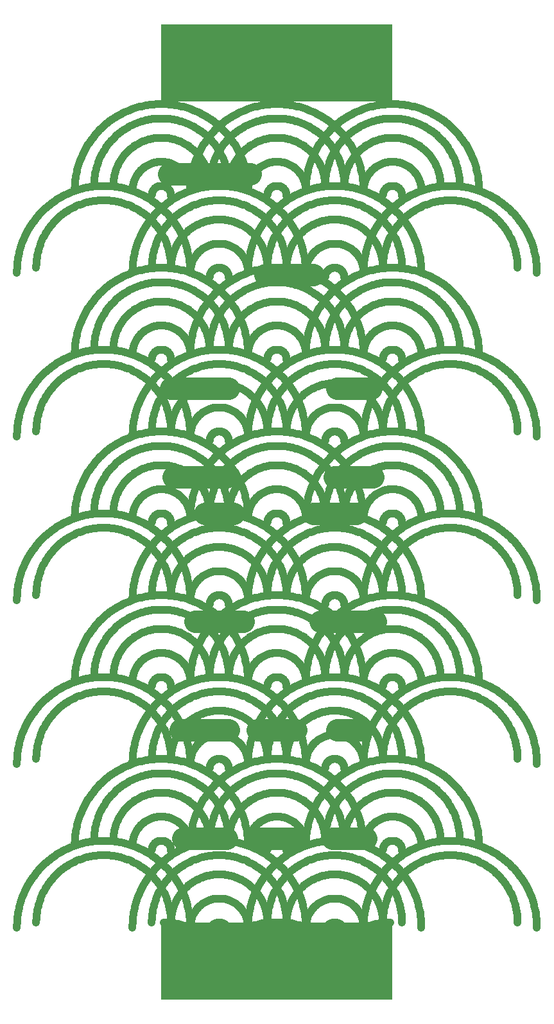
<source format=gbl>
G04 EAGLE Gerber RS-274X export*
G75*
%MOMM*%
%FSLAX34Y34*%
%LPD*%
%INBottom Copper*%
%IPPOS*%
%AMOC8*
5,1,8,0,0,1.08239X$1,22.5*%
G01*
%ADD10R,30.480000X10.160000*%
%ADD11C,1.000000*%
%ADD12C,3.000000*%


D10*
X-152400Y1235075D03*
X-152400Y50800D03*
D11*
X-114300Y1066800D02*
X-114266Y1069583D01*
X-114164Y1072365D01*
X-113995Y1075143D01*
X-113758Y1077917D01*
X-113454Y1080684D01*
X-113082Y1083442D01*
X-112643Y1086191D01*
X-112138Y1088928D01*
X-111565Y1091652D01*
X-110927Y1094362D01*
X-110223Y1097055D01*
X-109454Y1099730D01*
X-108619Y1102385D01*
X-107721Y1105020D01*
X-106758Y1107631D01*
X-105732Y1110219D01*
X-104643Y1112781D01*
X-103493Y1115315D01*
X-102281Y1117821D01*
X-101008Y1120297D01*
X-99675Y1122740D01*
X-98283Y1125151D01*
X-96833Y1127527D01*
X-95326Y1129867D01*
X-93762Y1132170D01*
X-92142Y1134433D01*
X-90468Y1136657D01*
X-88740Y1138839D01*
X-86960Y1140979D01*
X-85127Y1143075D01*
X-83245Y1145125D01*
X-81313Y1147129D01*
X-79333Y1149085D01*
X-77305Y1150992D01*
X-75232Y1152850D01*
X-73115Y1154656D01*
X-70954Y1156411D01*
X-68750Y1158112D01*
X-66506Y1159759D01*
X-64223Y1161351D01*
X-61902Y1162887D01*
X-59543Y1164366D01*
X-57150Y1165787D01*
X-54723Y1167149D01*
X-52263Y1168452D01*
X-49772Y1169694D01*
X-47252Y1170876D01*
X-44703Y1171996D01*
X-42128Y1173053D01*
X-39529Y1174047D01*
X-36905Y1174978D01*
X-34260Y1175845D01*
X-31595Y1176647D01*
X-28910Y1177383D01*
X-26209Y1178055D01*
X-23492Y1178660D01*
X-20761Y1179199D01*
X-18018Y1179671D01*
X-15264Y1180076D01*
X-12501Y1180414D01*
X-9731Y1180685D01*
X-6955Y1180888D01*
X-4174Y1181024D01*
X-1392Y1181092D01*
X1392Y1181092D01*
X4174Y1181024D01*
X6955Y1180888D01*
X9731Y1180685D01*
X12501Y1180414D01*
X15264Y1180076D01*
X18018Y1179671D01*
X20761Y1179199D01*
X23492Y1178660D01*
X26209Y1178055D01*
X28910Y1177383D01*
X31595Y1176647D01*
X34260Y1175845D01*
X36905Y1174978D01*
X39529Y1174047D01*
X42128Y1173053D01*
X44703Y1171996D01*
X47252Y1170876D01*
X49772Y1169694D01*
X52263Y1168452D01*
X54723Y1167149D01*
X57150Y1165787D01*
X59543Y1164366D01*
X61902Y1162887D01*
X64223Y1161351D01*
X66506Y1159759D01*
X68750Y1158112D01*
X70954Y1156411D01*
X73115Y1154656D01*
X75232Y1152850D01*
X77305Y1150992D01*
X79333Y1149085D01*
X81313Y1147129D01*
X83245Y1145125D01*
X85127Y1143075D01*
X86960Y1140979D01*
X88740Y1138839D01*
X90468Y1136657D01*
X92142Y1134433D01*
X93762Y1132170D01*
X95326Y1129867D01*
X96833Y1127527D01*
X98283Y1125151D01*
X99675Y1122740D01*
X101008Y1120297D01*
X102281Y1117821D01*
X103493Y1115315D01*
X104643Y1112781D01*
X105732Y1110219D01*
X106758Y1107631D01*
X107721Y1105020D01*
X108619Y1102385D01*
X109454Y1099730D01*
X110223Y1097055D01*
X110927Y1094362D01*
X111565Y1091652D01*
X112138Y1088928D01*
X112643Y1086191D01*
X113082Y1083442D01*
X113454Y1080684D01*
X113758Y1077917D01*
X113995Y1075143D01*
X114164Y1072365D01*
X114266Y1069583D01*
X114300Y1066800D01*
X88900Y1073150D02*
X88874Y1075315D01*
X88795Y1077478D01*
X88663Y1079639D01*
X88479Y1081796D01*
X88242Y1083948D01*
X87953Y1086094D01*
X87611Y1088232D01*
X87218Y1090361D01*
X86773Y1092480D01*
X86277Y1094587D01*
X85729Y1096681D01*
X85131Y1098762D01*
X84482Y1100827D01*
X83783Y1102876D01*
X83034Y1104908D01*
X82236Y1106920D01*
X81389Y1108913D01*
X80494Y1110884D01*
X79552Y1112833D01*
X78562Y1114759D01*
X77525Y1116659D01*
X76443Y1118534D01*
X75315Y1120382D01*
X74142Y1122202D01*
X72926Y1123993D01*
X71666Y1125754D01*
X70364Y1127483D01*
X69020Y1129181D01*
X67635Y1130845D01*
X66210Y1132475D01*
X64746Y1134069D01*
X63243Y1135628D01*
X61703Y1137149D01*
X60126Y1138633D01*
X58514Y1140078D01*
X56867Y1141483D01*
X55186Y1142847D01*
X53473Y1144170D01*
X51727Y1145451D01*
X49951Y1146690D01*
X48146Y1147884D01*
X46312Y1149034D01*
X44450Y1150140D01*
X42562Y1151199D01*
X40649Y1152213D01*
X38712Y1153179D01*
X36751Y1154098D01*
X34769Y1154969D01*
X32767Y1155791D01*
X30744Y1156565D01*
X28704Y1157288D01*
X26647Y1157963D01*
X24574Y1158586D01*
X22486Y1159159D01*
X20385Y1159681D01*
X18272Y1160152D01*
X16148Y1160571D01*
X14014Y1160938D01*
X11872Y1161254D01*
X9723Y1161517D01*
X7568Y1161727D01*
X5409Y1161885D01*
X3247Y1161991D01*
X1082Y1162043D01*
X-1082Y1162043D01*
X-3247Y1161991D01*
X-5409Y1161885D01*
X-7568Y1161727D01*
X-9723Y1161517D01*
X-11872Y1161254D01*
X-14014Y1160938D01*
X-16148Y1160571D01*
X-18272Y1160152D01*
X-20385Y1159681D01*
X-22486Y1159159D01*
X-24574Y1158586D01*
X-26647Y1157963D01*
X-28704Y1157288D01*
X-30744Y1156565D01*
X-32767Y1155791D01*
X-34769Y1154969D01*
X-36751Y1154098D01*
X-38712Y1153179D01*
X-40649Y1152213D01*
X-42562Y1151199D01*
X-44450Y1150140D01*
X-46312Y1149034D01*
X-48146Y1147884D01*
X-49951Y1146690D01*
X-51727Y1145451D01*
X-53473Y1144170D01*
X-55186Y1142847D01*
X-56867Y1141483D01*
X-58514Y1140078D01*
X-60126Y1138633D01*
X-61703Y1137149D01*
X-63243Y1135628D01*
X-64746Y1134069D01*
X-66210Y1132475D01*
X-67635Y1130845D01*
X-69020Y1129181D01*
X-70364Y1127483D01*
X-71666Y1125754D01*
X-72926Y1123993D01*
X-74142Y1122202D01*
X-75315Y1120382D01*
X-76443Y1118534D01*
X-77525Y1116659D01*
X-78562Y1114759D01*
X-79552Y1112833D01*
X-80494Y1110884D01*
X-81389Y1108913D01*
X-82236Y1106920D01*
X-83034Y1104908D01*
X-83783Y1102876D01*
X-84482Y1100827D01*
X-85131Y1098762D01*
X-85729Y1096681D01*
X-86277Y1094587D01*
X-86773Y1092480D01*
X-87218Y1090361D01*
X-87611Y1088232D01*
X-87953Y1086094D01*
X-88242Y1083948D01*
X-88479Y1081796D01*
X-88663Y1079639D01*
X-88795Y1077478D01*
X-88874Y1075315D01*
X-88900Y1073150D01*
X-63500Y1073150D02*
X-63481Y1074696D01*
X-63425Y1076242D01*
X-63331Y1077785D01*
X-63199Y1079326D01*
X-63030Y1080863D01*
X-62823Y1082396D01*
X-62580Y1083923D01*
X-62299Y1085443D01*
X-61981Y1086957D01*
X-61626Y1088462D01*
X-61235Y1089958D01*
X-60808Y1091444D01*
X-60344Y1092920D01*
X-59845Y1094383D01*
X-59310Y1095834D01*
X-58740Y1097272D01*
X-58135Y1098695D01*
X-57496Y1100103D01*
X-56823Y1101495D01*
X-56115Y1102870D01*
X-55375Y1104228D01*
X-54602Y1105567D01*
X-53796Y1106887D01*
X-52959Y1108187D01*
X-52090Y1109466D01*
X-51190Y1110724D01*
X-50260Y1111960D01*
X-49300Y1113172D01*
X-48311Y1114361D01*
X-47293Y1115525D01*
X-46247Y1116664D01*
X-45174Y1117777D01*
X-44074Y1118864D01*
X-42947Y1119924D01*
X-41796Y1120955D01*
X-40619Y1121959D01*
X-39419Y1122934D01*
X-38195Y1123879D01*
X-36948Y1124794D01*
X-35680Y1125678D01*
X-34390Y1126532D01*
X-33080Y1127353D01*
X-31750Y1128143D01*
X-30401Y1128899D01*
X-29035Y1129623D01*
X-27651Y1130314D01*
X-26251Y1130970D01*
X-24835Y1131592D01*
X-23405Y1132179D01*
X-21960Y1132732D01*
X-20503Y1133249D01*
X-19033Y1133730D01*
X-17553Y1134176D01*
X-16061Y1134585D01*
X-14560Y1134958D01*
X-13051Y1135294D01*
X-11534Y1135594D01*
X-10010Y1135856D01*
X-8480Y1136081D01*
X-6945Y1136269D01*
X-5406Y1136419D01*
X-3864Y1136532D01*
X-2319Y1136608D01*
X-773Y1136645D01*
X773Y1136645D01*
X2319Y1136608D01*
X3864Y1136532D01*
X5406Y1136419D01*
X6945Y1136269D01*
X8480Y1136081D01*
X10010Y1135856D01*
X11534Y1135594D01*
X13051Y1135294D01*
X14560Y1134958D01*
X16061Y1134585D01*
X17553Y1134176D01*
X19033Y1133730D01*
X20503Y1133249D01*
X21960Y1132732D01*
X23405Y1132179D01*
X24835Y1131592D01*
X26251Y1130970D01*
X27651Y1130314D01*
X29035Y1129623D01*
X30401Y1128899D01*
X31750Y1128143D01*
X33080Y1127353D01*
X34390Y1126532D01*
X35680Y1125678D01*
X36948Y1124794D01*
X38195Y1123879D01*
X39419Y1122934D01*
X40619Y1121959D01*
X41796Y1120955D01*
X42947Y1119924D01*
X44074Y1118864D01*
X45174Y1117777D01*
X46247Y1116664D01*
X47293Y1115525D01*
X48311Y1114361D01*
X49300Y1113172D01*
X50260Y1111960D01*
X51190Y1110724D01*
X52090Y1109466D01*
X52959Y1108187D01*
X53796Y1106887D01*
X54602Y1105567D01*
X55375Y1104228D01*
X56115Y1102870D01*
X56823Y1101495D01*
X57496Y1100103D01*
X58135Y1098695D01*
X58740Y1097272D01*
X59310Y1095834D01*
X59845Y1094383D01*
X60344Y1092920D01*
X60808Y1091444D01*
X61235Y1089958D01*
X61626Y1088462D01*
X61981Y1086957D01*
X62299Y1085443D01*
X62580Y1083923D01*
X62823Y1082396D01*
X63030Y1080863D01*
X63199Y1079326D01*
X63331Y1077785D01*
X63425Y1076242D01*
X63481Y1074696D01*
X63500Y1073150D01*
X-38100Y958850D02*
X-38066Y961633D01*
X-37964Y964415D01*
X-37795Y967193D01*
X-37558Y969967D01*
X-37254Y972734D01*
X-36882Y975492D01*
X-36443Y978241D01*
X-35938Y980978D01*
X-35365Y983702D01*
X-34727Y986412D01*
X-34023Y989105D01*
X-33254Y991780D01*
X-32419Y994435D01*
X-31521Y997070D01*
X-30558Y999681D01*
X-29532Y1002269D01*
X-28443Y1004831D01*
X-27293Y1007365D01*
X-26081Y1009871D01*
X-24808Y1012347D01*
X-23475Y1014790D01*
X-22083Y1017201D01*
X-20633Y1019577D01*
X-19126Y1021917D01*
X-17562Y1024220D01*
X-15942Y1026483D01*
X-14268Y1028707D01*
X-12540Y1030889D01*
X-10760Y1033029D01*
X-8927Y1035125D01*
X-7045Y1037175D01*
X-5113Y1039179D01*
X-3133Y1041135D01*
X-1105Y1043042D01*
X968Y1044900D01*
X3085Y1046706D01*
X5246Y1048461D01*
X7450Y1050162D01*
X9694Y1051809D01*
X11977Y1053401D01*
X14298Y1054937D01*
X16657Y1056416D01*
X19050Y1057837D01*
X21477Y1059199D01*
X23937Y1060502D01*
X26428Y1061744D01*
X28948Y1062926D01*
X31497Y1064046D01*
X34072Y1065103D01*
X36671Y1066097D01*
X39295Y1067028D01*
X41940Y1067895D01*
X44605Y1068697D01*
X47290Y1069433D01*
X49991Y1070105D01*
X52708Y1070710D01*
X55439Y1071249D01*
X58182Y1071721D01*
X60936Y1072126D01*
X63699Y1072464D01*
X66469Y1072735D01*
X69245Y1072938D01*
X72026Y1073074D01*
X74808Y1073142D01*
X77592Y1073142D01*
X80374Y1073074D01*
X83155Y1072938D01*
X85931Y1072735D01*
X88701Y1072464D01*
X91464Y1072126D01*
X94218Y1071721D01*
X96961Y1071249D01*
X99692Y1070710D01*
X102409Y1070105D01*
X105110Y1069433D01*
X107795Y1068697D01*
X110460Y1067895D01*
X113105Y1067028D01*
X115729Y1066097D01*
X118328Y1065103D01*
X120903Y1064046D01*
X123452Y1062926D01*
X125972Y1061744D01*
X128463Y1060502D01*
X130923Y1059199D01*
X133350Y1057837D01*
X135743Y1056416D01*
X138102Y1054937D01*
X140423Y1053401D01*
X142706Y1051809D01*
X144950Y1050162D01*
X147154Y1048461D01*
X149315Y1046706D01*
X151432Y1044900D01*
X153505Y1043042D01*
X155533Y1041135D01*
X157513Y1039179D01*
X159445Y1037175D01*
X161327Y1035125D01*
X163160Y1033029D01*
X164940Y1030889D01*
X166668Y1028707D01*
X168342Y1026483D01*
X169962Y1024220D01*
X171526Y1021917D01*
X173033Y1019577D01*
X174483Y1017201D01*
X175875Y1014790D01*
X177208Y1012347D01*
X178481Y1009871D01*
X179693Y1007365D01*
X180843Y1004831D01*
X181932Y1002269D01*
X182958Y999681D01*
X183921Y997070D01*
X184819Y994435D01*
X185654Y991780D01*
X186423Y989105D01*
X187127Y986412D01*
X187765Y983702D01*
X188338Y980978D01*
X188843Y978241D01*
X189282Y975492D01*
X189654Y972734D01*
X189958Y969967D01*
X190195Y967193D01*
X190364Y964415D01*
X190466Y961633D01*
X190500Y958850D01*
X165100Y965200D02*
X165074Y967365D01*
X164995Y969528D01*
X164863Y971689D01*
X164679Y973846D01*
X164442Y975998D01*
X164153Y978144D01*
X163811Y980282D01*
X163418Y982411D01*
X162973Y984530D01*
X162477Y986637D01*
X161929Y988731D01*
X161331Y990812D01*
X160682Y992877D01*
X159983Y994926D01*
X159234Y996958D01*
X158436Y998970D01*
X157589Y1000963D01*
X156694Y1002934D01*
X155752Y1004883D01*
X154762Y1006809D01*
X153725Y1008709D01*
X152643Y1010584D01*
X151515Y1012432D01*
X150342Y1014252D01*
X149126Y1016043D01*
X147866Y1017804D01*
X146564Y1019533D01*
X145220Y1021231D01*
X143835Y1022895D01*
X142410Y1024525D01*
X140946Y1026119D01*
X139443Y1027678D01*
X137903Y1029199D01*
X136326Y1030683D01*
X134714Y1032128D01*
X133067Y1033533D01*
X131386Y1034897D01*
X129673Y1036220D01*
X127927Y1037501D01*
X126151Y1038740D01*
X124346Y1039934D01*
X122512Y1041084D01*
X120650Y1042190D01*
X118762Y1043249D01*
X116849Y1044263D01*
X114912Y1045229D01*
X112951Y1046148D01*
X110969Y1047019D01*
X108967Y1047841D01*
X106944Y1048615D01*
X104904Y1049338D01*
X102847Y1050013D01*
X100774Y1050636D01*
X98686Y1051209D01*
X96585Y1051731D01*
X94472Y1052202D01*
X92348Y1052621D01*
X90214Y1052988D01*
X88072Y1053304D01*
X85923Y1053567D01*
X83768Y1053777D01*
X81609Y1053935D01*
X79447Y1054041D01*
X77282Y1054093D01*
X75118Y1054093D01*
X72953Y1054041D01*
X70791Y1053935D01*
X68632Y1053777D01*
X66477Y1053567D01*
X64328Y1053304D01*
X62186Y1052988D01*
X60052Y1052621D01*
X57928Y1052202D01*
X55815Y1051731D01*
X53714Y1051209D01*
X51626Y1050636D01*
X49553Y1050013D01*
X47496Y1049338D01*
X45456Y1048615D01*
X43433Y1047841D01*
X41431Y1047019D01*
X39449Y1046148D01*
X37488Y1045229D01*
X35551Y1044263D01*
X33638Y1043249D01*
X31750Y1042190D01*
X29888Y1041084D01*
X28054Y1039934D01*
X26249Y1038740D01*
X24473Y1037501D01*
X22727Y1036220D01*
X21014Y1034897D01*
X19333Y1033533D01*
X17686Y1032128D01*
X16074Y1030683D01*
X14497Y1029199D01*
X12957Y1027678D01*
X11454Y1026119D01*
X9990Y1024525D01*
X8565Y1022895D01*
X7180Y1021231D01*
X5836Y1019533D01*
X4534Y1017804D01*
X3274Y1016043D01*
X2058Y1014252D01*
X885Y1012432D01*
X-243Y1010584D01*
X-1325Y1008709D01*
X-2362Y1006809D01*
X-3352Y1004883D01*
X-4294Y1002934D01*
X-5189Y1000963D01*
X-6036Y998970D01*
X-6834Y996958D01*
X-7583Y994926D01*
X-8282Y992877D01*
X-8931Y990812D01*
X-9529Y988731D01*
X-10077Y986637D01*
X-10573Y984530D01*
X-11018Y982411D01*
X-11411Y980282D01*
X-11753Y978144D01*
X-12042Y975998D01*
X-12279Y973846D01*
X-12463Y971689D01*
X-12595Y969528D01*
X-12674Y967365D01*
X-12700Y965200D01*
X-114300Y850900D02*
X-114266Y853683D01*
X-114164Y856465D01*
X-113995Y859243D01*
X-113758Y862017D01*
X-113454Y864784D01*
X-113082Y867542D01*
X-112643Y870291D01*
X-112138Y873028D01*
X-111565Y875752D01*
X-110927Y878462D01*
X-110223Y881155D01*
X-109454Y883830D01*
X-108619Y886485D01*
X-107721Y889120D01*
X-106758Y891731D01*
X-105732Y894319D01*
X-104643Y896881D01*
X-103493Y899415D01*
X-102281Y901921D01*
X-101008Y904397D01*
X-99675Y906840D01*
X-98283Y909251D01*
X-96833Y911627D01*
X-95326Y913967D01*
X-93762Y916270D01*
X-92142Y918533D01*
X-90468Y920757D01*
X-88740Y922939D01*
X-86960Y925079D01*
X-85127Y927175D01*
X-83245Y929225D01*
X-81313Y931229D01*
X-79333Y933185D01*
X-77305Y935092D01*
X-75232Y936950D01*
X-73115Y938756D01*
X-70954Y940511D01*
X-68750Y942212D01*
X-66506Y943859D01*
X-64223Y945451D01*
X-61902Y946987D01*
X-59543Y948466D01*
X-57150Y949887D01*
X-54723Y951249D01*
X-52263Y952552D01*
X-49772Y953794D01*
X-47252Y954976D01*
X-44703Y956096D01*
X-42128Y957153D01*
X-39529Y958147D01*
X-36905Y959078D01*
X-34260Y959945D01*
X-31595Y960747D01*
X-28910Y961483D01*
X-26209Y962155D01*
X-23492Y962760D01*
X-20761Y963299D01*
X-18018Y963771D01*
X-15264Y964176D01*
X-12501Y964514D01*
X-9731Y964785D01*
X-6955Y964988D01*
X-4174Y965124D01*
X-1392Y965192D01*
X1392Y965192D01*
X4174Y965124D01*
X6955Y964988D01*
X9731Y964785D01*
X12501Y964514D01*
X15264Y964176D01*
X18018Y963771D01*
X20761Y963299D01*
X23492Y962760D01*
X26209Y962155D01*
X28910Y961483D01*
X31595Y960747D01*
X34260Y959945D01*
X36905Y959078D01*
X39529Y958147D01*
X42128Y957153D01*
X44703Y956096D01*
X47252Y954976D01*
X49772Y953794D01*
X52263Y952552D01*
X54723Y951249D01*
X57150Y949887D01*
X59543Y948466D01*
X61902Y946987D01*
X64223Y945451D01*
X66506Y943859D01*
X68750Y942212D01*
X70954Y940511D01*
X73115Y938756D01*
X75232Y936950D01*
X77305Y935092D01*
X79333Y933185D01*
X81313Y931229D01*
X83245Y929225D01*
X85127Y927175D01*
X86960Y925079D01*
X88740Y922939D01*
X90468Y920757D01*
X92142Y918533D01*
X93762Y916270D01*
X95326Y913967D01*
X96833Y911627D01*
X98283Y909251D01*
X99675Y906840D01*
X101008Y904397D01*
X102281Y901921D01*
X103493Y899415D01*
X104643Y896881D01*
X105732Y894319D01*
X106758Y891731D01*
X107721Y889120D01*
X108619Y886485D01*
X109454Y883830D01*
X110223Y881155D01*
X110927Y878462D01*
X111565Y875752D01*
X112138Y873028D01*
X112643Y870291D01*
X113082Y867542D01*
X113454Y864784D01*
X113758Y862017D01*
X113995Y859243D01*
X114164Y856465D01*
X114266Y853683D01*
X114300Y850900D01*
X63500Y857250D02*
X63481Y858796D01*
X63425Y860342D01*
X63331Y861885D01*
X63199Y863426D01*
X63030Y864963D01*
X62823Y866496D01*
X62580Y868023D01*
X62299Y869543D01*
X61981Y871057D01*
X61626Y872562D01*
X61235Y874058D01*
X60808Y875544D01*
X60344Y877020D01*
X59845Y878483D01*
X59310Y879934D01*
X58740Y881372D01*
X58135Y882795D01*
X57496Y884203D01*
X56823Y885595D01*
X56115Y886970D01*
X55375Y888328D01*
X54602Y889667D01*
X53796Y890987D01*
X52959Y892287D01*
X52090Y893566D01*
X51190Y894824D01*
X50260Y896060D01*
X49300Y897272D01*
X48311Y898461D01*
X47293Y899625D01*
X46247Y900764D01*
X45174Y901877D01*
X44074Y902964D01*
X42947Y904024D01*
X41796Y905055D01*
X40619Y906059D01*
X39419Y907034D01*
X38195Y907979D01*
X36948Y908894D01*
X35680Y909778D01*
X34390Y910632D01*
X33080Y911453D01*
X31750Y912243D01*
X30401Y912999D01*
X29035Y913723D01*
X27651Y914414D01*
X26251Y915070D01*
X24835Y915692D01*
X23405Y916279D01*
X21960Y916832D01*
X20503Y917349D01*
X19033Y917830D01*
X17553Y918276D01*
X16061Y918685D01*
X14560Y919058D01*
X13051Y919394D01*
X11534Y919694D01*
X10010Y919956D01*
X8480Y920181D01*
X6945Y920369D01*
X5406Y920519D01*
X3864Y920632D01*
X2319Y920708D01*
X773Y920745D01*
X-773Y920745D01*
X-2319Y920708D01*
X-3864Y920632D01*
X-5406Y920519D01*
X-6945Y920369D01*
X-8480Y920181D01*
X-10010Y919956D01*
X-11534Y919694D01*
X-13051Y919394D01*
X-14560Y919058D01*
X-16061Y918685D01*
X-17553Y918276D01*
X-19033Y917830D01*
X-20503Y917349D01*
X-21960Y916832D01*
X-23405Y916279D01*
X-24835Y915692D01*
X-26251Y915070D01*
X-27651Y914414D01*
X-29035Y913723D01*
X-30401Y912999D01*
X-31750Y912243D01*
X-33080Y911453D01*
X-34390Y910632D01*
X-35680Y909778D01*
X-36948Y908894D01*
X-38195Y907979D01*
X-39419Y907034D01*
X-40619Y906059D01*
X-41796Y905055D01*
X-42947Y904024D01*
X-44074Y902964D01*
X-45174Y901877D01*
X-46247Y900764D01*
X-47293Y899625D01*
X-48311Y898461D01*
X-49300Y897272D01*
X-50260Y896060D01*
X-51190Y894824D01*
X-52090Y893566D01*
X-52959Y892287D01*
X-53796Y890987D01*
X-54602Y889667D01*
X-55375Y888328D01*
X-56115Y886970D01*
X-56823Y885595D01*
X-57496Y884203D01*
X-58135Y882795D01*
X-58740Y881372D01*
X-59310Y879934D01*
X-59845Y878483D01*
X-60344Y877020D01*
X-60808Y875544D01*
X-61235Y874058D01*
X-61626Y872562D01*
X-61981Y871057D01*
X-62299Y869543D01*
X-62580Y868023D01*
X-62823Y866496D01*
X-63030Y864963D01*
X-63199Y863426D01*
X-63331Y861885D01*
X-63425Y860342D01*
X-63481Y858796D01*
X-63500Y857250D01*
X-38100Y742950D02*
X-38066Y745733D01*
X-37964Y748515D01*
X-37795Y751293D01*
X-37558Y754067D01*
X-37254Y756834D01*
X-36882Y759592D01*
X-36443Y762341D01*
X-35938Y765078D01*
X-35365Y767802D01*
X-34727Y770512D01*
X-34023Y773205D01*
X-33254Y775880D01*
X-32419Y778535D01*
X-31521Y781170D01*
X-30558Y783781D01*
X-29532Y786369D01*
X-28443Y788931D01*
X-27293Y791465D01*
X-26081Y793971D01*
X-24808Y796447D01*
X-23475Y798890D01*
X-22083Y801301D01*
X-20633Y803677D01*
X-19126Y806017D01*
X-17562Y808320D01*
X-15942Y810583D01*
X-14268Y812807D01*
X-12540Y814989D01*
X-10760Y817129D01*
X-8927Y819225D01*
X-7045Y821275D01*
X-5113Y823279D01*
X-3133Y825235D01*
X-1105Y827142D01*
X968Y829000D01*
X3085Y830806D01*
X5246Y832561D01*
X7450Y834262D01*
X9694Y835909D01*
X11977Y837501D01*
X14298Y839037D01*
X16657Y840516D01*
X19050Y841937D01*
X21477Y843299D01*
X23937Y844602D01*
X26428Y845844D01*
X28948Y847026D01*
X31497Y848146D01*
X34072Y849203D01*
X36671Y850197D01*
X39295Y851128D01*
X41940Y851995D01*
X44605Y852797D01*
X47290Y853533D01*
X49991Y854205D01*
X52708Y854810D01*
X55439Y855349D01*
X58182Y855821D01*
X60936Y856226D01*
X63699Y856564D01*
X66469Y856835D01*
X69245Y857038D01*
X72026Y857174D01*
X74808Y857242D01*
X77592Y857242D01*
X80374Y857174D01*
X83155Y857038D01*
X85931Y856835D01*
X88701Y856564D01*
X91464Y856226D01*
X94218Y855821D01*
X96961Y855349D01*
X99692Y854810D01*
X102409Y854205D01*
X105110Y853533D01*
X107795Y852797D01*
X110460Y851995D01*
X113105Y851128D01*
X115729Y850197D01*
X118328Y849203D01*
X120903Y848146D01*
X123452Y847026D01*
X125972Y845844D01*
X128463Y844602D01*
X130923Y843299D01*
X133350Y841937D01*
X135743Y840516D01*
X138102Y839037D01*
X140423Y837501D01*
X142706Y835909D01*
X144950Y834262D01*
X147154Y832561D01*
X149315Y830806D01*
X151432Y829000D01*
X153505Y827142D01*
X155533Y825235D01*
X157513Y823279D01*
X159445Y821275D01*
X161327Y819225D01*
X163160Y817129D01*
X164940Y814989D01*
X166668Y812807D01*
X168342Y810583D01*
X169962Y808320D01*
X171526Y806017D01*
X173033Y803677D01*
X174483Y801301D01*
X175875Y798890D01*
X177208Y796447D01*
X178481Y793971D01*
X179693Y791465D01*
X180843Y788931D01*
X181932Y786369D01*
X182958Y783781D01*
X183921Y781170D01*
X184819Y778535D01*
X185654Y775880D01*
X186423Y773205D01*
X187127Y770512D01*
X187765Y767802D01*
X188338Y765078D01*
X188843Y762341D01*
X189282Y759592D01*
X189654Y756834D01*
X189958Y754067D01*
X190195Y751293D01*
X190364Y748515D01*
X190466Y745733D01*
X190500Y742950D01*
X165100Y749300D02*
X165074Y751465D01*
X164995Y753628D01*
X164863Y755789D01*
X164679Y757946D01*
X164442Y760098D01*
X164153Y762244D01*
X163811Y764382D01*
X163418Y766511D01*
X162973Y768630D01*
X162477Y770737D01*
X161929Y772831D01*
X161331Y774912D01*
X160682Y776977D01*
X159983Y779026D01*
X159234Y781058D01*
X158436Y783070D01*
X157589Y785063D01*
X156694Y787034D01*
X155752Y788983D01*
X154762Y790909D01*
X153725Y792809D01*
X152643Y794684D01*
X151515Y796532D01*
X150342Y798352D01*
X149126Y800143D01*
X147866Y801904D01*
X146564Y803633D01*
X145220Y805331D01*
X143835Y806995D01*
X142410Y808625D01*
X140946Y810219D01*
X139443Y811778D01*
X137903Y813299D01*
X136326Y814783D01*
X134714Y816228D01*
X133067Y817633D01*
X131386Y818997D01*
X129673Y820320D01*
X127927Y821601D01*
X126151Y822840D01*
X124346Y824034D01*
X122512Y825184D01*
X120650Y826290D01*
X118762Y827349D01*
X116849Y828363D01*
X114912Y829329D01*
X112951Y830248D01*
X110969Y831119D01*
X108967Y831941D01*
X106944Y832715D01*
X104904Y833438D01*
X102847Y834113D01*
X100774Y834736D01*
X98686Y835309D01*
X96585Y835831D01*
X94472Y836302D01*
X92348Y836721D01*
X90214Y837088D01*
X88072Y837404D01*
X85923Y837667D01*
X83768Y837877D01*
X81609Y838035D01*
X79447Y838141D01*
X77282Y838193D01*
X75118Y838193D01*
X72953Y838141D01*
X70791Y838035D01*
X68632Y837877D01*
X66477Y837667D01*
X64328Y837404D01*
X62186Y837088D01*
X60052Y836721D01*
X57928Y836302D01*
X55815Y835831D01*
X53714Y835309D01*
X51626Y834736D01*
X49553Y834113D01*
X47496Y833438D01*
X45456Y832715D01*
X43433Y831941D01*
X41431Y831119D01*
X39449Y830248D01*
X37488Y829329D01*
X35551Y828363D01*
X33638Y827349D01*
X31750Y826290D01*
X29888Y825184D01*
X28054Y824034D01*
X26249Y822840D01*
X24473Y821601D01*
X22727Y820320D01*
X21014Y818997D01*
X19333Y817633D01*
X17686Y816228D01*
X16074Y814783D01*
X14497Y813299D01*
X12957Y811778D01*
X11454Y810219D01*
X9990Y808625D01*
X8565Y806995D01*
X7180Y805331D01*
X5836Y803633D01*
X4534Y801904D01*
X3274Y800143D01*
X2058Y798352D01*
X885Y796532D01*
X-243Y794684D01*
X-1325Y792809D01*
X-2362Y790909D01*
X-3352Y788983D01*
X-4294Y787034D01*
X-5189Y785063D01*
X-6036Y783070D01*
X-6834Y781058D01*
X-7583Y779026D01*
X-8282Y776977D01*
X-8931Y774912D01*
X-9529Y772831D01*
X-10077Y770737D01*
X-10573Y768630D01*
X-11018Y766511D01*
X-11411Y764382D01*
X-11753Y762244D01*
X-12042Y760098D01*
X-12279Y757946D01*
X-12463Y755789D01*
X-12595Y753628D01*
X-12674Y751465D01*
X-12700Y749300D01*
X-88900Y857250D02*
X-88874Y859415D01*
X-88795Y861578D01*
X-88663Y863739D01*
X-88479Y865896D01*
X-88242Y868048D01*
X-87953Y870194D01*
X-87611Y872332D01*
X-87218Y874461D01*
X-86773Y876580D01*
X-86277Y878687D01*
X-85729Y880781D01*
X-85131Y882862D01*
X-84482Y884927D01*
X-83783Y886976D01*
X-83034Y889008D01*
X-82236Y891020D01*
X-81389Y893013D01*
X-80494Y894984D01*
X-79552Y896933D01*
X-78562Y898859D01*
X-77525Y900759D01*
X-76443Y902634D01*
X-75315Y904482D01*
X-74142Y906302D01*
X-72926Y908093D01*
X-71666Y909854D01*
X-70364Y911583D01*
X-69020Y913281D01*
X-67635Y914945D01*
X-66210Y916575D01*
X-64746Y918169D01*
X-63243Y919728D01*
X-61703Y921249D01*
X-60126Y922733D01*
X-58514Y924178D01*
X-56867Y925583D01*
X-55186Y926947D01*
X-53473Y928270D01*
X-51727Y929551D01*
X-49951Y930790D01*
X-48146Y931984D01*
X-46312Y933134D01*
X-44450Y934240D01*
X-42562Y935299D01*
X-40649Y936313D01*
X-38712Y937279D01*
X-36751Y938198D01*
X-34769Y939069D01*
X-32767Y939891D01*
X-30744Y940665D01*
X-28704Y941388D01*
X-26647Y942063D01*
X-24574Y942686D01*
X-22486Y943259D01*
X-20385Y943781D01*
X-18272Y944252D01*
X-16148Y944671D01*
X-14014Y945038D01*
X-11872Y945354D01*
X-9723Y945617D01*
X-7568Y945827D01*
X-5409Y945985D01*
X-3247Y946091D01*
X-1082Y946143D01*
X1082Y946143D01*
X3247Y946091D01*
X5409Y945985D01*
X7568Y945827D01*
X9723Y945617D01*
X11872Y945354D01*
X14014Y945038D01*
X16148Y944671D01*
X18272Y944252D01*
X20385Y943781D01*
X22486Y943259D01*
X24574Y942686D01*
X26647Y942063D01*
X28704Y941388D01*
X30744Y940665D01*
X32767Y939891D01*
X34769Y939069D01*
X36751Y938198D01*
X38712Y937279D01*
X40649Y936313D01*
X42562Y935299D01*
X44450Y934240D01*
X46312Y933134D01*
X48146Y931984D01*
X49951Y930790D01*
X51727Y929551D01*
X53473Y928270D01*
X55186Y926947D01*
X56867Y925583D01*
X58514Y924178D01*
X60126Y922733D01*
X61703Y921249D01*
X63243Y919728D01*
X64746Y918169D01*
X66210Y916575D01*
X67635Y914945D01*
X69020Y913281D01*
X70364Y911583D01*
X71666Y909854D01*
X72926Y908093D01*
X74142Y906302D01*
X75315Y904482D01*
X76443Y902634D01*
X77525Y900759D01*
X78562Y898859D01*
X79552Y896933D01*
X80494Y894984D01*
X81389Y893013D01*
X82236Y891020D01*
X83034Y889008D01*
X83783Y886976D01*
X84482Y884927D01*
X85131Y882862D01*
X85729Y880781D01*
X86277Y878687D01*
X86773Y876580D01*
X87218Y874461D01*
X87611Y872332D01*
X87953Y870194D01*
X88242Y868048D01*
X88479Y865896D01*
X88663Y863739D01*
X88795Y861578D01*
X88874Y859415D01*
X88900Y857250D01*
X38100Y958850D02*
X38066Y961633D01*
X37964Y964415D01*
X37795Y967193D01*
X37558Y969967D01*
X37254Y972734D01*
X36882Y975492D01*
X36443Y978241D01*
X35938Y980978D01*
X35365Y983702D01*
X34727Y986412D01*
X34023Y989105D01*
X33254Y991780D01*
X32419Y994435D01*
X31521Y997070D01*
X30558Y999681D01*
X29532Y1002269D01*
X28443Y1004831D01*
X27293Y1007365D01*
X26081Y1009871D01*
X24808Y1012347D01*
X23475Y1014790D01*
X22083Y1017201D01*
X20633Y1019577D01*
X19126Y1021917D01*
X17562Y1024220D01*
X15942Y1026483D01*
X14268Y1028707D01*
X12540Y1030889D01*
X10760Y1033029D01*
X8927Y1035125D01*
X7045Y1037175D01*
X5113Y1039179D01*
X3133Y1041135D01*
X1105Y1043042D01*
X-968Y1044900D01*
X-3085Y1046706D01*
X-5246Y1048461D01*
X-7450Y1050162D01*
X-9694Y1051809D01*
X-11977Y1053401D01*
X-14298Y1054937D01*
X-16657Y1056416D01*
X-19050Y1057837D01*
X-21477Y1059199D01*
X-23937Y1060502D01*
X-26428Y1061744D01*
X-28948Y1062926D01*
X-31497Y1064046D01*
X-34072Y1065103D01*
X-36671Y1066097D01*
X-39295Y1067028D01*
X-41940Y1067895D01*
X-44605Y1068697D01*
X-47290Y1069433D01*
X-49991Y1070105D01*
X-52708Y1070710D01*
X-55439Y1071249D01*
X-58182Y1071721D01*
X-60936Y1072126D01*
X-63699Y1072464D01*
X-66469Y1072735D01*
X-69245Y1072938D01*
X-72026Y1073074D01*
X-74808Y1073142D01*
X-77592Y1073142D01*
X-80374Y1073074D01*
X-83155Y1072938D01*
X-85931Y1072735D01*
X-88701Y1072464D01*
X-91464Y1072126D01*
X-94218Y1071721D01*
X-96961Y1071249D01*
X-99692Y1070710D01*
X-102409Y1070105D01*
X-105110Y1069433D01*
X-107795Y1068697D01*
X-110460Y1067895D01*
X-113105Y1067028D01*
X-115729Y1066097D01*
X-118328Y1065103D01*
X-120903Y1064046D01*
X-123452Y1062926D01*
X-125972Y1061744D01*
X-128463Y1060502D01*
X-130923Y1059199D01*
X-133350Y1057837D01*
X-135743Y1056416D01*
X-138102Y1054937D01*
X-140423Y1053401D01*
X-142706Y1051809D01*
X-144950Y1050162D01*
X-147154Y1048461D01*
X-149315Y1046706D01*
X-151432Y1044900D01*
X-153505Y1043042D01*
X-155533Y1041135D01*
X-157513Y1039179D01*
X-159445Y1037175D01*
X-161327Y1035125D01*
X-163160Y1033029D01*
X-164940Y1030889D01*
X-166668Y1028707D01*
X-168342Y1026483D01*
X-169962Y1024220D01*
X-171526Y1021917D01*
X-173033Y1019577D01*
X-174483Y1017201D01*
X-175875Y1014790D01*
X-177208Y1012347D01*
X-178481Y1009871D01*
X-179693Y1007365D01*
X-180843Y1004831D01*
X-181932Y1002269D01*
X-182958Y999681D01*
X-183921Y997070D01*
X-184819Y994435D01*
X-185654Y991780D01*
X-186423Y989105D01*
X-187127Y986412D01*
X-187765Y983702D01*
X-188338Y980978D01*
X-188843Y978241D01*
X-189282Y975492D01*
X-189654Y972734D01*
X-189958Y969967D01*
X-190195Y967193D01*
X-190364Y964415D01*
X-190466Y961633D01*
X-190500Y958850D01*
X-38100Y1066800D02*
X-38089Y1067728D01*
X-38055Y1068655D01*
X-37998Y1069581D01*
X-37919Y1070506D01*
X-37818Y1071428D01*
X-37694Y1072347D01*
X-37548Y1073264D01*
X-37379Y1074176D01*
X-37188Y1075084D01*
X-36976Y1075987D01*
X-36741Y1076885D01*
X-36485Y1077777D01*
X-36206Y1078662D01*
X-35907Y1079540D01*
X-35586Y1080410D01*
X-35244Y1081273D01*
X-34881Y1082127D01*
X-34498Y1082972D01*
X-34094Y1083807D01*
X-33669Y1084632D01*
X-33225Y1085447D01*
X-32761Y1086250D01*
X-32278Y1087042D01*
X-31775Y1087822D01*
X-31254Y1088590D01*
X-30714Y1089344D01*
X-30156Y1090086D01*
X-29580Y1090813D01*
X-28987Y1091526D01*
X-28376Y1092225D01*
X-27748Y1092908D01*
X-27104Y1093576D01*
X-26444Y1094228D01*
X-25768Y1094864D01*
X-25077Y1095483D01*
X-24372Y1096085D01*
X-23651Y1096670D01*
X-22917Y1097237D01*
X-22169Y1097786D01*
X-21408Y1098317D01*
X-20634Y1098829D01*
X-19848Y1099322D01*
X-19050Y1099796D01*
X-18241Y1100250D01*
X-17421Y1100684D01*
X-16591Y1101098D01*
X-15751Y1101492D01*
X-14901Y1101865D01*
X-14043Y1102218D01*
X-13176Y1102549D01*
X-12302Y1102859D01*
X-11420Y1103148D01*
X-10532Y1103416D01*
X-9637Y1103661D01*
X-8736Y1103885D01*
X-7831Y1104087D01*
X-6920Y1104266D01*
X-6006Y1104424D01*
X-5088Y1104559D01*
X-4167Y1104671D01*
X-3244Y1104762D01*
X-2318Y1104829D01*
X-1391Y1104875D01*
X-464Y1104897D01*
X464Y1104897D01*
X1391Y1104875D01*
X2318Y1104829D01*
X3244Y1104762D01*
X4167Y1104671D01*
X5088Y1104559D01*
X6006Y1104424D01*
X6920Y1104266D01*
X7831Y1104087D01*
X8736Y1103885D01*
X9637Y1103661D01*
X10532Y1103416D01*
X11420Y1103148D01*
X12302Y1102859D01*
X13176Y1102549D01*
X14043Y1102218D01*
X14901Y1101865D01*
X15751Y1101492D01*
X16591Y1101098D01*
X17421Y1100684D01*
X18241Y1100250D01*
X19050Y1099796D01*
X19848Y1099322D01*
X20634Y1098829D01*
X21408Y1098317D01*
X22169Y1097786D01*
X22917Y1097237D01*
X23651Y1096670D01*
X24372Y1096085D01*
X25077Y1095483D01*
X25768Y1094864D01*
X26444Y1094228D01*
X27104Y1093576D01*
X27748Y1092908D01*
X28376Y1092225D01*
X28987Y1091526D01*
X29580Y1090813D01*
X30156Y1090086D01*
X30714Y1089344D01*
X31254Y1088590D01*
X31775Y1087822D01*
X32278Y1087042D01*
X32761Y1086250D01*
X33225Y1085447D01*
X33669Y1084632D01*
X34094Y1083807D01*
X34498Y1082972D01*
X34881Y1082127D01*
X35244Y1081273D01*
X35586Y1080410D01*
X35907Y1079540D01*
X36206Y1078662D01*
X36485Y1077777D01*
X36741Y1076885D01*
X36976Y1075987D01*
X37188Y1075084D01*
X37379Y1074176D01*
X37548Y1073264D01*
X37694Y1072347D01*
X37818Y1071428D01*
X37919Y1070506D01*
X37998Y1069581D01*
X38055Y1068655D01*
X38089Y1067728D01*
X38100Y1066800D01*
X-190500Y1066800D02*
X-190534Y1069583D01*
X-190636Y1072365D01*
X-190805Y1075143D01*
X-191042Y1077917D01*
X-191346Y1080684D01*
X-191718Y1083442D01*
X-192157Y1086191D01*
X-192662Y1088928D01*
X-193235Y1091652D01*
X-193873Y1094362D01*
X-194577Y1097055D01*
X-195346Y1099730D01*
X-196181Y1102385D01*
X-197079Y1105020D01*
X-198042Y1107631D01*
X-199068Y1110219D01*
X-200157Y1112781D01*
X-201307Y1115315D01*
X-202519Y1117821D01*
X-203792Y1120297D01*
X-205125Y1122740D01*
X-206517Y1125151D01*
X-207967Y1127527D01*
X-209474Y1129867D01*
X-211038Y1132170D01*
X-212658Y1134433D01*
X-214332Y1136657D01*
X-216060Y1138839D01*
X-217840Y1140979D01*
X-219673Y1143075D01*
X-221555Y1145125D01*
X-223487Y1147129D01*
X-225467Y1149085D01*
X-227495Y1150992D01*
X-229568Y1152850D01*
X-231685Y1154656D01*
X-233846Y1156411D01*
X-236050Y1158112D01*
X-238294Y1159759D01*
X-240577Y1161351D01*
X-242898Y1162887D01*
X-245257Y1164366D01*
X-247650Y1165787D01*
X-250077Y1167149D01*
X-252537Y1168452D01*
X-255028Y1169694D01*
X-257548Y1170876D01*
X-260097Y1171996D01*
X-262672Y1173053D01*
X-265271Y1174047D01*
X-267895Y1174978D01*
X-270540Y1175845D01*
X-273205Y1176647D01*
X-275890Y1177383D01*
X-278591Y1178055D01*
X-281308Y1178660D01*
X-284039Y1179199D01*
X-286782Y1179671D01*
X-289536Y1180076D01*
X-292299Y1180414D01*
X-295069Y1180685D01*
X-297845Y1180888D01*
X-300626Y1181024D01*
X-303408Y1181092D01*
X-306192Y1181092D01*
X-308974Y1181024D01*
X-311755Y1180888D01*
X-314531Y1180685D01*
X-317301Y1180414D01*
X-320064Y1180076D01*
X-322818Y1179671D01*
X-325561Y1179199D01*
X-328292Y1178660D01*
X-331009Y1178055D01*
X-333710Y1177383D01*
X-336395Y1176647D01*
X-339060Y1175845D01*
X-341705Y1174978D01*
X-344329Y1174047D01*
X-346928Y1173053D01*
X-349503Y1171996D01*
X-352052Y1170876D01*
X-354572Y1169694D01*
X-357063Y1168452D01*
X-359523Y1167149D01*
X-361950Y1165787D01*
X-364343Y1164366D01*
X-366702Y1162887D01*
X-369023Y1161351D01*
X-371306Y1159759D01*
X-373550Y1158112D01*
X-375754Y1156411D01*
X-377915Y1154656D01*
X-380032Y1152850D01*
X-382105Y1150992D01*
X-384133Y1149085D01*
X-386113Y1147129D01*
X-388045Y1145125D01*
X-389927Y1143075D01*
X-391760Y1140979D01*
X-393540Y1138839D01*
X-395268Y1136657D01*
X-396942Y1134433D01*
X-398562Y1132170D01*
X-400126Y1129867D01*
X-401633Y1127527D01*
X-403083Y1125151D01*
X-404475Y1122740D01*
X-405808Y1120297D01*
X-407081Y1117821D01*
X-408293Y1115315D01*
X-409443Y1112781D01*
X-410532Y1110219D01*
X-411558Y1107631D01*
X-412521Y1105020D01*
X-413419Y1102385D01*
X-414254Y1099730D01*
X-415023Y1097055D01*
X-415727Y1094362D01*
X-416365Y1091652D01*
X-416938Y1088928D01*
X-417443Y1086191D01*
X-417882Y1083442D01*
X-418254Y1080684D01*
X-418558Y1077917D01*
X-418795Y1075143D01*
X-418964Y1072365D01*
X-419066Y1069583D01*
X-419100Y1066800D01*
X-393700Y1073150D02*
X-393674Y1075315D01*
X-393595Y1077478D01*
X-393463Y1079639D01*
X-393279Y1081796D01*
X-393042Y1083948D01*
X-392753Y1086094D01*
X-392411Y1088232D01*
X-392018Y1090361D01*
X-391573Y1092480D01*
X-391077Y1094587D01*
X-390529Y1096681D01*
X-389931Y1098762D01*
X-389282Y1100827D01*
X-388583Y1102876D01*
X-387834Y1104908D01*
X-387036Y1106920D01*
X-386189Y1108913D01*
X-385294Y1110884D01*
X-384352Y1112833D01*
X-383362Y1114759D01*
X-382325Y1116659D01*
X-381243Y1118534D01*
X-380115Y1120382D01*
X-378942Y1122202D01*
X-377726Y1123993D01*
X-376466Y1125754D01*
X-375164Y1127483D01*
X-373820Y1129181D01*
X-372435Y1130845D01*
X-371010Y1132475D01*
X-369546Y1134069D01*
X-368043Y1135628D01*
X-366503Y1137149D01*
X-364926Y1138633D01*
X-363314Y1140078D01*
X-361667Y1141483D01*
X-359986Y1142847D01*
X-358273Y1144170D01*
X-356527Y1145451D01*
X-354751Y1146690D01*
X-352946Y1147884D01*
X-351112Y1149034D01*
X-349250Y1150140D01*
X-347362Y1151199D01*
X-345449Y1152213D01*
X-343512Y1153179D01*
X-341551Y1154098D01*
X-339569Y1154969D01*
X-337567Y1155791D01*
X-335544Y1156565D01*
X-333504Y1157288D01*
X-331447Y1157963D01*
X-329374Y1158586D01*
X-327286Y1159159D01*
X-325185Y1159681D01*
X-323072Y1160152D01*
X-320948Y1160571D01*
X-318814Y1160938D01*
X-316672Y1161254D01*
X-314523Y1161517D01*
X-312368Y1161727D01*
X-310209Y1161885D01*
X-308047Y1161991D01*
X-305882Y1162043D01*
X-303718Y1162043D01*
X-301553Y1161991D01*
X-299391Y1161885D01*
X-297232Y1161727D01*
X-295077Y1161517D01*
X-292928Y1161254D01*
X-290786Y1160938D01*
X-288652Y1160571D01*
X-286528Y1160152D01*
X-284415Y1159681D01*
X-282314Y1159159D01*
X-280226Y1158586D01*
X-278153Y1157963D01*
X-276096Y1157288D01*
X-274056Y1156565D01*
X-272033Y1155791D01*
X-270031Y1154969D01*
X-268049Y1154098D01*
X-266088Y1153179D01*
X-264151Y1152213D01*
X-262238Y1151199D01*
X-260350Y1150140D01*
X-258488Y1149034D01*
X-256654Y1147884D01*
X-254849Y1146690D01*
X-253073Y1145451D01*
X-251327Y1144170D01*
X-249614Y1142847D01*
X-247933Y1141483D01*
X-246286Y1140078D01*
X-244674Y1138633D01*
X-243097Y1137149D01*
X-241557Y1135628D01*
X-240054Y1134069D01*
X-238590Y1132475D01*
X-237165Y1130845D01*
X-235780Y1129181D01*
X-234436Y1127483D01*
X-233134Y1125754D01*
X-231874Y1123993D01*
X-230658Y1122202D01*
X-229485Y1120382D01*
X-228357Y1118534D01*
X-227275Y1116659D01*
X-226238Y1114759D01*
X-225248Y1112833D01*
X-224306Y1110884D01*
X-223411Y1108913D01*
X-222564Y1106920D01*
X-221766Y1104908D01*
X-221017Y1102876D01*
X-220318Y1100827D01*
X-219669Y1098762D01*
X-219071Y1096681D01*
X-218523Y1094587D01*
X-218027Y1092480D01*
X-217582Y1090361D01*
X-217189Y1088232D01*
X-216847Y1086094D01*
X-216558Y1083948D01*
X-216321Y1081796D01*
X-216137Y1079639D01*
X-216005Y1077478D01*
X-215926Y1075315D01*
X-215900Y1073150D01*
X-241300Y1073150D02*
X-241319Y1074696D01*
X-241375Y1076242D01*
X-241469Y1077785D01*
X-241601Y1079326D01*
X-241770Y1080863D01*
X-241977Y1082396D01*
X-242220Y1083923D01*
X-242501Y1085443D01*
X-242819Y1086957D01*
X-243174Y1088462D01*
X-243565Y1089958D01*
X-243992Y1091444D01*
X-244456Y1092920D01*
X-244955Y1094383D01*
X-245490Y1095834D01*
X-246060Y1097272D01*
X-246665Y1098695D01*
X-247304Y1100103D01*
X-247977Y1101495D01*
X-248685Y1102870D01*
X-249425Y1104228D01*
X-250198Y1105567D01*
X-251004Y1106887D01*
X-251841Y1108187D01*
X-252710Y1109466D01*
X-253610Y1110724D01*
X-254540Y1111960D01*
X-255500Y1113172D01*
X-256489Y1114361D01*
X-257507Y1115525D01*
X-258553Y1116664D01*
X-259626Y1117777D01*
X-260726Y1118864D01*
X-261853Y1119924D01*
X-263004Y1120955D01*
X-264181Y1121959D01*
X-265381Y1122934D01*
X-266605Y1123879D01*
X-267852Y1124794D01*
X-269120Y1125678D01*
X-270410Y1126532D01*
X-271720Y1127353D01*
X-273050Y1128143D01*
X-274399Y1128899D01*
X-275765Y1129623D01*
X-277149Y1130314D01*
X-278549Y1130970D01*
X-279965Y1131592D01*
X-281395Y1132179D01*
X-282840Y1132732D01*
X-284297Y1133249D01*
X-285767Y1133730D01*
X-287247Y1134176D01*
X-288739Y1134585D01*
X-290240Y1134958D01*
X-291749Y1135294D01*
X-293266Y1135594D01*
X-294790Y1135856D01*
X-296320Y1136081D01*
X-297855Y1136269D01*
X-299394Y1136419D01*
X-300936Y1136532D01*
X-302481Y1136608D01*
X-304027Y1136645D01*
X-305573Y1136645D01*
X-307119Y1136608D01*
X-308664Y1136532D01*
X-310206Y1136419D01*
X-311745Y1136269D01*
X-313280Y1136081D01*
X-314810Y1135856D01*
X-316334Y1135594D01*
X-317851Y1135294D01*
X-319360Y1134958D01*
X-320861Y1134585D01*
X-322353Y1134176D01*
X-323833Y1133730D01*
X-325303Y1133249D01*
X-326760Y1132732D01*
X-328205Y1132179D01*
X-329635Y1131592D01*
X-331051Y1130970D01*
X-332451Y1130314D01*
X-333835Y1129623D01*
X-335201Y1128899D01*
X-336550Y1128143D01*
X-337880Y1127353D01*
X-339190Y1126532D01*
X-340480Y1125678D01*
X-341748Y1124794D01*
X-342995Y1123879D01*
X-344219Y1122934D01*
X-345419Y1121959D01*
X-346596Y1120955D01*
X-347747Y1119924D01*
X-348874Y1118864D01*
X-349974Y1117777D01*
X-351047Y1116664D01*
X-352093Y1115525D01*
X-353111Y1114361D01*
X-354100Y1113172D01*
X-355060Y1111960D01*
X-355990Y1110724D01*
X-356890Y1109466D01*
X-357759Y1108187D01*
X-358596Y1106887D01*
X-359402Y1105567D01*
X-360175Y1104228D01*
X-360915Y1102870D01*
X-361623Y1101495D01*
X-362296Y1100103D01*
X-362935Y1098695D01*
X-363540Y1097272D01*
X-364110Y1095834D01*
X-364645Y1094383D01*
X-365144Y1092920D01*
X-365608Y1091444D01*
X-366035Y1089958D01*
X-366426Y1088462D01*
X-366781Y1086957D01*
X-367099Y1085443D01*
X-367380Y1083923D01*
X-367623Y1082396D01*
X-367830Y1080863D01*
X-367999Y1079326D01*
X-368131Y1077785D01*
X-368225Y1076242D01*
X-368281Y1074696D01*
X-368300Y1073150D01*
X-266700Y1066800D02*
X-266666Y1069583D01*
X-266564Y1072365D01*
X-266395Y1075143D01*
X-266158Y1077917D01*
X-265854Y1080684D01*
X-265482Y1083442D01*
X-265043Y1086191D01*
X-264538Y1088928D01*
X-263965Y1091652D01*
X-263327Y1094362D01*
X-262623Y1097055D01*
X-261854Y1099730D01*
X-261019Y1102385D01*
X-260121Y1105020D01*
X-259158Y1107631D01*
X-258132Y1110219D01*
X-257043Y1112781D01*
X-255893Y1115315D01*
X-254681Y1117821D01*
X-253408Y1120297D01*
X-252075Y1122740D01*
X-250683Y1125151D01*
X-249233Y1127527D01*
X-247726Y1129867D01*
X-246162Y1132170D01*
X-244542Y1134433D01*
X-242868Y1136657D01*
X-241140Y1138839D01*
X-239360Y1140979D01*
X-237527Y1143075D01*
X-235645Y1145125D01*
X-233713Y1147129D01*
X-231733Y1149085D01*
X-229705Y1150992D01*
X-227632Y1152850D01*
X-225515Y1154656D01*
X-223354Y1156411D01*
X-221150Y1158112D01*
X-218906Y1159759D01*
X-216623Y1161351D01*
X-214302Y1162887D01*
X-211943Y1164366D01*
X-209550Y1165787D01*
X-207123Y1167149D01*
X-204663Y1168452D01*
X-202172Y1169694D01*
X-199652Y1170876D01*
X-197103Y1171996D01*
X-194528Y1173053D01*
X-191929Y1174047D01*
X-189305Y1174978D01*
X-186660Y1175845D01*
X-183995Y1176647D01*
X-181310Y1177383D01*
X-178609Y1178055D01*
X-175892Y1178660D01*
X-173161Y1179199D01*
X-170418Y1179671D01*
X-167664Y1180076D01*
X-164901Y1180414D01*
X-162131Y1180685D01*
X-159355Y1180888D01*
X-156574Y1181024D01*
X-153792Y1181092D01*
X-151008Y1181092D01*
X-148226Y1181024D01*
X-145445Y1180888D01*
X-142669Y1180685D01*
X-139899Y1180414D01*
X-137136Y1180076D01*
X-134382Y1179671D01*
X-131639Y1179199D01*
X-128908Y1178660D01*
X-126191Y1178055D01*
X-123490Y1177383D01*
X-120805Y1176647D01*
X-118140Y1175845D01*
X-115495Y1174978D01*
X-112871Y1174047D01*
X-110272Y1173053D01*
X-107697Y1171996D01*
X-105148Y1170876D01*
X-102628Y1169694D01*
X-100137Y1168452D01*
X-97677Y1167149D01*
X-95250Y1165787D01*
X-92857Y1164366D01*
X-90498Y1162887D01*
X-88177Y1161351D01*
X-85894Y1159759D01*
X-83650Y1158112D01*
X-81446Y1156411D01*
X-79285Y1154656D01*
X-77168Y1152850D01*
X-75095Y1150992D01*
X-73067Y1149085D01*
X-71087Y1147129D01*
X-69155Y1145125D01*
X-67273Y1143075D01*
X-65440Y1140979D01*
X-63660Y1138839D01*
X-61932Y1136657D01*
X-60258Y1134433D01*
X-58638Y1132170D01*
X-57074Y1129867D01*
X-55567Y1127527D01*
X-54117Y1125151D01*
X-52725Y1122740D01*
X-51392Y1120297D01*
X-50119Y1117821D01*
X-48907Y1115315D01*
X-47757Y1112781D01*
X-46668Y1110219D01*
X-45642Y1107631D01*
X-44679Y1105020D01*
X-43781Y1102385D01*
X-42946Y1099730D01*
X-42177Y1097055D01*
X-41473Y1094362D01*
X-40835Y1091652D01*
X-40262Y1088928D01*
X-39757Y1086191D01*
X-39318Y1083442D01*
X-38946Y1080684D01*
X-38642Y1077917D01*
X-38405Y1075143D01*
X-38236Y1072365D01*
X-38134Y1069583D01*
X-38100Y1066800D01*
X-63500Y1073150D02*
X-63526Y1075315D01*
X-63605Y1077478D01*
X-63737Y1079639D01*
X-63921Y1081796D01*
X-64158Y1083948D01*
X-64447Y1086094D01*
X-64789Y1088232D01*
X-65182Y1090361D01*
X-65627Y1092480D01*
X-66123Y1094587D01*
X-66671Y1096681D01*
X-67269Y1098762D01*
X-67918Y1100827D01*
X-68617Y1102876D01*
X-69366Y1104908D01*
X-70164Y1106920D01*
X-71011Y1108913D01*
X-71906Y1110884D01*
X-72848Y1112833D01*
X-73838Y1114759D01*
X-74875Y1116659D01*
X-75957Y1118534D01*
X-77085Y1120382D01*
X-78258Y1122202D01*
X-79474Y1123993D01*
X-80734Y1125754D01*
X-82036Y1127483D01*
X-83380Y1129181D01*
X-84765Y1130845D01*
X-86190Y1132475D01*
X-87654Y1134069D01*
X-89157Y1135628D01*
X-90697Y1137149D01*
X-92274Y1138633D01*
X-93886Y1140078D01*
X-95533Y1141483D01*
X-97214Y1142847D01*
X-98927Y1144170D01*
X-100673Y1145451D01*
X-102449Y1146690D01*
X-104254Y1147884D01*
X-106088Y1149034D01*
X-107950Y1150140D01*
X-109838Y1151199D01*
X-111751Y1152213D01*
X-113688Y1153179D01*
X-115649Y1154098D01*
X-117631Y1154969D01*
X-119633Y1155791D01*
X-121656Y1156565D01*
X-123696Y1157288D01*
X-125753Y1157963D01*
X-127826Y1158586D01*
X-129914Y1159159D01*
X-132015Y1159681D01*
X-134128Y1160152D01*
X-136252Y1160571D01*
X-138386Y1160938D01*
X-140528Y1161254D01*
X-142677Y1161517D01*
X-144832Y1161727D01*
X-146991Y1161885D01*
X-149153Y1161991D01*
X-151318Y1162043D01*
X-153482Y1162043D01*
X-155647Y1161991D01*
X-157809Y1161885D01*
X-159968Y1161727D01*
X-162123Y1161517D01*
X-164272Y1161254D01*
X-166414Y1160938D01*
X-168548Y1160571D01*
X-170672Y1160152D01*
X-172785Y1159681D01*
X-174886Y1159159D01*
X-176974Y1158586D01*
X-179047Y1157963D01*
X-181104Y1157288D01*
X-183144Y1156565D01*
X-185167Y1155791D01*
X-187169Y1154969D01*
X-189151Y1154098D01*
X-191112Y1153179D01*
X-193049Y1152213D01*
X-194962Y1151199D01*
X-196850Y1150140D01*
X-198712Y1149034D01*
X-200546Y1147884D01*
X-202351Y1146690D01*
X-204127Y1145451D01*
X-205873Y1144170D01*
X-207586Y1142847D01*
X-209267Y1141483D01*
X-210914Y1140078D01*
X-212526Y1138633D01*
X-214103Y1137149D01*
X-215643Y1135628D01*
X-217146Y1134069D01*
X-218610Y1132475D01*
X-220035Y1130845D01*
X-221420Y1129181D01*
X-222764Y1127483D01*
X-224066Y1125754D01*
X-225326Y1123993D01*
X-226542Y1122202D01*
X-227715Y1120382D01*
X-228843Y1118534D01*
X-229925Y1116659D01*
X-230962Y1114759D01*
X-231952Y1112833D01*
X-232894Y1110884D01*
X-233789Y1108913D01*
X-234636Y1106920D01*
X-235434Y1104908D01*
X-236183Y1102876D01*
X-236882Y1100827D01*
X-237531Y1098762D01*
X-238129Y1096681D01*
X-238677Y1094587D01*
X-239173Y1092480D01*
X-239618Y1090361D01*
X-240011Y1088232D01*
X-240353Y1086094D01*
X-240642Y1083948D01*
X-240879Y1081796D01*
X-241063Y1079639D01*
X-241195Y1077478D01*
X-241274Y1075315D01*
X-241300Y1073150D01*
X-215900Y1073150D02*
X-215881Y1074696D01*
X-215825Y1076242D01*
X-215731Y1077785D01*
X-215599Y1079326D01*
X-215430Y1080863D01*
X-215223Y1082396D01*
X-214980Y1083923D01*
X-214699Y1085443D01*
X-214381Y1086957D01*
X-214026Y1088462D01*
X-213635Y1089958D01*
X-213208Y1091444D01*
X-212744Y1092920D01*
X-212245Y1094383D01*
X-211710Y1095834D01*
X-211140Y1097272D01*
X-210535Y1098695D01*
X-209896Y1100103D01*
X-209223Y1101495D01*
X-208515Y1102870D01*
X-207775Y1104228D01*
X-207002Y1105567D01*
X-206196Y1106887D01*
X-205359Y1108187D01*
X-204490Y1109466D01*
X-203590Y1110724D01*
X-202660Y1111960D01*
X-201700Y1113172D01*
X-200711Y1114361D01*
X-199693Y1115525D01*
X-198647Y1116664D01*
X-197574Y1117777D01*
X-196474Y1118864D01*
X-195347Y1119924D01*
X-194196Y1120955D01*
X-193019Y1121959D01*
X-191819Y1122934D01*
X-190595Y1123879D01*
X-189348Y1124794D01*
X-188080Y1125678D01*
X-186790Y1126532D01*
X-185480Y1127353D01*
X-184150Y1128143D01*
X-182801Y1128899D01*
X-181435Y1129623D01*
X-180051Y1130314D01*
X-178651Y1130970D01*
X-177235Y1131592D01*
X-175805Y1132179D01*
X-174360Y1132732D01*
X-172903Y1133249D01*
X-171433Y1133730D01*
X-169953Y1134176D01*
X-168461Y1134585D01*
X-166960Y1134958D01*
X-165451Y1135294D01*
X-163934Y1135594D01*
X-162410Y1135856D01*
X-160880Y1136081D01*
X-159345Y1136269D01*
X-157806Y1136419D01*
X-156264Y1136532D01*
X-154719Y1136608D01*
X-153173Y1136645D01*
X-151627Y1136645D01*
X-150081Y1136608D01*
X-148536Y1136532D01*
X-146994Y1136419D01*
X-145455Y1136269D01*
X-143920Y1136081D01*
X-142390Y1135856D01*
X-140866Y1135594D01*
X-139349Y1135294D01*
X-137840Y1134958D01*
X-136339Y1134585D01*
X-134847Y1134176D01*
X-133367Y1133730D01*
X-131897Y1133249D01*
X-130440Y1132732D01*
X-128995Y1132179D01*
X-127565Y1131592D01*
X-126149Y1130970D01*
X-124749Y1130314D01*
X-123365Y1129623D01*
X-121999Y1128899D01*
X-120650Y1128143D01*
X-119320Y1127353D01*
X-118010Y1126532D01*
X-116720Y1125678D01*
X-115452Y1124794D01*
X-114205Y1123879D01*
X-112981Y1122934D01*
X-111781Y1121959D01*
X-110604Y1120955D01*
X-109453Y1119924D01*
X-108326Y1118864D01*
X-107226Y1117777D01*
X-106153Y1116664D01*
X-105107Y1115525D01*
X-104089Y1114361D01*
X-103100Y1113172D01*
X-102140Y1111960D01*
X-101210Y1110724D01*
X-100310Y1109466D01*
X-99441Y1108187D01*
X-98604Y1106887D01*
X-97798Y1105567D01*
X-97025Y1104228D01*
X-96285Y1102870D01*
X-95577Y1101495D01*
X-94904Y1100103D01*
X-94265Y1098695D01*
X-93660Y1097272D01*
X-93090Y1095834D01*
X-92555Y1094383D01*
X-92056Y1092920D01*
X-91592Y1091444D01*
X-91165Y1089958D01*
X-90774Y1088462D01*
X-90419Y1086957D01*
X-90101Y1085443D01*
X-89820Y1083923D01*
X-89577Y1082396D01*
X-89370Y1080863D01*
X-89201Y1079326D01*
X-89069Y1077785D01*
X-88975Y1076242D01*
X-88919Y1074696D01*
X-88900Y1073150D01*
X-114300Y1066800D02*
X-114311Y1067728D01*
X-114345Y1068655D01*
X-114402Y1069581D01*
X-114481Y1070506D01*
X-114582Y1071428D01*
X-114706Y1072347D01*
X-114852Y1073264D01*
X-115021Y1074176D01*
X-115212Y1075084D01*
X-115424Y1075987D01*
X-115659Y1076885D01*
X-115915Y1077777D01*
X-116194Y1078662D01*
X-116493Y1079540D01*
X-116814Y1080410D01*
X-117156Y1081273D01*
X-117519Y1082127D01*
X-117902Y1082972D01*
X-118306Y1083807D01*
X-118731Y1084632D01*
X-119175Y1085447D01*
X-119639Y1086250D01*
X-120122Y1087042D01*
X-120625Y1087822D01*
X-121146Y1088590D01*
X-121686Y1089344D01*
X-122244Y1090086D01*
X-122820Y1090813D01*
X-123413Y1091526D01*
X-124024Y1092225D01*
X-124652Y1092908D01*
X-125296Y1093576D01*
X-125956Y1094228D01*
X-126632Y1094864D01*
X-127323Y1095483D01*
X-128028Y1096085D01*
X-128749Y1096670D01*
X-129483Y1097237D01*
X-130231Y1097786D01*
X-130992Y1098317D01*
X-131766Y1098829D01*
X-132552Y1099322D01*
X-133350Y1099796D01*
X-134159Y1100250D01*
X-134979Y1100684D01*
X-135809Y1101098D01*
X-136649Y1101492D01*
X-137499Y1101865D01*
X-138357Y1102218D01*
X-139224Y1102549D01*
X-140098Y1102859D01*
X-140980Y1103148D01*
X-141868Y1103416D01*
X-142763Y1103661D01*
X-143664Y1103885D01*
X-144569Y1104087D01*
X-145480Y1104266D01*
X-146394Y1104424D01*
X-147312Y1104559D01*
X-148233Y1104671D01*
X-149156Y1104762D01*
X-150082Y1104829D01*
X-151009Y1104875D01*
X-151936Y1104897D01*
X-152864Y1104897D01*
X-153791Y1104875D01*
X-154718Y1104829D01*
X-155644Y1104762D01*
X-156567Y1104671D01*
X-157488Y1104559D01*
X-158406Y1104424D01*
X-159320Y1104266D01*
X-160231Y1104087D01*
X-161136Y1103885D01*
X-162037Y1103661D01*
X-162932Y1103416D01*
X-163820Y1103148D01*
X-164702Y1102859D01*
X-165576Y1102549D01*
X-166443Y1102218D01*
X-167301Y1101865D01*
X-168151Y1101492D01*
X-168991Y1101098D01*
X-169821Y1100684D01*
X-170641Y1100250D01*
X-171450Y1099796D01*
X-172248Y1099322D01*
X-173034Y1098829D01*
X-173808Y1098317D01*
X-174569Y1097786D01*
X-175317Y1097237D01*
X-176051Y1096670D01*
X-176772Y1096085D01*
X-177477Y1095483D01*
X-178168Y1094864D01*
X-178844Y1094228D01*
X-179504Y1093576D01*
X-180148Y1092908D01*
X-180776Y1092225D01*
X-181387Y1091526D01*
X-181980Y1090813D01*
X-182556Y1090086D01*
X-183114Y1089344D01*
X-183654Y1088590D01*
X-184175Y1087822D01*
X-184678Y1087042D01*
X-185161Y1086250D01*
X-185625Y1085447D01*
X-186069Y1084632D01*
X-186494Y1083807D01*
X-186898Y1082972D01*
X-187281Y1082127D01*
X-187644Y1081273D01*
X-187986Y1080410D01*
X-188307Y1079540D01*
X-188606Y1078662D01*
X-188885Y1077777D01*
X-189141Y1076885D01*
X-189376Y1075987D01*
X-189588Y1075084D01*
X-189779Y1074176D01*
X-189948Y1073264D01*
X-190094Y1072347D01*
X-190218Y1071428D01*
X-190319Y1070506D01*
X-190398Y1069581D01*
X-190455Y1068655D01*
X-190489Y1067728D01*
X-190500Y1066800D01*
X-165100Y1060450D02*
X-165096Y1060759D01*
X-165085Y1061068D01*
X-165066Y1061377D01*
X-165040Y1061685D01*
X-165006Y1061993D01*
X-164965Y1062299D01*
X-164916Y1062605D01*
X-164860Y1062909D01*
X-164796Y1063211D01*
X-164725Y1063512D01*
X-164647Y1063812D01*
X-164562Y1064109D01*
X-164469Y1064404D01*
X-164369Y1064697D01*
X-164262Y1064987D01*
X-164148Y1065274D01*
X-164027Y1065559D01*
X-163899Y1065841D01*
X-163765Y1066119D01*
X-163623Y1066394D01*
X-163475Y1066666D01*
X-163320Y1066933D01*
X-163159Y1067197D01*
X-162992Y1067457D01*
X-162818Y1067713D01*
X-162638Y1067965D01*
X-162452Y1068212D01*
X-162260Y1068454D01*
X-162062Y1068692D01*
X-161859Y1068925D01*
X-161649Y1069153D01*
X-161435Y1069375D01*
X-161215Y1069593D01*
X-160989Y1069805D01*
X-160759Y1070011D01*
X-160524Y1070212D01*
X-160284Y1070407D01*
X-160039Y1070596D01*
X-159790Y1070779D01*
X-159536Y1070956D01*
X-159278Y1071126D01*
X-159016Y1071291D01*
X-158750Y1071449D01*
X-158480Y1071600D01*
X-158207Y1071745D01*
X-157930Y1071883D01*
X-157650Y1072014D01*
X-157367Y1072138D01*
X-157081Y1072256D01*
X-156792Y1072366D01*
X-156501Y1072470D01*
X-156207Y1072566D01*
X-155911Y1072655D01*
X-155612Y1072737D01*
X-155312Y1072812D01*
X-155010Y1072879D01*
X-154707Y1072939D01*
X-154402Y1072991D01*
X-154096Y1073036D01*
X-153789Y1073074D01*
X-153481Y1073104D01*
X-153173Y1073126D01*
X-152864Y1073142D01*
X-152555Y1073149D01*
X-152245Y1073149D01*
X-151936Y1073142D01*
X-151627Y1073126D01*
X-151319Y1073104D01*
X-151011Y1073074D01*
X-150704Y1073036D01*
X-150398Y1072991D01*
X-150093Y1072939D01*
X-149790Y1072879D01*
X-149488Y1072812D01*
X-149188Y1072737D01*
X-148889Y1072655D01*
X-148593Y1072566D01*
X-148299Y1072470D01*
X-148008Y1072366D01*
X-147719Y1072256D01*
X-147433Y1072138D01*
X-147150Y1072014D01*
X-146870Y1071883D01*
X-146593Y1071745D01*
X-146320Y1071600D01*
X-146050Y1071449D01*
X-145784Y1071291D01*
X-145522Y1071126D01*
X-145264Y1070956D01*
X-145010Y1070779D01*
X-144761Y1070596D01*
X-144516Y1070407D01*
X-144276Y1070212D01*
X-144041Y1070011D01*
X-143811Y1069805D01*
X-143585Y1069593D01*
X-143365Y1069375D01*
X-143151Y1069153D01*
X-142941Y1068925D01*
X-142738Y1068692D01*
X-142540Y1068454D01*
X-142348Y1068212D01*
X-142162Y1067965D01*
X-141982Y1067713D01*
X-141808Y1067457D01*
X-141641Y1067197D01*
X-141480Y1066933D01*
X-141325Y1066666D01*
X-141177Y1066394D01*
X-141035Y1066119D01*
X-140901Y1065841D01*
X-140773Y1065559D01*
X-140652Y1065274D01*
X-140538Y1064987D01*
X-140431Y1064697D01*
X-140331Y1064404D01*
X-140238Y1064109D01*
X-140153Y1063812D01*
X-140075Y1063512D01*
X-140004Y1063211D01*
X-139940Y1062909D01*
X-139884Y1062605D01*
X-139835Y1062299D01*
X-139794Y1061993D01*
X-139760Y1061685D01*
X-139734Y1061377D01*
X-139715Y1061068D01*
X-139704Y1060759D01*
X-139700Y1060450D01*
X-165100Y965200D02*
X-165074Y967365D01*
X-164995Y969528D01*
X-164863Y971689D01*
X-164679Y973846D01*
X-164442Y975998D01*
X-164153Y978144D01*
X-163811Y980282D01*
X-163418Y982411D01*
X-162973Y984530D01*
X-162477Y986637D01*
X-161929Y988731D01*
X-161331Y990812D01*
X-160682Y992877D01*
X-159983Y994926D01*
X-159234Y996958D01*
X-158436Y998970D01*
X-157589Y1000963D01*
X-156694Y1002934D01*
X-155752Y1004883D01*
X-154762Y1006809D01*
X-153725Y1008709D01*
X-152643Y1010584D01*
X-151515Y1012432D01*
X-150342Y1014252D01*
X-149126Y1016043D01*
X-147866Y1017804D01*
X-146564Y1019533D01*
X-145220Y1021231D01*
X-143835Y1022895D01*
X-142410Y1024525D01*
X-140946Y1026119D01*
X-139443Y1027678D01*
X-137903Y1029199D01*
X-136326Y1030683D01*
X-134714Y1032128D01*
X-133067Y1033533D01*
X-131386Y1034897D01*
X-129673Y1036220D01*
X-127927Y1037501D01*
X-126151Y1038740D01*
X-124346Y1039934D01*
X-122512Y1041084D01*
X-120650Y1042190D01*
X-118762Y1043249D01*
X-116849Y1044263D01*
X-114912Y1045229D01*
X-112951Y1046148D01*
X-110969Y1047019D01*
X-108967Y1047841D01*
X-106944Y1048615D01*
X-104904Y1049338D01*
X-102847Y1050013D01*
X-100774Y1050636D01*
X-98686Y1051209D01*
X-96585Y1051731D01*
X-94472Y1052202D01*
X-92348Y1052621D01*
X-90214Y1052988D01*
X-88072Y1053304D01*
X-85923Y1053567D01*
X-83768Y1053777D01*
X-81609Y1053935D01*
X-79447Y1054041D01*
X-77282Y1054093D01*
X-75118Y1054093D01*
X-72953Y1054041D01*
X-70791Y1053935D01*
X-68632Y1053777D01*
X-66477Y1053567D01*
X-64328Y1053304D01*
X-62186Y1052988D01*
X-60052Y1052621D01*
X-57928Y1052202D01*
X-55815Y1051731D01*
X-53714Y1051209D01*
X-51626Y1050636D01*
X-49553Y1050013D01*
X-47496Y1049338D01*
X-45456Y1048615D01*
X-43433Y1047841D01*
X-41431Y1047019D01*
X-39449Y1046148D01*
X-37488Y1045229D01*
X-35551Y1044263D01*
X-33638Y1043249D01*
X-31750Y1042190D01*
X-29888Y1041084D01*
X-28054Y1039934D01*
X-26249Y1038740D01*
X-24473Y1037501D01*
X-22727Y1036220D01*
X-21014Y1034897D01*
X-19333Y1033533D01*
X-17686Y1032128D01*
X-16074Y1030683D01*
X-14497Y1029199D01*
X-12957Y1027678D01*
X-11454Y1026119D01*
X-9990Y1024525D01*
X-8565Y1022895D01*
X-7180Y1021231D01*
X-5836Y1019533D01*
X-4534Y1017804D01*
X-3274Y1016043D01*
X-2058Y1014252D01*
X-885Y1012432D01*
X243Y1010584D01*
X1325Y1008709D01*
X2362Y1006809D01*
X3352Y1004883D01*
X4294Y1002934D01*
X5189Y1000963D01*
X6036Y998970D01*
X6834Y996958D01*
X7583Y994926D01*
X8282Y992877D01*
X8931Y990812D01*
X9529Y988731D01*
X10077Y986637D01*
X10573Y984530D01*
X11018Y982411D01*
X11411Y980282D01*
X11753Y978144D01*
X12042Y975998D01*
X12279Y973846D01*
X12463Y971689D01*
X12595Y969528D01*
X12674Y967365D01*
X12700Y965200D01*
X-292100Y965200D02*
X-292126Y967365D01*
X-292205Y969528D01*
X-292337Y971689D01*
X-292521Y973846D01*
X-292758Y975998D01*
X-293047Y978144D01*
X-293389Y980282D01*
X-293782Y982411D01*
X-294227Y984530D01*
X-294723Y986637D01*
X-295271Y988731D01*
X-295869Y990812D01*
X-296518Y992877D01*
X-297217Y994926D01*
X-297966Y996958D01*
X-298764Y998970D01*
X-299611Y1000963D01*
X-300506Y1002934D01*
X-301448Y1004883D01*
X-302438Y1006809D01*
X-303475Y1008709D01*
X-304557Y1010584D01*
X-305685Y1012432D01*
X-306858Y1014252D01*
X-308074Y1016043D01*
X-309334Y1017804D01*
X-310636Y1019533D01*
X-311980Y1021231D01*
X-313365Y1022895D01*
X-314790Y1024525D01*
X-316254Y1026119D01*
X-317757Y1027678D01*
X-319297Y1029199D01*
X-320874Y1030683D01*
X-322486Y1032128D01*
X-324133Y1033533D01*
X-325814Y1034897D01*
X-327527Y1036220D01*
X-329273Y1037501D01*
X-331049Y1038740D01*
X-332854Y1039934D01*
X-334688Y1041084D01*
X-336550Y1042190D01*
X-338438Y1043249D01*
X-340351Y1044263D01*
X-342288Y1045229D01*
X-344249Y1046148D01*
X-346231Y1047019D01*
X-348233Y1047841D01*
X-350256Y1048615D01*
X-352296Y1049338D01*
X-354353Y1050013D01*
X-356426Y1050636D01*
X-358514Y1051209D01*
X-360615Y1051731D01*
X-362728Y1052202D01*
X-364852Y1052621D01*
X-366986Y1052988D01*
X-369128Y1053304D01*
X-371277Y1053567D01*
X-373432Y1053777D01*
X-375591Y1053935D01*
X-377753Y1054041D01*
X-379918Y1054093D01*
X-382082Y1054093D01*
X-384247Y1054041D01*
X-386409Y1053935D01*
X-388568Y1053777D01*
X-390723Y1053567D01*
X-392872Y1053304D01*
X-395014Y1052988D01*
X-397148Y1052621D01*
X-399272Y1052202D01*
X-401385Y1051731D01*
X-403486Y1051209D01*
X-405574Y1050636D01*
X-407647Y1050013D01*
X-409704Y1049338D01*
X-411744Y1048615D01*
X-413767Y1047841D01*
X-415769Y1047019D01*
X-417751Y1046148D01*
X-419712Y1045229D01*
X-421649Y1044263D01*
X-423562Y1043249D01*
X-425450Y1042190D01*
X-427312Y1041084D01*
X-429146Y1039934D01*
X-430951Y1038740D01*
X-432727Y1037501D01*
X-434473Y1036220D01*
X-436186Y1034897D01*
X-437867Y1033533D01*
X-439514Y1032128D01*
X-441126Y1030683D01*
X-442703Y1029199D01*
X-444243Y1027678D01*
X-445746Y1026119D01*
X-447210Y1024525D01*
X-448635Y1022895D01*
X-450020Y1021231D01*
X-451364Y1019533D01*
X-452666Y1017804D01*
X-453926Y1016043D01*
X-455142Y1014252D01*
X-456315Y1012432D01*
X-457443Y1010584D01*
X-458525Y1008709D01*
X-459562Y1006809D01*
X-460552Y1004883D01*
X-461494Y1002934D01*
X-462389Y1000963D01*
X-463236Y998970D01*
X-464034Y996958D01*
X-464783Y994926D01*
X-465482Y992877D01*
X-466131Y990812D01*
X-466729Y988731D01*
X-467277Y986637D01*
X-467773Y984530D01*
X-468218Y982411D01*
X-468611Y980282D01*
X-468953Y978144D01*
X-469242Y975998D01*
X-469479Y973846D01*
X-469663Y971689D01*
X-469795Y969528D01*
X-469874Y967365D01*
X-469900Y965200D01*
X-495300Y958850D02*
X-495266Y961633D01*
X-495164Y964415D01*
X-494995Y967193D01*
X-494758Y969967D01*
X-494454Y972734D01*
X-494082Y975492D01*
X-493643Y978241D01*
X-493138Y980978D01*
X-492565Y983702D01*
X-491927Y986412D01*
X-491223Y989105D01*
X-490454Y991780D01*
X-489619Y994435D01*
X-488721Y997070D01*
X-487758Y999681D01*
X-486732Y1002269D01*
X-485643Y1004831D01*
X-484493Y1007365D01*
X-483281Y1009871D01*
X-482008Y1012347D01*
X-480675Y1014790D01*
X-479283Y1017201D01*
X-477833Y1019577D01*
X-476326Y1021917D01*
X-474762Y1024220D01*
X-473142Y1026483D01*
X-471468Y1028707D01*
X-469740Y1030889D01*
X-467960Y1033029D01*
X-466127Y1035125D01*
X-464245Y1037175D01*
X-462313Y1039179D01*
X-460333Y1041135D01*
X-458305Y1043042D01*
X-456232Y1044900D01*
X-454115Y1046706D01*
X-451954Y1048461D01*
X-449750Y1050162D01*
X-447506Y1051809D01*
X-445223Y1053401D01*
X-442902Y1054937D01*
X-440543Y1056416D01*
X-438150Y1057837D01*
X-435723Y1059199D01*
X-433263Y1060502D01*
X-430772Y1061744D01*
X-428252Y1062926D01*
X-425703Y1064046D01*
X-423128Y1065103D01*
X-420529Y1066097D01*
X-417905Y1067028D01*
X-415260Y1067895D01*
X-412595Y1068697D01*
X-409910Y1069433D01*
X-407209Y1070105D01*
X-404492Y1070710D01*
X-401761Y1071249D01*
X-399018Y1071721D01*
X-396264Y1072126D01*
X-393501Y1072464D01*
X-390731Y1072735D01*
X-387955Y1072938D01*
X-385174Y1073074D01*
X-382392Y1073142D01*
X-379608Y1073142D01*
X-376826Y1073074D01*
X-374045Y1072938D01*
X-371269Y1072735D01*
X-368499Y1072464D01*
X-365736Y1072126D01*
X-362982Y1071721D01*
X-360239Y1071249D01*
X-357508Y1070710D01*
X-354791Y1070105D01*
X-352090Y1069433D01*
X-349405Y1068697D01*
X-346740Y1067895D01*
X-344095Y1067028D01*
X-341471Y1066097D01*
X-338872Y1065103D01*
X-336297Y1064046D01*
X-333748Y1062926D01*
X-331228Y1061744D01*
X-328737Y1060502D01*
X-326277Y1059199D01*
X-323850Y1057837D01*
X-321457Y1056416D01*
X-319098Y1054937D01*
X-316777Y1053401D01*
X-314494Y1051809D01*
X-312250Y1050162D01*
X-310046Y1048461D01*
X-307885Y1046706D01*
X-305768Y1044900D01*
X-303695Y1043042D01*
X-301667Y1041135D01*
X-299687Y1039179D01*
X-297755Y1037175D01*
X-295873Y1035125D01*
X-294040Y1033029D01*
X-292260Y1030889D01*
X-290532Y1028707D01*
X-288858Y1026483D01*
X-287238Y1024220D01*
X-285674Y1021917D01*
X-284167Y1019577D01*
X-282717Y1017201D01*
X-281325Y1014790D01*
X-279992Y1012347D01*
X-278719Y1009871D01*
X-277507Y1007365D01*
X-276357Y1004831D01*
X-275268Y1002269D01*
X-274242Y999681D01*
X-273279Y997070D01*
X-272381Y994435D01*
X-271546Y991780D01*
X-270777Y989105D01*
X-270073Y986412D01*
X-269435Y983702D01*
X-268862Y980978D01*
X-268357Y978241D01*
X-267918Y975492D01*
X-267546Y972734D01*
X-267242Y969967D01*
X-267005Y967193D01*
X-266836Y964415D01*
X-266734Y961633D01*
X-266700Y958850D01*
X-266700Y1066800D02*
X-266711Y1067728D01*
X-266745Y1068655D01*
X-266802Y1069581D01*
X-266881Y1070506D01*
X-266982Y1071428D01*
X-267106Y1072347D01*
X-267252Y1073264D01*
X-267421Y1074176D01*
X-267612Y1075084D01*
X-267824Y1075987D01*
X-268059Y1076885D01*
X-268315Y1077777D01*
X-268594Y1078662D01*
X-268893Y1079540D01*
X-269214Y1080410D01*
X-269556Y1081273D01*
X-269919Y1082127D01*
X-270302Y1082972D01*
X-270706Y1083807D01*
X-271131Y1084632D01*
X-271575Y1085447D01*
X-272039Y1086250D01*
X-272522Y1087042D01*
X-273025Y1087822D01*
X-273546Y1088590D01*
X-274086Y1089344D01*
X-274644Y1090086D01*
X-275220Y1090813D01*
X-275813Y1091526D01*
X-276424Y1092225D01*
X-277052Y1092908D01*
X-277696Y1093576D01*
X-278356Y1094228D01*
X-279032Y1094864D01*
X-279723Y1095483D01*
X-280428Y1096085D01*
X-281149Y1096670D01*
X-281883Y1097237D01*
X-282631Y1097786D01*
X-283392Y1098317D01*
X-284166Y1098829D01*
X-284952Y1099322D01*
X-285750Y1099796D01*
X-286559Y1100250D01*
X-287379Y1100684D01*
X-288209Y1101098D01*
X-289049Y1101492D01*
X-289899Y1101865D01*
X-290757Y1102218D01*
X-291624Y1102549D01*
X-292498Y1102859D01*
X-293380Y1103148D01*
X-294268Y1103416D01*
X-295163Y1103661D01*
X-296064Y1103885D01*
X-296969Y1104087D01*
X-297880Y1104266D01*
X-298794Y1104424D01*
X-299712Y1104559D01*
X-300633Y1104671D01*
X-301556Y1104762D01*
X-302482Y1104829D01*
X-303409Y1104875D01*
X-304336Y1104897D01*
X-305264Y1104897D01*
X-306191Y1104875D01*
X-307118Y1104829D01*
X-308044Y1104762D01*
X-308967Y1104671D01*
X-309888Y1104559D01*
X-310806Y1104424D01*
X-311720Y1104266D01*
X-312631Y1104087D01*
X-313536Y1103885D01*
X-314437Y1103661D01*
X-315332Y1103416D01*
X-316220Y1103148D01*
X-317102Y1102859D01*
X-317976Y1102549D01*
X-318843Y1102218D01*
X-319701Y1101865D01*
X-320551Y1101492D01*
X-321391Y1101098D01*
X-322221Y1100684D01*
X-323041Y1100250D01*
X-323850Y1099796D01*
X-324648Y1099322D01*
X-325434Y1098829D01*
X-326208Y1098317D01*
X-326969Y1097786D01*
X-327717Y1097237D01*
X-328451Y1096670D01*
X-329172Y1096085D01*
X-329877Y1095483D01*
X-330568Y1094864D01*
X-331244Y1094228D01*
X-331904Y1093576D01*
X-332548Y1092908D01*
X-333176Y1092225D01*
X-333787Y1091526D01*
X-334380Y1090813D01*
X-334956Y1090086D01*
X-335514Y1089344D01*
X-336054Y1088590D01*
X-336575Y1087822D01*
X-337078Y1087042D01*
X-337561Y1086250D01*
X-338025Y1085447D01*
X-338469Y1084632D01*
X-338894Y1083807D01*
X-339298Y1082972D01*
X-339681Y1082127D01*
X-340044Y1081273D01*
X-340386Y1080410D01*
X-340707Y1079540D01*
X-341006Y1078662D01*
X-341285Y1077777D01*
X-341541Y1076885D01*
X-341776Y1075987D01*
X-341988Y1075084D01*
X-342179Y1074176D01*
X-342348Y1073264D01*
X-342494Y1072347D01*
X-342618Y1071428D01*
X-342719Y1070506D01*
X-342798Y1069581D01*
X-342855Y1068655D01*
X-342889Y1067728D01*
X-342900Y1066800D01*
X-393700Y857250D02*
X-393674Y859415D01*
X-393595Y861578D01*
X-393463Y863739D01*
X-393279Y865896D01*
X-393042Y868048D01*
X-392753Y870194D01*
X-392411Y872332D01*
X-392018Y874461D01*
X-391573Y876580D01*
X-391077Y878687D01*
X-390529Y880781D01*
X-389931Y882862D01*
X-389282Y884927D01*
X-388583Y886976D01*
X-387834Y889008D01*
X-387036Y891020D01*
X-386189Y893013D01*
X-385294Y894984D01*
X-384352Y896933D01*
X-383362Y898859D01*
X-382325Y900759D01*
X-381243Y902634D01*
X-380115Y904482D01*
X-378942Y906302D01*
X-377726Y908093D01*
X-376466Y909854D01*
X-375164Y911583D01*
X-373820Y913281D01*
X-372435Y914945D01*
X-371010Y916575D01*
X-369546Y918169D01*
X-368043Y919728D01*
X-366503Y921249D01*
X-364926Y922733D01*
X-363314Y924178D01*
X-361667Y925583D01*
X-359986Y926947D01*
X-358273Y928270D01*
X-356527Y929551D01*
X-354751Y930790D01*
X-352946Y931984D01*
X-351112Y933134D01*
X-349250Y934240D01*
X-347362Y935299D01*
X-345449Y936313D01*
X-343512Y937279D01*
X-341551Y938198D01*
X-339569Y939069D01*
X-337567Y939891D01*
X-335544Y940665D01*
X-333504Y941388D01*
X-331447Y942063D01*
X-329374Y942686D01*
X-327286Y943259D01*
X-325185Y943781D01*
X-323072Y944252D01*
X-320948Y944671D01*
X-318814Y945038D01*
X-316672Y945354D01*
X-314523Y945617D01*
X-312368Y945827D01*
X-310209Y945985D01*
X-308047Y946091D01*
X-305882Y946143D01*
X-303718Y946143D01*
X-301553Y946091D01*
X-299391Y945985D01*
X-297232Y945827D01*
X-295077Y945617D01*
X-292928Y945354D01*
X-290786Y945038D01*
X-288652Y944671D01*
X-286528Y944252D01*
X-284415Y943781D01*
X-282314Y943259D01*
X-280226Y942686D01*
X-278153Y942063D01*
X-276096Y941388D01*
X-274056Y940665D01*
X-272033Y939891D01*
X-270031Y939069D01*
X-268049Y938198D01*
X-266088Y937279D01*
X-264151Y936313D01*
X-262238Y935299D01*
X-260350Y934240D01*
X-258488Y933134D01*
X-256654Y931984D01*
X-254849Y930790D01*
X-253073Y929551D01*
X-251327Y928270D01*
X-249614Y926947D01*
X-247933Y925583D01*
X-246286Y924178D01*
X-244674Y922733D01*
X-243097Y921249D01*
X-241557Y919728D01*
X-240054Y918169D01*
X-238590Y916575D01*
X-237165Y914945D01*
X-235780Y913281D01*
X-234436Y911583D01*
X-233134Y909854D01*
X-231874Y908093D01*
X-230658Y906302D01*
X-229485Y904482D01*
X-228357Y902634D01*
X-227275Y900759D01*
X-226238Y898859D01*
X-225248Y896933D01*
X-224306Y894984D01*
X-223411Y893013D01*
X-222564Y891020D01*
X-221766Y889008D01*
X-221017Y886976D01*
X-220318Y884927D01*
X-219669Y882862D01*
X-219071Y880781D01*
X-218523Y878687D01*
X-218027Y876580D01*
X-217582Y874461D01*
X-217189Y872332D01*
X-216847Y870194D01*
X-216558Y868048D01*
X-216321Y865896D01*
X-216137Y863739D01*
X-216005Y861578D01*
X-215926Y859415D01*
X-215900Y857250D01*
X-241300Y857250D02*
X-241319Y858796D01*
X-241375Y860342D01*
X-241469Y861885D01*
X-241601Y863426D01*
X-241770Y864963D01*
X-241977Y866496D01*
X-242220Y868023D01*
X-242501Y869543D01*
X-242819Y871057D01*
X-243174Y872562D01*
X-243565Y874058D01*
X-243992Y875544D01*
X-244456Y877020D01*
X-244955Y878483D01*
X-245490Y879934D01*
X-246060Y881372D01*
X-246665Y882795D01*
X-247304Y884203D01*
X-247977Y885595D01*
X-248685Y886970D01*
X-249425Y888328D01*
X-250198Y889667D01*
X-251004Y890987D01*
X-251841Y892287D01*
X-252710Y893566D01*
X-253610Y894824D01*
X-254540Y896060D01*
X-255500Y897272D01*
X-256489Y898461D01*
X-257507Y899625D01*
X-258553Y900764D01*
X-259626Y901877D01*
X-260726Y902964D01*
X-261853Y904024D01*
X-263004Y905055D01*
X-264181Y906059D01*
X-265381Y907034D01*
X-266605Y907979D01*
X-267852Y908894D01*
X-269120Y909778D01*
X-270410Y910632D01*
X-271720Y911453D01*
X-273050Y912243D01*
X-274399Y912999D01*
X-275765Y913723D01*
X-277149Y914414D01*
X-278549Y915070D01*
X-279965Y915692D01*
X-281395Y916279D01*
X-282840Y916832D01*
X-284297Y917349D01*
X-285767Y917830D01*
X-287247Y918276D01*
X-288739Y918685D01*
X-290240Y919058D01*
X-291749Y919394D01*
X-293266Y919694D01*
X-294790Y919956D01*
X-296320Y920181D01*
X-297855Y920369D01*
X-299394Y920519D01*
X-300936Y920632D01*
X-302481Y920708D01*
X-304027Y920745D01*
X-305573Y920745D01*
X-307119Y920708D01*
X-308664Y920632D01*
X-310206Y920519D01*
X-311745Y920369D01*
X-313280Y920181D01*
X-314810Y919956D01*
X-316334Y919694D01*
X-317851Y919394D01*
X-319360Y919058D01*
X-320861Y918685D01*
X-322353Y918276D01*
X-323833Y917830D01*
X-325303Y917349D01*
X-326760Y916832D01*
X-328205Y916279D01*
X-329635Y915692D01*
X-331051Y915070D01*
X-332451Y914414D01*
X-333835Y913723D01*
X-335201Y912999D01*
X-336550Y912243D01*
X-337880Y911453D01*
X-339190Y910632D01*
X-340480Y909778D01*
X-341748Y908894D01*
X-342995Y907979D01*
X-344219Y907034D01*
X-345419Y906059D01*
X-346596Y905055D01*
X-347747Y904024D01*
X-348874Y902964D01*
X-349974Y901877D01*
X-351047Y900764D01*
X-352093Y899625D01*
X-353111Y898461D01*
X-354100Y897272D01*
X-355060Y896060D01*
X-355990Y894824D01*
X-356890Y893566D01*
X-357759Y892287D01*
X-358596Y890987D01*
X-359402Y889667D01*
X-360175Y888328D01*
X-360915Y886970D01*
X-361623Y885595D01*
X-362296Y884203D01*
X-362935Y882795D01*
X-363540Y881372D01*
X-364110Y879934D01*
X-364645Y878483D01*
X-365144Y877020D01*
X-365608Y875544D01*
X-366035Y874058D01*
X-366426Y872562D01*
X-366781Y871057D01*
X-367099Y869543D01*
X-367380Y868023D01*
X-367623Y866496D01*
X-367830Y864963D01*
X-367999Y863426D01*
X-368131Y861885D01*
X-368225Y860342D01*
X-368281Y858796D01*
X-368300Y857250D01*
X-342900Y850900D02*
X-342889Y851828D01*
X-342855Y852755D01*
X-342798Y853681D01*
X-342719Y854606D01*
X-342618Y855528D01*
X-342494Y856447D01*
X-342348Y857364D01*
X-342179Y858276D01*
X-341988Y859184D01*
X-341776Y860087D01*
X-341541Y860985D01*
X-341285Y861877D01*
X-341006Y862762D01*
X-340707Y863640D01*
X-340386Y864510D01*
X-340044Y865373D01*
X-339681Y866227D01*
X-339298Y867072D01*
X-338894Y867907D01*
X-338469Y868732D01*
X-338025Y869547D01*
X-337561Y870350D01*
X-337078Y871142D01*
X-336575Y871922D01*
X-336054Y872690D01*
X-335514Y873444D01*
X-334956Y874186D01*
X-334380Y874913D01*
X-333787Y875626D01*
X-333176Y876325D01*
X-332548Y877008D01*
X-331904Y877676D01*
X-331244Y878328D01*
X-330568Y878964D01*
X-329877Y879583D01*
X-329172Y880185D01*
X-328451Y880770D01*
X-327717Y881337D01*
X-326969Y881886D01*
X-326208Y882417D01*
X-325434Y882929D01*
X-324648Y883422D01*
X-323850Y883896D01*
X-323041Y884350D01*
X-322221Y884784D01*
X-321391Y885198D01*
X-320551Y885592D01*
X-319701Y885965D01*
X-318843Y886318D01*
X-317976Y886649D01*
X-317102Y886959D01*
X-316220Y887248D01*
X-315332Y887516D01*
X-314437Y887761D01*
X-313536Y887985D01*
X-312631Y888187D01*
X-311720Y888366D01*
X-310806Y888524D01*
X-309888Y888659D01*
X-308967Y888771D01*
X-308044Y888862D01*
X-307118Y888929D01*
X-306191Y888975D01*
X-305264Y888997D01*
X-304336Y888997D01*
X-303409Y888975D01*
X-302482Y888929D01*
X-301556Y888862D01*
X-300633Y888771D01*
X-299712Y888659D01*
X-298794Y888524D01*
X-297880Y888366D01*
X-296969Y888187D01*
X-296064Y887985D01*
X-295163Y887761D01*
X-294268Y887516D01*
X-293380Y887248D01*
X-292498Y886959D01*
X-291624Y886649D01*
X-290757Y886318D01*
X-289899Y885965D01*
X-289049Y885592D01*
X-288209Y885198D01*
X-287379Y884784D01*
X-286559Y884350D01*
X-285750Y883896D01*
X-284952Y883422D01*
X-284166Y882929D01*
X-283392Y882417D01*
X-282631Y881886D01*
X-281883Y881337D01*
X-281149Y880770D01*
X-280428Y880185D01*
X-279723Y879583D01*
X-279032Y878964D01*
X-278356Y878328D01*
X-277696Y877676D01*
X-277052Y877008D01*
X-276424Y876325D01*
X-275813Y875626D01*
X-275220Y874913D01*
X-274644Y874186D01*
X-274086Y873444D01*
X-273546Y872690D01*
X-273025Y871922D01*
X-272522Y871142D01*
X-272039Y870350D01*
X-271575Y869547D01*
X-271131Y868732D01*
X-270706Y867907D01*
X-270302Y867072D01*
X-269919Y866227D01*
X-269556Y865373D01*
X-269214Y864510D01*
X-268893Y863640D01*
X-268594Y862762D01*
X-268315Y861877D01*
X-268059Y860985D01*
X-267824Y860087D01*
X-267612Y859184D01*
X-267421Y858276D01*
X-267252Y857364D01*
X-267106Y856447D01*
X-266982Y855528D01*
X-266881Y854606D01*
X-266802Y853681D01*
X-266745Y852755D01*
X-266711Y851828D01*
X-266700Y850900D01*
X-266700Y742950D02*
X-266734Y745733D01*
X-266836Y748515D01*
X-267005Y751293D01*
X-267242Y754067D01*
X-267546Y756834D01*
X-267918Y759592D01*
X-268357Y762341D01*
X-268862Y765078D01*
X-269435Y767802D01*
X-270073Y770512D01*
X-270777Y773205D01*
X-271546Y775880D01*
X-272381Y778535D01*
X-273279Y781170D01*
X-274242Y783781D01*
X-275268Y786369D01*
X-276357Y788931D01*
X-277507Y791465D01*
X-278719Y793971D01*
X-279992Y796447D01*
X-281325Y798890D01*
X-282717Y801301D01*
X-284167Y803677D01*
X-285674Y806017D01*
X-287238Y808320D01*
X-288858Y810583D01*
X-290532Y812807D01*
X-292260Y814989D01*
X-294040Y817129D01*
X-295873Y819225D01*
X-297755Y821275D01*
X-299687Y823279D01*
X-301667Y825235D01*
X-303695Y827142D01*
X-305768Y829000D01*
X-307885Y830806D01*
X-310046Y832561D01*
X-312250Y834262D01*
X-314494Y835909D01*
X-316777Y837501D01*
X-319098Y839037D01*
X-321457Y840516D01*
X-323850Y841937D01*
X-326277Y843299D01*
X-328737Y844602D01*
X-331228Y845844D01*
X-333748Y847026D01*
X-336297Y848146D01*
X-338872Y849203D01*
X-341471Y850197D01*
X-344095Y851128D01*
X-346740Y851995D01*
X-349405Y852797D01*
X-352090Y853533D01*
X-354791Y854205D01*
X-357508Y854810D01*
X-360239Y855349D01*
X-362982Y855821D01*
X-365736Y856226D01*
X-368499Y856564D01*
X-371269Y856835D01*
X-374045Y857038D01*
X-376826Y857174D01*
X-379608Y857242D01*
X-382392Y857242D01*
X-385174Y857174D01*
X-387955Y857038D01*
X-390731Y856835D01*
X-393501Y856564D01*
X-396264Y856226D01*
X-399018Y855821D01*
X-401761Y855349D01*
X-404492Y854810D01*
X-407209Y854205D01*
X-409910Y853533D01*
X-412595Y852797D01*
X-415260Y851995D01*
X-417905Y851128D01*
X-420529Y850197D01*
X-423128Y849203D01*
X-425703Y848146D01*
X-428252Y847026D01*
X-430772Y845844D01*
X-433263Y844602D01*
X-435723Y843299D01*
X-438150Y841937D01*
X-440543Y840516D01*
X-442902Y839037D01*
X-445223Y837501D01*
X-447506Y835909D01*
X-449750Y834262D01*
X-451954Y832561D01*
X-454115Y830806D01*
X-456232Y829000D01*
X-458305Y827142D01*
X-460333Y825235D01*
X-462313Y823279D01*
X-464245Y821275D01*
X-466127Y819225D01*
X-467960Y817129D01*
X-469740Y814989D01*
X-471468Y812807D01*
X-473142Y810583D01*
X-474762Y808320D01*
X-476326Y806017D01*
X-477833Y803677D01*
X-479283Y801301D01*
X-480675Y798890D01*
X-482008Y796447D01*
X-483281Y793971D01*
X-484493Y791465D01*
X-485643Y788931D01*
X-486732Y786369D01*
X-487758Y783781D01*
X-488721Y781170D01*
X-489619Y778535D01*
X-490454Y775880D01*
X-491223Y773205D01*
X-491927Y770512D01*
X-492565Y767802D01*
X-493138Y765078D01*
X-493643Y762341D01*
X-494082Y759592D01*
X-494454Y756834D01*
X-494758Y754067D01*
X-494995Y751293D01*
X-495164Y748515D01*
X-495266Y745733D01*
X-495300Y742950D01*
X-469900Y749300D02*
X-469874Y751465D01*
X-469795Y753628D01*
X-469663Y755789D01*
X-469479Y757946D01*
X-469242Y760098D01*
X-468953Y762244D01*
X-468611Y764382D01*
X-468218Y766511D01*
X-467773Y768630D01*
X-467277Y770737D01*
X-466729Y772831D01*
X-466131Y774912D01*
X-465482Y776977D01*
X-464783Y779026D01*
X-464034Y781058D01*
X-463236Y783070D01*
X-462389Y785063D01*
X-461494Y787034D01*
X-460552Y788983D01*
X-459562Y790909D01*
X-458525Y792809D01*
X-457443Y794684D01*
X-456315Y796532D01*
X-455142Y798352D01*
X-453926Y800143D01*
X-452666Y801904D01*
X-451364Y803633D01*
X-450020Y805331D01*
X-448635Y806995D01*
X-447210Y808625D01*
X-445746Y810219D01*
X-444243Y811778D01*
X-442703Y813299D01*
X-441126Y814783D01*
X-439514Y816228D01*
X-437867Y817633D01*
X-436186Y818997D01*
X-434473Y820320D01*
X-432727Y821601D01*
X-430951Y822840D01*
X-429146Y824034D01*
X-427312Y825184D01*
X-425450Y826290D01*
X-423562Y827349D01*
X-421649Y828363D01*
X-419712Y829329D01*
X-417751Y830248D01*
X-415769Y831119D01*
X-413767Y831941D01*
X-411744Y832715D01*
X-409704Y833438D01*
X-407647Y834113D01*
X-405574Y834736D01*
X-403486Y835309D01*
X-401385Y835831D01*
X-399272Y836302D01*
X-397148Y836721D01*
X-395014Y837088D01*
X-392872Y837404D01*
X-390723Y837667D01*
X-388568Y837877D01*
X-386409Y838035D01*
X-384247Y838141D01*
X-382082Y838193D01*
X-379918Y838193D01*
X-377753Y838141D01*
X-375591Y838035D01*
X-373432Y837877D01*
X-371277Y837667D01*
X-369128Y837404D01*
X-366986Y837088D01*
X-364852Y836721D01*
X-362728Y836302D01*
X-360615Y835831D01*
X-358514Y835309D01*
X-356426Y834736D01*
X-354353Y834113D01*
X-352296Y833438D01*
X-350256Y832715D01*
X-348233Y831941D01*
X-346231Y831119D01*
X-344249Y830248D01*
X-342288Y829329D01*
X-340351Y828363D01*
X-338438Y827349D01*
X-336550Y826290D01*
X-334688Y825184D01*
X-332854Y824034D01*
X-331049Y822840D01*
X-329273Y821601D01*
X-327527Y820320D01*
X-325814Y818997D01*
X-324133Y817633D01*
X-322486Y816228D01*
X-320874Y814783D01*
X-319297Y813299D01*
X-317757Y811778D01*
X-316254Y810219D01*
X-314790Y808625D01*
X-313365Y806995D01*
X-311980Y805331D01*
X-310636Y803633D01*
X-309334Y801904D01*
X-308074Y800143D01*
X-306858Y798352D01*
X-305685Y796532D01*
X-304557Y794684D01*
X-303475Y792809D01*
X-302438Y790909D01*
X-301448Y788983D01*
X-300506Y787034D01*
X-299611Y785063D01*
X-298764Y783070D01*
X-297966Y781058D01*
X-297217Y779026D01*
X-296518Y776977D01*
X-295869Y774912D01*
X-295271Y772831D01*
X-294723Y770737D01*
X-294227Y768630D01*
X-293782Y766511D01*
X-293389Y764382D01*
X-293047Y762244D01*
X-292758Y760098D01*
X-292521Y757946D01*
X-292337Y755789D01*
X-292205Y753628D01*
X-292126Y751465D01*
X-292100Y749300D01*
X-190500Y850900D02*
X-190534Y853683D01*
X-190636Y856465D01*
X-190805Y859243D01*
X-191042Y862017D01*
X-191346Y864784D01*
X-191718Y867542D01*
X-192157Y870291D01*
X-192662Y873028D01*
X-193235Y875752D01*
X-193873Y878462D01*
X-194577Y881155D01*
X-195346Y883830D01*
X-196181Y886485D01*
X-197079Y889120D01*
X-198042Y891731D01*
X-199068Y894319D01*
X-200157Y896881D01*
X-201307Y899415D01*
X-202519Y901921D01*
X-203792Y904397D01*
X-205125Y906840D01*
X-206517Y909251D01*
X-207967Y911627D01*
X-209474Y913967D01*
X-211038Y916270D01*
X-212658Y918533D01*
X-214332Y920757D01*
X-216060Y922939D01*
X-217840Y925079D01*
X-219673Y927175D01*
X-221555Y929225D01*
X-223487Y931229D01*
X-225467Y933185D01*
X-227495Y935092D01*
X-229568Y936950D01*
X-231685Y938756D01*
X-233846Y940511D01*
X-236050Y942212D01*
X-238294Y943859D01*
X-240577Y945451D01*
X-242898Y946987D01*
X-245257Y948466D01*
X-247650Y949887D01*
X-250077Y951249D01*
X-252537Y952552D01*
X-255028Y953794D01*
X-257548Y954976D01*
X-260097Y956096D01*
X-262672Y957153D01*
X-265271Y958147D01*
X-267895Y959078D01*
X-270540Y959945D01*
X-273205Y960747D01*
X-275890Y961483D01*
X-278591Y962155D01*
X-281308Y962760D01*
X-284039Y963299D01*
X-286782Y963771D01*
X-289536Y964176D01*
X-292299Y964514D01*
X-295069Y964785D01*
X-297845Y964988D01*
X-300626Y965124D01*
X-303408Y965192D01*
X-306192Y965192D01*
X-308974Y965124D01*
X-311755Y964988D01*
X-314531Y964785D01*
X-317301Y964514D01*
X-320064Y964176D01*
X-322818Y963771D01*
X-325561Y963299D01*
X-328292Y962760D01*
X-331009Y962155D01*
X-333710Y961483D01*
X-336395Y960747D01*
X-339060Y959945D01*
X-341705Y959078D01*
X-344329Y958147D01*
X-346928Y957153D01*
X-349503Y956096D01*
X-352052Y954976D01*
X-354572Y953794D01*
X-357063Y952552D01*
X-359523Y951249D01*
X-361950Y949887D01*
X-364343Y948466D01*
X-366702Y946987D01*
X-369023Y945451D01*
X-371306Y943859D01*
X-373550Y942212D01*
X-375754Y940511D01*
X-377915Y938756D01*
X-380032Y936950D01*
X-382105Y935092D01*
X-384133Y933185D01*
X-386113Y931229D01*
X-388045Y929225D01*
X-389927Y927175D01*
X-391760Y925079D01*
X-393540Y922939D01*
X-395268Y920757D01*
X-396942Y918533D01*
X-398562Y916270D01*
X-400126Y913967D01*
X-401633Y911627D01*
X-403083Y909251D01*
X-404475Y906840D01*
X-405808Y904397D01*
X-407081Y901921D01*
X-408293Y899415D01*
X-409443Y896881D01*
X-410532Y894319D01*
X-411558Y891731D01*
X-412521Y889120D01*
X-413419Y886485D01*
X-414254Y883830D01*
X-415023Y881155D01*
X-415727Y878462D01*
X-416365Y875752D01*
X-416938Y873028D01*
X-417443Y870291D01*
X-417882Y867542D01*
X-418254Y864784D01*
X-418558Y862017D01*
X-418795Y859243D01*
X-418964Y856465D01*
X-419066Y853683D01*
X-419100Y850900D01*
X-342900Y958850D02*
X-342866Y961633D01*
X-342764Y964415D01*
X-342595Y967193D01*
X-342358Y969967D01*
X-342054Y972734D01*
X-341682Y975492D01*
X-341243Y978241D01*
X-340738Y980978D01*
X-340165Y983702D01*
X-339527Y986412D01*
X-338823Y989105D01*
X-338054Y991780D01*
X-337219Y994435D01*
X-336321Y997070D01*
X-335358Y999681D01*
X-334332Y1002269D01*
X-333243Y1004831D01*
X-332093Y1007365D01*
X-330881Y1009871D01*
X-329608Y1012347D01*
X-328275Y1014790D01*
X-326883Y1017201D01*
X-325433Y1019577D01*
X-323926Y1021917D01*
X-322362Y1024220D01*
X-320742Y1026483D01*
X-319068Y1028707D01*
X-317340Y1030889D01*
X-315560Y1033029D01*
X-313727Y1035125D01*
X-311845Y1037175D01*
X-309913Y1039179D01*
X-307933Y1041135D01*
X-305905Y1043042D01*
X-303832Y1044900D01*
X-301715Y1046706D01*
X-299554Y1048461D01*
X-297350Y1050162D01*
X-295106Y1051809D01*
X-292823Y1053401D01*
X-290502Y1054937D01*
X-288143Y1056416D01*
X-285750Y1057837D01*
X-283323Y1059199D01*
X-280863Y1060502D01*
X-278372Y1061744D01*
X-275852Y1062926D01*
X-273303Y1064046D01*
X-270728Y1065103D01*
X-268129Y1066097D01*
X-265505Y1067028D01*
X-262860Y1067895D01*
X-260195Y1068697D01*
X-257510Y1069433D01*
X-254809Y1070105D01*
X-252092Y1070710D01*
X-249361Y1071249D01*
X-246618Y1071721D01*
X-243864Y1072126D01*
X-241101Y1072464D01*
X-238331Y1072735D01*
X-235555Y1072938D01*
X-232774Y1073074D01*
X-229992Y1073142D01*
X-227208Y1073142D01*
X-224426Y1073074D01*
X-221645Y1072938D01*
X-218869Y1072735D01*
X-216099Y1072464D01*
X-213336Y1072126D01*
X-210582Y1071721D01*
X-207839Y1071249D01*
X-205108Y1070710D01*
X-202391Y1070105D01*
X-199690Y1069433D01*
X-197005Y1068697D01*
X-194340Y1067895D01*
X-191695Y1067028D01*
X-189071Y1066097D01*
X-186472Y1065103D01*
X-183897Y1064046D01*
X-181348Y1062926D01*
X-178828Y1061744D01*
X-176337Y1060502D01*
X-173877Y1059199D01*
X-171450Y1057837D01*
X-169057Y1056416D01*
X-166698Y1054937D01*
X-164377Y1053401D01*
X-162094Y1051809D01*
X-159850Y1050162D01*
X-157646Y1048461D01*
X-155485Y1046706D01*
X-153368Y1044900D01*
X-151295Y1043042D01*
X-149267Y1041135D01*
X-147287Y1039179D01*
X-145355Y1037175D01*
X-143473Y1035125D01*
X-141640Y1033029D01*
X-139860Y1030889D01*
X-138132Y1028707D01*
X-136458Y1026483D01*
X-134838Y1024220D01*
X-133274Y1021917D01*
X-131767Y1019577D01*
X-130317Y1017201D01*
X-128925Y1014790D01*
X-127592Y1012347D01*
X-126319Y1009871D01*
X-125107Y1007365D01*
X-123957Y1004831D01*
X-122868Y1002269D01*
X-121842Y999681D01*
X-120879Y997070D01*
X-119981Y994435D01*
X-119146Y991780D01*
X-118377Y989105D01*
X-117673Y986412D01*
X-117035Y983702D01*
X-116462Y980978D01*
X-115957Y978241D01*
X-115518Y975492D01*
X-115146Y972734D01*
X-114842Y969967D01*
X-114605Y967193D01*
X-114436Y964415D01*
X-114334Y961633D01*
X-114300Y958850D01*
X-292100Y1060450D02*
X-292104Y1060759D01*
X-292115Y1061068D01*
X-292134Y1061377D01*
X-292160Y1061685D01*
X-292194Y1061993D01*
X-292235Y1062299D01*
X-292284Y1062605D01*
X-292340Y1062909D01*
X-292404Y1063211D01*
X-292475Y1063512D01*
X-292553Y1063812D01*
X-292638Y1064109D01*
X-292731Y1064404D01*
X-292831Y1064697D01*
X-292938Y1064987D01*
X-293052Y1065274D01*
X-293173Y1065559D01*
X-293301Y1065841D01*
X-293435Y1066119D01*
X-293577Y1066394D01*
X-293725Y1066666D01*
X-293880Y1066933D01*
X-294041Y1067197D01*
X-294208Y1067457D01*
X-294382Y1067713D01*
X-294562Y1067965D01*
X-294748Y1068212D01*
X-294940Y1068454D01*
X-295138Y1068692D01*
X-295341Y1068925D01*
X-295551Y1069153D01*
X-295765Y1069375D01*
X-295985Y1069593D01*
X-296211Y1069805D01*
X-296441Y1070011D01*
X-296676Y1070212D01*
X-296916Y1070407D01*
X-297161Y1070596D01*
X-297410Y1070779D01*
X-297664Y1070956D01*
X-297922Y1071126D01*
X-298184Y1071291D01*
X-298450Y1071449D01*
X-298720Y1071600D01*
X-298993Y1071745D01*
X-299270Y1071883D01*
X-299550Y1072014D01*
X-299833Y1072138D01*
X-300119Y1072256D01*
X-300408Y1072366D01*
X-300699Y1072470D01*
X-300993Y1072566D01*
X-301289Y1072655D01*
X-301588Y1072737D01*
X-301888Y1072812D01*
X-302190Y1072879D01*
X-302493Y1072939D01*
X-302798Y1072991D01*
X-303104Y1073036D01*
X-303411Y1073074D01*
X-303719Y1073104D01*
X-304027Y1073126D01*
X-304336Y1073142D01*
X-304645Y1073149D01*
X-304955Y1073149D01*
X-305264Y1073142D01*
X-305573Y1073126D01*
X-305881Y1073104D01*
X-306189Y1073074D01*
X-306496Y1073036D01*
X-306802Y1072991D01*
X-307107Y1072939D01*
X-307410Y1072879D01*
X-307712Y1072812D01*
X-308012Y1072737D01*
X-308311Y1072655D01*
X-308607Y1072566D01*
X-308901Y1072470D01*
X-309192Y1072366D01*
X-309481Y1072256D01*
X-309767Y1072138D01*
X-310050Y1072014D01*
X-310330Y1071883D01*
X-310607Y1071745D01*
X-310880Y1071600D01*
X-311150Y1071449D01*
X-311416Y1071291D01*
X-311678Y1071126D01*
X-311936Y1070956D01*
X-312190Y1070779D01*
X-312439Y1070596D01*
X-312684Y1070407D01*
X-312924Y1070212D01*
X-313159Y1070011D01*
X-313389Y1069805D01*
X-313615Y1069593D01*
X-313835Y1069375D01*
X-314049Y1069153D01*
X-314259Y1068925D01*
X-314462Y1068692D01*
X-314660Y1068454D01*
X-314852Y1068212D01*
X-315038Y1067965D01*
X-315218Y1067713D01*
X-315392Y1067457D01*
X-315559Y1067197D01*
X-315720Y1066933D01*
X-315875Y1066666D01*
X-316023Y1066394D01*
X-316165Y1066119D01*
X-316299Y1065841D01*
X-316427Y1065559D01*
X-316548Y1065274D01*
X-316662Y1064987D01*
X-316769Y1064697D01*
X-316869Y1064404D01*
X-316962Y1064109D01*
X-317047Y1063812D01*
X-317125Y1063512D01*
X-317196Y1063211D01*
X-317260Y1062909D01*
X-317316Y1062605D01*
X-317365Y1062299D01*
X-317406Y1061993D01*
X-317440Y1061685D01*
X-317466Y1061377D01*
X-317485Y1061068D01*
X-317496Y1060759D01*
X-317500Y1060450D01*
X-12700Y1060450D02*
X-12696Y1060759D01*
X-12685Y1061068D01*
X-12666Y1061377D01*
X-12640Y1061685D01*
X-12606Y1061993D01*
X-12565Y1062299D01*
X-12516Y1062605D01*
X-12460Y1062909D01*
X-12396Y1063211D01*
X-12325Y1063512D01*
X-12247Y1063812D01*
X-12162Y1064109D01*
X-12069Y1064404D01*
X-11969Y1064697D01*
X-11862Y1064987D01*
X-11748Y1065274D01*
X-11627Y1065559D01*
X-11499Y1065841D01*
X-11365Y1066119D01*
X-11223Y1066394D01*
X-11075Y1066666D01*
X-10920Y1066933D01*
X-10759Y1067197D01*
X-10592Y1067457D01*
X-10418Y1067713D01*
X-10238Y1067965D01*
X-10052Y1068212D01*
X-9860Y1068454D01*
X-9662Y1068692D01*
X-9459Y1068925D01*
X-9249Y1069153D01*
X-9035Y1069375D01*
X-8815Y1069593D01*
X-8589Y1069805D01*
X-8359Y1070011D01*
X-8124Y1070212D01*
X-7884Y1070407D01*
X-7639Y1070596D01*
X-7390Y1070779D01*
X-7136Y1070956D01*
X-6878Y1071126D01*
X-6616Y1071291D01*
X-6350Y1071449D01*
X-6080Y1071600D01*
X-5807Y1071745D01*
X-5530Y1071883D01*
X-5250Y1072014D01*
X-4967Y1072138D01*
X-4681Y1072256D01*
X-4392Y1072366D01*
X-4101Y1072470D01*
X-3807Y1072566D01*
X-3511Y1072655D01*
X-3212Y1072737D01*
X-2912Y1072812D01*
X-2610Y1072879D01*
X-2307Y1072939D01*
X-2002Y1072991D01*
X-1696Y1073036D01*
X-1389Y1073074D01*
X-1081Y1073104D01*
X-773Y1073126D01*
X-464Y1073142D01*
X-155Y1073149D01*
X155Y1073149D01*
X464Y1073142D01*
X773Y1073126D01*
X1081Y1073104D01*
X1389Y1073074D01*
X1696Y1073036D01*
X2002Y1072991D01*
X2307Y1072939D01*
X2610Y1072879D01*
X2912Y1072812D01*
X3212Y1072737D01*
X3511Y1072655D01*
X3807Y1072566D01*
X4101Y1072470D01*
X4392Y1072366D01*
X4681Y1072256D01*
X4967Y1072138D01*
X5250Y1072014D01*
X5530Y1071883D01*
X5807Y1071745D01*
X6080Y1071600D01*
X6350Y1071449D01*
X6616Y1071291D01*
X6878Y1071126D01*
X7136Y1070956D01*
X7390Y1070779D01*
X7639Y1070596D01*
X7884Y1070407D01*
X8124Y1070212D01*
X8359Y1070011D01*
X8589Y1069805D01*
X8815Y1069593D01*
X9035Y1069375D01*
X9249Y1069153D01*
X9459Y1068925D01*
X9662Y1068692D01*
X9860Y1068454D01*
X10052Y1068212D01*
X10238Y1067965D01*
X10418Y1067713D01*
X10592Y1067457D01*
X10759Y1067197D01*
X10920Y1066933D01*
X11075Y1066666D01*
X11223Y1066394D01*
X11365Y1066119D01*
X11499Y1065841D01*
X11627Y1065559D01*
X11748Y1065274D01*
X11862Y1064987D01*
X11969Y1064697D01*
X12069Y1064404D01*
X12162Y1064109D01*
X12247Y1063812D01*
X12325Y1063512D01*
X12396Y1063211D01*
X12460Y1062909D01*
X12516Y1062605D01*
X12565Y1062299D01*
X12606Y1061993D01*
X12640Y1061685D01*
X12666Y1061377D01*
X12685Y1061068D01*
X12696Y1060759D01*
X12700Y1060450D01*
X38100Y850900D02*
X38089Y851828D01*
X38055Y852755D01*
X37998Y853681D01*
X37919Y854606D01*
X37818Y855528D01*
X37694Y856447D01*
X37548Y857364D01*
X37379Y858276D01*
X37188Y859184D01*
X36976Y860087D01*
X36741Y860985D01*
X36485Y861877D01*
X36206Y862762D01*
X35907Y863640D01*
X35586Y864510D01*
X35244Y865373D01*
X34881Y866227D01*
X34498Y867072D01*
X34094Y867907D01*
X33669Y868732D01*
X33225Y869547D01*
X32761Y870350D01*
X32278Y871142D01*
X31775Y871922D01*
X31254Y872690D01*
X30714Y873444D01*
X30156Y874186D01*
X29580Y874913D01*
X28987Y875626D01*
X28376Y876325D01*
X27748Y877008D01*
X27104Y877676D01*
X26444Y878328D01*
X25768Y878964D01*
X25077Y879583D01*
X24372Y880185D01*
X23651Y880770D01*
X22917Y881337D01*
X22169Y881886D01*
X21408Y882417D01*
X20634Y882929D01*
X19848Y883422D01*
X19050Y883896D01*
X18241Y884350D01*
X17421Y884784D01*
X16591Y885198D01*
X15751Y885592D01*
X14901Y885965D01*
X14043Y886318D01*
X13176Y886649D01*
X12302Y886959D01*
X11420Y887248D01*
X10532Y887516D01*
X9637Y887761D01*
X8736Y887985D01*
X7831Y888187D01*
X6920Y888366D01*
X6006Y888524D01*
X5088Y888659D01*
X4167Y888771D01*
X3244Y888862D01*
X2318Y888929D01*
X1391Y888975D01*
X464Y888997D01*
X-464Y888997D01*
X-1391Y888975D01*
X-2318Y888929D01*
X-3244Y888862D01*
X-4167Y888771D01*
X-5088Y888659D01*
X-6006Y888524D01*
X-6920Y888366D01*
X-7831Y888187D01*
X-8736Y887985D01*
X-9637Y887761D01*
X-10532Y887516D01*
X-11420Y887248D01*
X-12302Y886959D01*
X-13176Y886649D01*
X-14043Y886318D01*
X-14901Y885965D01*
X-15751Y885592D01*
X-16591Y885198D01*
X-17421Y884784D01*
X-18241Y884350D01*
X-19050Y883896D01*
X-19848Y883422D01*
X-20634Y882929D01*
X-21408Y882417D01*
X-22169Y881886D01*
X-22917Y881337D01*
X-23651Y880770D01*
X-24372Y880185D01*
X-25077Y879583D01*
X-25768Y878964D01*
X-26444Y878328D01*
X-27104Y877676D01*
X-27748Y877008D01*
X-28376Y876325D01*
X-28987Y875626D01*
X-29580Y874913D01*
X-30156Y874186D01*
X-30714Y873444D01*
X-31254Y872690D01*
X-31775Y871922D01*
X-32278Y871142D01*
X-32761Y870350D01*
X-33225Y869547D01*
X-33669Y868732D01*
X-34094Y867907D01*
X-34498Y867072D01*
X-34881Y866227D01*
X-35244Y865373D01*
X-35586Y864510D01*
X-35907Y863640D01*
X-36206Y862762D01*
X-36485Y861877D01*
X-36741Y860985D01*
X-36976Y860087D01*
X-37188Y859184D01*
X-37379Y858276D01*
X-37548Y857364D01*
X-37694Y856447D01*
X-37818Y855528D01*
X-37919Y854606D01*
X-37998Y853681D01*
X-38055Y852755D01*
X-38089Y851828D01*
X-38100Y850900D01*
X-12700Y844550D02*
X-12696Y844859D01*
X-12685Y845168D01*
X-12666Y845477D01*
X-12640Y845785D01*
X-12606Y846093D01*
X-12565Y846399D01*
X-12516Y846705D01*
X-12460Y847009D01*
X-12396Y847311D01*
X-12325Y847612D01*
X-12247Y847912D01*
X-12162Y848209D01*
X-12069Y848504D01*
X-11969Y848797D01*
X-11862Y849087D01*
X-11748Y849374D01*
X-11627Y849659D01*
X-11499Y849941D01*
X-11365Y850219D01*
X-11223Y850494D01*
X-11075Y850766D01*
X-10920Y851033D01*
X-10759Y851297D01*
X-10592Y851557D01*
X-10418Y851813D01*
X-10238Y852065D01*
X-10052Y852312D01*
X-9860Y852554D01*
X-9662Y852792D01*
X-9459Y853025D01*
X-9249Y853253D01*
X-9035Y853475D01*
X-8815Y853693D01*
X-8589Y853905D01*
X-8359Y854111D01*
X-8124Y854312D01*
X-7884Y854507D01*
X-7639Y854696D01*
X-7390Y854879D01*
X-7136Y855056D01*
X-6878Y855226D01*
X-6616Y855391D01*
X-6350Y855549D01*
X-6080Y855700D01*
X-5807Y855845D01*
X-5530Y855983D01*
X-5250Y856114D01*
X-4967Y856238D01*
X-4681Y856356D01*
X-4392Y856466D01*
X-4101Y856570D01*
X-3807Y856666D01*
X-3511Y856755D01*
X-3212Y856837D01*
X-2912Y856912D01*
X-2610Y856979D01*
X-2307Y857039D01*
X-2002Y857091D01*
X-1696Y857136D01*
X-1389Y857174D01*
X-1081Y857204D01*
X-773Y857226D01*
X-464Y857242D01*
X-155Y857249D01*
X155Y857249D01*
X464Y857242D01*
X773Y857226D01*
X1081Y857204D01*
X1389Y857174D01*
X1696Y857136D01*
X2002Y857091D01*
X2307Y857039D01*
X2610Y856979D01*
X2912Y856912D01*
X3212Y856837D01*
X3511Y856755D01*
X3807Y856666D01*
X4101Y856570D01*
X4392Y856466D01*
X4681Y856356D01*
X4967Y856238D01*
X5250Y856114D01*
X5530Y855983D01*
X5807Y855845D01*
X6080Y855700D01*
X6350Y855549D01*
X6616Y855391D01*
X6878Y855226D01*
X7136Y855056D01*
X7390Y854879D01*
X7639Y854696D01*
X7884Y854507D01*
X8124Y854312D01*
X8359Y854111D01*
X8589Y853905D01*
X8815Y853693D01*
X9035Y853475D01*
X9249Y853253D01*
X9459Y853025D01*
X9662Y852792D01*
X9860Y852554D01*
X10052Y852312D01*
X10238Y852065D01*
X10418Y851813D01*
X10592Y851557D01*
X10759Y851297D01*
X10920Y851033D01*
X11075Y850766D01*
X11223Y850494D01*
X11365Y850219D01*
X11499Y849941D01*
X11627Y849659D01*
X11748Y849374D01*
X11862Y849087D01*
X11969Y848797D01*
X12069Y848504D01*
X12162Y848209D01*
X12247Y847912D01*
X12325Y847612D01*
X12396Y847311D01*
X12460Y847009D01*
X12516Y846705D01*
X12565Y846399D01*
X12606Y846093D01*
X12640Y845785D01*
X12666Y845477D01*
X12685Y845168D01*
X12696Y844859D01*
X12700Y844550D01*
X38100Y742950D02*
X38066Y745733D01*
X37964Y748515D01*
X37795Y751293D01*
X37558Y754067D01*
X37254Y756834D01*
X36882Y759592D01*
X36443Y762341D01*
X35938Y765078D01*
X35365Y767802D01*
X34727Y770512D01*
X34023Y773205D01*
X33254Y775880D01*
X32419Y778535D01*
X31521Y781170D01*
X30558Y783781D01*
X29532Y786369D01*
X28443Y788931D01*
X27293Y791465D01*
X26081Y793971D01*
X24808Y796447D01*
X23475Y798890D01*
X22083Y801301D01*
X20633Y803677D01*
X19126Y806017D01*
X17562Y808320D01*
X15942Y810583D01*
X14268Y812807D01*
X12540Y814989D01*
X10760Y817129D01*
X8927Y819225D01*
X7045Y821275D01*
X5113Y823279D01*
X3133Y825235D01*
X1105Y827142D01*
X-968Y829000D01*
X-3085Y830806D01*
X-5246Y832561D01*
X-7450Y834262D01*
X-9694Y835909D01*
X-11977Y837501D01*
X-14298Y839037D01*
X-16657Y840516D01*
X-19050Y841937D01*
X-21477Y843299D01*
X-23937Y844602D01*
X-26428Y845844D01*
X-28948Y847026D01*
X-31497Y848146D01*
X-34072Y849203D01*
X-36671Y850197D01*
X-39295Y851128D01*
X-41940Y851995D01*
X-44605Y852797D01*
X-47290Y853533D01*
X-49991Y854205D01*
X-52708Y854810D01*
X-55439Y855349D01*
X-58182Y855821D01*
X-60936Y856226D01*
X-63699Y856564D01*
X-66469Y856835D01*
X-69245Y857038D01*
X-72026Y857174D01*
X-74808Y857242D01*
X-77592Y857242D01*
X-80374Y857174D01*
X-83155Y857038D01*
X-85931Y856835D01*
X-88701Y856564D01*
X-91464Y856226D01*
X-94218Y855821D01*
X-96961Y855349D01*
X-99692Y854810D01*
X-102409Y854205D01*
X-105110Y853533D01*
X-107795Y852797D01*
X-110460Y851995D01*
X-113105Y851128D01*
X-115729Y850197D01*
X-118328Y849203D01*
X-120903Y848146D01*
X-123452Y847026D01*
X-125972Y845844D01*
X-128463Y844602D01*
X-130923Y843299D01*
X-133350Y841937D01*
X-135743Y840516D01*
X-138102Y839037D01*
X-140423Y837501D01*
X-142706Y835909D01*
X-144950Y834262D01*
X-147154Y832561D01*
X-149315Y830806D01*
X-151432Y829000D01*
X-153505Y827142D01*
X-155533Y825235D01*
X-157513Y823279D01*
X-159445Y821275D01*
X-161327Y819225D01*
X-163160Y817129D01*
X-164940Y814989D01*
X-166668Y812807D01*
X-168342Y810583D01*
X-169962Y808320D01*
X-171526Y806017D01*
X-173033Y803677D01*
X-174483Y801301D01*
X-175875Y798890D01*
X-177208Y796447D01*
X-178481Y793971D01*
X-179693Y791465D01*
X-180843Y788931D01*
X-181932Y786369D01*
X-182958Y783781D01*
X-183921Y781170D01*
X-184819Y778535D01*
X-185654Y775880D01*
X-186423Y773205D01*
X-187127Y770512D01*
X-187765Y767802D01*
X-188338Y765078D01*
X-188843Y762341D01*
X-189282Y759592D01*
X-189654Y756834D01*
X-189958Y754067D01*
X-190195Y751293D01*
X-190364Y748515D01*
X-190466Y745733D01*
X-190500Y742950D01*
X-165100Y749300D02*
X-165074Y751465D01*
X-164995Y753628D01*
X-164863Y755789D01*
X-164679Y757946D01*
X-164442Y760098D01*
X-164153Y762244D01*
X-163811Y764382D01*
X-163418Y766511D01*
X-162973Y768630D01*
X-162477Y770737D01*
X-161929Y772831D01*
X-161331Y774912D01*
X-160682Y776977D01*
X-159983Y779026D01*
X-159234Y781058D01*
X-158436Y783070D01*
X-157589Y785063D01*
X-156694Y787034D01*
X-155752Y788983D01*
X-154762Y790909D01*
X-153725Y792809D01*
X-152643Y794684D01*
X-151515Y796532D01*
X-150342Y798352D01*
X-149126Y800143D01*
X-147866Y801904D01*
X-146564Y803633D01*
X-145220Y805331D01*
X-143835Y806995D01*
X-142410Y808625D01*
X-140946Y810219D01*
X-139443Y811778D01*
X-137903Y813299D01*
X-136326Y814783D01*
X-134714Y816228D01*
X-133067Y817633D01*
X-131386Y818997D01*
X-129673Y820320D01*
X-127927Y821601D01*
X-126151Y822840D01*
X-124346Y824034D01*
X-122512Y825184D01*
X-120650Y826290D01*
X-118762Y827349D01*
X-116849Y828363D01*
X-114912Y829329D01*
X-112951Y830248D01*
X-110969Y831119D01*
X-108967Y831941D01*
X-106944Y832715D01*
X-104904Y833438D01*
X-102847Y834113D01*
X-100774Y834736D01*
X-98686Y835309D01*
X-96585Y835831D01*
X-94472Y836302D01*
X-92348Y836721D01*
X-90214Y837088D01*
X-88072Y837404D01*
X-85923Y837667D01*
X-83768Y837877D01*
X-81609Y838035D01*
X-79447Y838141D01*
X-77282Y838193D01*
X-75118Y838193D01*
X-72953Y838141D01*
X-70791Y838035D01*
X-68632Y837877D01*
X-66477Y837667D01*
X-64328Y837404D01*
X-62186Y837088D01*
X-60052Y836721D01*
X-57928Y836302D01*
X-55815Y835831D01*
X-53714Y835309D01*
X-51626Y834736D01*
X-49553Y834113D01*
X-47496Y833438D01*
X-45456Y832715D01*
X-43433Y831941D01*
X-41431Y831119D01*
X-39449Y830248D01*
X-37488Y829329D01*
X-35551Y828363D01*
X-33638Y827349D01*
X-31750Y826290D01*
X-29888Y825184D01*
X-28054Y824034D01*
X-26249Y822840D01*
X-24473Y821601D01*
X-22727Y820320D01*
X-21014Y818997D01*
X-19333Y817633D01*
X-17686Y816228D01*
X-16074Y814783D01*
X-14497Y813299D01*
X-12957Y811778D01*
X-11454Y810219D01*
X-9990Y808625D01*
X-8565Y806995D01*
X-7180Y805331D01*
X-5836Y803633D01*
X-4534Y801904D01*
X-3274Y800143D01*
X-2058Y798352D01*
X-885Y796532D01*
X243Y794684D01*
X1325Y792809D01*
X2362Y790909D01*
X3352Y788983D01*
X4294Y787034D01*
X5189Y785063D01*
X6036Y783070D01*
X6834Y781058D01*
X7583Y779026D01*
X8282Y776977D01*
X8931Y774912D01*
X9529Y772831D01*
X10077Y770737D01*
X10573Y768630D01*
X11018Y766511D01*
X11411Y764382D01*
X11753Y762244D01*
X12042Y760098D01*
X12279Y757946D01*
X12463Y755789D01*
X12595Y753628D01*
X12674Y751465D01*
X12700Y749300D01*
X114300Y635000D02*
X114266Y637783D01*
X114164Y640565D01*
X113995Y643343D01*
X113758Y646117D01*
X113454Y648884D01*
X113082Y651642D01*
X112643Y654391D01*
X112138Y657128D01*
X111565Y659852D01*
X110927Y662562D01*
X110223Y665255D01*
X109454Y667930D01*
X108619Y670585D01*
X107721Y673220D01*
X106758Y675831D01*
X105732Y678419D01*
X104643Y680981D01*
X103493Y683515D01*
X102281Y686021D01*
X101008Y688497D01*
X99675Y690940D01*
X98283Y693351D01*
X96833Y695727D01*
X95326Y698067D01*
X93762Y700370D01*
X92142Y702633D01*
X90468Y704857D01*
X88740Y707039D01*
X86960Y709179D01*
X85127Y711275D01*
X83245Y713325D01*
X81313Y715329D01*
X79333Y717285D01*
X77305Y719192D01*
X75232Y721050D01*
X73115Y722856D01*
X70954Y724611D01*
X68750Y726312D01*
X66506Y727959D01*
X64223Y729551D01*
X61902Y731087D01*
X59543Y732566D01*
X57150Y733987D01*
X54723Y735349D01*
X52263Y736652D01*
X49772Y737894D01*
X47252Y739076D01*
X44703Y740196D01*
X42128Y741253D01*
X39529Y742247D01*
X36905Y743178D01*
X34260Y744045D01*
X31595Y744847D01*
X28910Y745583D01*
X26209Y746255D01*
X23492Y746860D01*
X20761Y747399D01*
X18018Y747871D01*
X15264Y748276D01*
X12501Y748614D01*
X9731Y748885D01*
X6955Y749088D01*
X4174Y749224D01*
X1392Y749292D01*
X-1392Y749292D01*
X-4174Y749224D01*
X-6955Y749088D01*
X-9731Y748885D01*
X-12501Y748614D01*
X-15264Y748276D01*
X-18018Y747871D01*
X-20761Y747399D01*
X-23492Y746860D01*
X-26209Y746255D01*
X-28910Y745583D01*
X-31595Y744847D01*
X-34260Y744045D01*
X-36905Y743178D01*
X-39529Y742247D01*
X-42128Y741253D01*
X-44703Y740196D01*
X-47252Y739076D01*
X-49772Y737894D01*
X-52263Y736652D01*
X-54723Y735349D01*
X-57150Y733987D01*
X-59543Y732566D01*
X-61902Y731087D01*
X-64223Y729551D01*
X-66506Y727959D01*
X-68750Y726312D01*
X-70954Y724611D01*
X-73115Y722856D01*
X-75232Y721050D01*
X-77305Y719192D01*
X-79333Y717285D01*
X-81313Y715329D01*
X-83245Y713325D01*
X-85127Y711275D01*
X-86960Y709179D01*
X-88740Y707039D01*
X-90468Y704857D01*
X-92142Y702633D01*
X-93762Y700370D01*
X-95326Y698067D01*
X-96833Y695727D01*
X-98283Y693351D01*
X-99675Y690940D01*
X-101008Y688497D01*
X-102281Y686021D01*
X-103493Y683515D01*
X-104643Y680981D01*
X-105732Y678419D01*
X-106758Y675831D01*
X-107721Y673220D01*
X-108619Y670585D01*
X-109454Y667930D01*
X-110223Y665255D01*
X-110927Y662562D01*
X-111565Y659852D01*
X-112138Y657128D01*
X-112643Y654391D01*
X-113082Y651642D01*
X-113454Y648884D01*
X-113758Y646117D01*
X-113995Y643343D01*
X-114164Y640565D01*
X-114266Y637783D01*
X-114300Y635000D01*
X-88900Y641350D02*
X-88874Y643515D01*
X-88795Y645678D01*
X-88663Y647839D01*
X-88479Y649996D01*
X-88242Y652148D01*
X-87953Y654294D01*
X-87611Y656432D01*
X-87218Y658561D01*
X-86773Y660680D01*
X-86277Y662787D01*
X-85729Y664881D01*
X-85131Y666962D01*
X-84482Y669027D01*
X-83783Y671076D01*
X-83034Y673108D01*
X-82236Y675120D01*
X-81389Y677113D01*
X-80494Y679084D01*
X-79552Y681033D01*
X-78562Y682959D01*
X-77525Y684859D01*
X-76443Y686734D01*
X-75315Y688582D01*
X-74142Y690402D01*
X-72926Y692193D01*
X-71666Y693954D01*
X-70364Y695683D01*
X-69020Y697381D01*
X-67635Y699045D01*
X-66210Y700675D01*
X-64746Y702269D01*
X-63243Y703828D01*
X-61703Y705349D01*
X-60126Y706833D01*
X-58514Y708278D01*
X-56867Y709683D01*
X-55186Y711047D01*
X-53473Y712370D01*
X-51727Y713651D01*
X-49951Y714890D01*
X-48146Y716084D01*
X-46312Y717234D01*
X-44450Y718340D01*
X-42562Y719399D01*
X-40649Y720413D01*
X-38712Y721379D01*
X-36751Y722298D01*
X-34769Y723169D01*
X-32767Y723991D01*
X-30744Y724765D01*
X-28704Y725488D01*
X-26647Y726163D01*
X-24574Y726786D01*
X-22486Y727359D01*
X-20385Y727881D01*
X-18272Y728352D01*
X-16148Y728771D01*
X-14014Y729138D01*
X-11872Y729454D01*
X-9723Y729717D01*
X-7568Y729927D01*
X-5409Y730085D01*
X-3247Y730191D01*
X-1082Y730243D01*
X1082Y730243D01*
X3247Y730191D01*
X5409Y730085D01*
X7568Y729927D01*
X9723Y729717D01*
X11872Y729454D01*
X14014Y729138D01*
X16148Y728771D01*
X18272Y728352D01*
X20385Y727881D01*
X22486Y727359D01*
X24574Y726786D01*
X26647Y726163D01*
X28704Y725488D01*
X30744Y724765D01*
X32767Y723991D01*
X34769Y723169D01*
X36751Y722298D01*
X38712Y721379D01*
X40649Y720413D01*
X42562Y719399D01*
X44450Y718340D01*
X46312Y717234D01*
X48146Y716084D01*
X49951Y714890D01*
X51727Y713651D01*
X53473Y712370D01*
X55186Y711047D01*
X56867Y709683D01*
X58514Y708278D01*
X60126Y706833D01*
X61703Y705349D01*
X63243Y703828D01*
X64746Y702269D01*
X66210Y700675D01*
X67635Y699045D01*
X69020Y697381D01*
X70364Y695683D01*
X71666Y693954D01*
X72926Y692193D01*
X74142Y690402D01*
X75315Y688582D01*
X76443Y686734D01*
X77525Y684859D01*
X78562Y682959D01*
X79552Y681033D01*
X80494Y679084D01*
X81389Y677113D01*
X82236Y675120D01*
X83034Y673108D01*
X83783Y671076D01*
X84482Y669027D01*
X85131Y666962D01*
X85729Y664881D01*
X86277Y662787D01*
X86773Y660680D01*
X87218Y658561D01*
X87611Y656432D01*
X87953Y654294D01*
X88242Y652148D01*
X88479Y649996D01*
X88663Y647839D01*
X88795Y645678D01*
X88874Y643515D01*
X88900Y641350D01*
X63500Y641350D02*
X63481Y642896D01*
X63425Y644442D01*
X63331Y645985D01*
X63199Y647526D01*
X63030Y649063D01*
X62823Y650596D01*
X62580Y652123D01*
X62299Y653643D01*
X61981Y655157D01*
X61626Y656662D01*
X61235Y658158D01*
X60808Y659644D01*
X60344Y661120D01*
X59845Y662583D01*
X59310Y664034D01*
X58740Y665472D01*
X58135Y666895D01*
X57496Y668303D01*
X56823Y669695D01*
X56115Y671070D01*
X55375Y672428D01*
X54602Y673767D01*
X53796Y675087D01*
X52959Y676387D01*
X52090Y677666D01*
X51190Y678924D01*
X50260Y680160D01*
X49300Y681372D01*
X48311Y682561D01*
X47293Y683725D01*
X46247Y684864D01*
X45174Y685977D01*
X44074Y687064D01*
X42947Y688124D01*
X41796Y689155D01*
X40619Y690159D01*
X39419Y691134D01*
X38195Y692079D01*
X36948Y692994D01*
X35680Y693878D01*
X34390Y694732D01*
X33080Y695553D01*
X31750Y696343D01*
X30401Y697099D01*
X29035Y697823D01*
X27651Y698514D01*
X26251Y699170D01*
X24835Y699792D01*
X23405Y700379D01*
X21960Y700932D01*
X20503Y701449D01*
X19033Y701930D01*
X17553Y702376D01*
X16061Y702785D01*
X14560Y703158D01*
X13051Y703494D01*
X11534Y703794D01*
X10010Y704056D01*
X8480Y704281D01*
X6945Y704469D01*
X5406Y704619D01*
X3864Y704732D01*
X2319Y704808D01*
X773Y704845D01*
X-773Y704845D01*
X-2319Y704808D01*
X-3864Y704732D01*
X-5406Y704619D01*
X-6945Y704469D01*
X-8480Y704281D01*
X-10010Y704056D01*
X-11534Y703794D01*
X-13051Y703494D01*
X-14560Y703158D01*
X-16061Y702785D01*
X-17553Y702376D01*
X-19033Y701930D01*
X-20503Y701449D01*
X-21960Y700932D01*
X-23405Y700379D01*
X-24835Y699792D01*
X-26251Y699170D01*
X-27651Y698514D01*
X-29035Y697823D01*
X-30401Y697099D01*
X-31750Y696343D01*
X-33080Y695553D01*
X-34390Y694732D01*
X-35680Y693878D01*
X-36948Y692994D01*
X-38195Y692079D01*
X-39419Y691134D01*
X-40619Y690159D01*
X-41796Y689155D01*
X-42947Y688124D01*
X-44074Y687064D01*
X-45174Y685977D01*
X-46247Y684864D01*
X-47293Y683725D01*
X-48311Y682561D01*
X-49300Y681372D01*
X-50260Y680160D01*
X-51190Y678924D01*
X-52090Y677666D01*
X-52959Y676387D01*
X-53796Y675087D01*
X-54602Y673767D01*
X-55375Y672428D01*
X-56115Y671070D01*
X-56823Y669695D01*
X-57496Y668303D01*
X-58135Y666895D01*
X-58740Y665472D01*
X-59310Y664034D01*
X-59845Y662583D01*
X-60344Y661120D01*
X-60808Y659644D01*
X-61235Y658158D01*
X-61626Y656662D01*
X-61981Y655157D01*
X-62299Y653643D01*
X-62580Y652123D01*
X-62823Y650596D01*
X-63030Y649063D01*
X-63199Y647526D01*
X-63331Y645985D01*
X-63425Y644442D01*
X-63481Y642896D01*
X-63500Y641350D01*
X-38100Y635000D02*
X-38089Y635928D01*
X-38055Y636855D01*
X-37998Y637781D01*
X-37919Y638706D01*
X-37818Y639628D01*
X-37694Y640547D01*
X-37548Y641464D01*
X-37379Y642376D01*
X-37188Y643284D01*
X-36976Y644187D01*
X-36741Y645085D01*
X-36485Y645977D01*
X-36206Y646862D01*
X-35907Y647740D01*
X-35586Y648610D01*
X-35244Y649473D01*
X-34881Y650327D01*
X-34498Y651172D01*
X-34094Y652007D01*
X-33669Y652832D01*
X-33225Y653647D01*
X-32761Y654450D01*
X-32278Y655242D01*
X-31775Y656022D01*
X-31254Y656790D01*
X-30714Y657544D01*
X-30156Y658286D01*
X-29580Y659013D01*
X-28987Y659726D01*
X-28376Y660425D01*
X-27748Y661108D01*
X-27104Y661776D01*
X-26444Y662428D01*
X-25768Y663064D01*
X-25077Y663683D01*
X-24372Y664285D01*
X-23651Y664870D01*
X-22917Y665437D01*
X-22169Y665986D01*
X-21408Y666517D01*
X-20634Y667029D01*
X-19848Y667522D01*
X-19050Y667996D01*
X-18241Y668450D01*
X-17421Y668884D01*
X-16591Y669298D01*
X-15751Y669692D01*
X-14901Y670065D01*
X-14043Y670418D01*
X-13176Y670749D01*
X-12302Y671059D01*
X-11420Y671348D01*
X-10532Y671616D01*
X-9637Y671861D01*
X-8736Y672085D01*
X-7831Y672287D01*
X-6920Y672466D01*
X-6006Y672624D01*
X-5088Y672759D01*
X-4167Y672871D01*
X-3244Y672962D01*
X-2318Y673029D01*
X-1391Y673075D01*
X-464Y673097D01*
X464Y673097D01*
X1391Y673075D01*
X2318Y673029D01*
X3244Y672962D01*
X4167Y672871D01*
X5088Y672759D01*
X6006Y672624D01*
X6920Y672466D01*
X7831Y672287D01*
X8736Y672085D01*
X9637Y671861D01*
X10532Y671616D01*
X11420Y671348D01*
X12302Y671059D01*
X13176Y670749D01*
X14043Y670418D01*
X14901Y670065D01*
X15751Y669692D01*
X16591Y669298D01*
X17421Y668884D01*
X18241Y668450D01*
X19050Y667996D01*
X19848Y667522D01*
X20634Y667029D01*
X21408Y666517D01*
X22169Y665986D01*
X22917Y665437D01*
X23651Y664870D01*
X24372Y664285D01*
X25077Y663683D01*
X25768Y663064D01*
X26444Y662428D01*
X27104Y661776D01*
X27748Y661108D01*
X28376Y660425D01*
X28987Y659726D01*
X29580Y659013D01*
X30156Y658286D01*
X30714Y657544D01*
X31254Y656790D01*
X31775Y656022D01*
X32278Y655242D01*
X32761Y654450D01*
X33225Y653647D01*
X33669Y652832D01*
X34094Y652007D01*
X34498Y651172D01*
X34881Y650327D01*
X35244Y649473D01*
X35586Y648610D01*
X35907Y647740D01*
X36206Y646862D01*
X36485Y645977D01*
X36741Y645085D01*
X36976Y644187D01*
X37188Y643284D01*
X37379Y642376D01*
X37548Y641464D01*
X37694Y640547D01*
X37818Y639628D01*
X37919Y638706D01*
X37998Y637781D01*
X38055Y636855D01*
X38089Y635928D01*
X38100Y635000D01*
X-38100Y527050D02*
X-38066Y529833D01*
X-37964Y532615D01*
X-37795Y535393D01*
X-37558Y538167D01*
X-37254Y540934D01*
X-36882Y543692D01*
X-36443Y546441D01*
X-35938Y549178D01*
X-35365Y551902D01*
X-34727Y554612D01*
X-34023Y557305D01*
X-33254Y559980D01*
X-32419Y562635D01*
X-31521Y565270D01*
X-30558Y567881D01*
X-29532Y570469D01*
X-28443Y573031D01*
X-27293Y575565D01*
X-26081Y578071D01*
X-24808Y580547D01*
X-23475Y582990D01*
X-22083Y585401D01*
X-20633Y587777D01*
X-19126Y590117D01*
X-17562Y592420D01*
X-15942Y594683D01*
X-14268Y596907D01*
X-12540Y599089D01*
X-10760Y601229D01*
X-8927Y603325D01*
X-7045Y605375D01*
X-5113Y607379D01*
X-3133Y609335D01*
X-1105Y611242D01*
X968Y613100D01*
X3085Y614906D01*
X5246Y616661D01*
X7450Y618362D01*
X9694Y620009D01*
X11977Y621601D01*
X14298Y623137D01*
X16657Y624616D01*
X19050Y626037D01*
X21477Y627399D01*
X23937Y628702D01*
X26428Y629944D01*
X28948Y631126D01*
X31497Y632246D01*
X34072Y633303D01*
X36671Y634297D01*
X39295Y635228D01*
X41940Y636095D01*
X44605Y636897D01*
X47290Y637633D01*
X49991Y638305D01*
X52708Y638910D01*
X55439Y639449D01*
X58182Y639921D01*
X60936Y640326D01*
X63699Y640664D01*
X66469Y640935D01*
X69245Y641138D01*
X72026Y641274D01*
X74808Y641342D01*
X77592Y641342D01*
X80374Y641274D01*
X83155Y641138D01*
X85931Y640935D01*
X88701Y640664D01*
X91464Y640326D01*
X94218Y639921D01*
X96961Y639449D01*
X99692Y638910D01*
X102409Y638305D01*
X105110Y637633D01*
X107795Y636897D01*
X110460Y636095D01*
X113105Y635228D01*
X115729Y634297D01*
X118328Y633303D01*
X120903Y632246D01*
X123452Y631126D01*
X125972Y629944D01*
X128463Y628702D01*
X130923Y627399D01*
X133350Y626037D01*
X135743Y624616D01*
X138102Y623137D01*
X140423Y621601D01*
X142706Y620009D01*
X144950Y618362D01*
X147154Y616661D01*
X149315Y614906D01*
X151432Y613100D01*
X153505Y611242D01*
X155533Y609335D01*
X157513Y607379D01*
X159445Y605375D01*
X161327Y603325D01*
X163160Y601229D01*
X164940Y599089D01*
X166668Y596907D01*
X168342Y594683D01*
X169962Y592420D01*
X171526Y590117D01*
X173033Y587777D01*
X174483Y585401D01*
X175875Y582990D01*
X177208Y580547D01*
X178481Y578071D01*
X179693Y575565D01*
X180843Y573031D01*
X181932Y570469D01*
X182958Y567881D01*
X183921Y565270D01*
X184819Y562635D01*
X185654Y559980D01*
X186423Y557305D01*
X187127Y554612D01*
X187765Y551902D01*
X188338Y549178D01*
X188843Y546441D01*
X189282Y543692D01*
X189654Y540934D01*
X189958Y538167D01*
X190195Y535393D01*
X190364Y532615D01*
X190466Y529833D01*
X190500Y527050D01*
X165100Y533400D02*
X165074Y535565D01*
X164995Y537728D01*
X164863Y539889D01*
X164679Y542046D01*
X164442Y544198D01*
X164153Y546344D01*
X163811Y548482D01*
X163418Y550611D01*
X162973Y552730D01*
X162477Y554837D01*
X161929Y556931D01*
X161331Y559012D01*
X160682Y561077D01*
X159983Y563126D01*
X159234Y565158D01*
X158436Y567170D01*
X157589Y569163D01*
X156694Y571134D01*
X155752Y573083D01*
X154762Y575009D01*
X153725Y576909D01*
X152643Y578784D01*
X151515Y580632D01*
X150342Y582452D01*
X149126Y584243D01*
X147866Y586004D01*
X146564Y587733D01*
X145220Y589431D01*
X143835Y591095D01*
X142410Y592725D01*
X140946Y594319D01*
X139443Y595878D01*
X137903Y597399D01*
X136326Y598883D01*
X134714Y600328D01*
X133067Y601733D01*
X131386Y603097D01*
X129673Y604420D01*
X127927Y605701D01*
X126151Y606940D01*
X124346Y608134D01*
X122512Y609284D01*
X120650Y610390D01*
X118762Y611449D01*
X116849Y612463D01*
X114912Y613429D01*
X112951Y614348D01*
X110969Y615219D01*
X108967Y616041D01*
X106944Y616815D01*
X104904Y617538D01*
X102847Y618213D01*
X100774Y618836D01*
X98686Y619409D01*
X96585Y619931D01*
X94472Y620402D01*
X92348Y620821D01*
X90214Y621188D01*
X88072Y621504D01*
X85923Y621767D01*
X83768Y621977D01*
X81609Y622135D01*
X79447Y622241D01*
X77282Y622293D01*
X75118Y622293D01*
X72953Y622241D01*
X70791Y622135D01*
X68632Y621977D01*
X66477Y621767D01*
X64328Y621504D01*
X62186Y621188D01*
X60052Y620821D01*
X57928Y620402D01*
X55815Y619931D01*
X53714Y619409D01*
X51626Y618836D01*
X49553Y618213D01*
X47496Y617538D01*
X45456Y616815D01*
X43433Y616041D01*
X41431Y615219D01*
X39449Y614348D01*
X37488Y613429D01*
X35551Y612463D01*
X33638Y611449D01*
X31750Y610390D01*
X29888Y609284D01*
X28054Y608134D01*
X26249Y606940D01*
X24473Y605701D01*
X22727Y604420D01*
X21014Y603097D01*
X19333Y601733D01*
X17686Y600328D01*
X16074Y598883D01*
X14497Y597399D01*
X12957Y595878D01*
X11454Y594319D01*
X9990Y592725D01*
X8565Y591095D01*
X7180Y589431D01*
X5836Y587733D01*
X4534Y586004D01*
X3274Y584243D01*
X2058Y582452D01*
X885Y580632D01*
X-243Y578784D01*
X-1325Y576909D01*
X-2362Y575009D01*
X-3352Y573083D01*
X-4294Y571134D01*
X-5189Y569163D01*
X-6036Y567170D01*
X-6834Y565158D01*
X-7583Y563126D01*
X-8282Y561077D01*
X-8931Y559012D01*
X-9529Y556931D01*
X-10077Y554837D01*
X-10573Y552730D01*
X-11018Y550611D01*
X-11411Y548482D01*
X-11753Y546344D01*
X-12042Y544198D01*
X-12279Y542046D01*
X-12463Y539889D01*
X-12595Y537728D01*
X-12674Y535565D01*
X-12700Y533400D01*
X-114300Y419100D02*
X-114266Y421883D01*
X-114164Y424665D01*
X-113995Y427443D01*
X-113758Y430217D01*
X-113454Y432984D01*
X-113082Y435742D01*
X-112643Y438491D01*
X-112138Y441228D01*
X-111565Y443952D01*
X-110927Y446662D01*
X-110223Y449355D01*
X-109454Y452030D01*
X-108619Y454685D01*
X-107721Y457320D01*
X-106758Y459931D01*
X-105732Y462519D01*
X-104643Y465081D01*
X-103493Y467615D01*
X-102281Y470121D01*
X-101008Y472597D01*
X-99675Y475040D01*
X-98283Y477451D01*
X-96833Y479827D01*
X-95326Y482167D01*
X-93762Y484470D01*
X-92142Y486733D01*
X-90468Y488957D01*
X-88740Y491139D01*
X-86960Y493279D01*
X-85127Y495375D01*
X-83245Y497425D01*
X-81313Y499429D01*
X-79333Y501385D01*
X-77305Y503292D01*
X-75232Y505150D01*
X-73115Y506956D01*
X-70954Y508711D01*
X-68750Y510412D01*
X-66506Y512059D01*
X-64223Y513651D01*
X-61902Y515187D01*
X-59543Y516666D01*
X-57150Y518087D01*
X-54723Y519449D01*
X-52263Y520752D01*
X-49772Y521994D01*
X-47252Y523176D01*
X-44703Y524296D01*
X-42128Y525353D01*
X-39529Y526347D01*
X-36905Y527278D01*
X-34260Y528145D01*
X-31595Y528947D01*
X-28910Y529683D01*
X-26209Y530355D01*
X-23492Y530960D01*
X-20761Y531499D01*
X-18018Y531971D01*
X-15264Y532376D01*
X-12501Y532714D01*
X-9731Y532985D01*
X-6955Y533188D01*
X-4174Y533324D01*
X-1392Y533392D01*
X1392Y533392D01*
X4174Y533324D01*
X6955Y533188D01*
X9731Y532985D01*
X12501Y532714D01*
X15264Y532376D01*
X18018Y531971D01*
X20761Y531499D01*
X23492Y530960D01*
X26209Y530355D01*
X28910Y529683D01*
X31595Y528947D01*
X34260Y528145D01*
X36905Y527278D01*
X39529Y526347D01*
X42128Y525353D01*
X44703Y524296D01*
X47252Y523176D01*
X49772Y521994D01*
X52263Y520752D01*
X54723Y519449D01*
X57150Y518087D01*
X59543Y516666D01*
X61902Y515187D01*
X64223Y513651D01*
X66506Y512059D01*
X68750Y510412D01*
X70954Y508711D01*
X73115Y506956D01*
X75232Y505150D01*
X77305Y503292D01*
X79333Y501385D01*
X81313Y499429D01*
X83245Y497425D01*
X85127Y495375D01*
X86960Y493279D01*
X88740Y491139D01*
X90468Y488957D01*
X92142Y486733D01*
X93762Y484470D01*
X95326Y482167D01*
X96833Y479827D01*
X98283Y477451D01*
X99675Y475040D01*
X101008Y472597D01*
X102281Y470121D01*
X103493Y467615D01*
X104643Y465081D01*
X105732Y462519D01*
X106758Y459931D01*
X107721Y457320D01*
X108619Y454685D01*
X109454Y452030D01*
X110223Y449355D01*
X110927Y446662D01*
X111565Y443952D01*
X112138Y441228D01*
X112643Y438491D01*
X113082Y435742D01*
X113454Y432984D01*
X113758Y430217D01*
X113995Y427443D01*
X114164Y424665D01*
X114266Y421883D01*
X114300Y419100D01*
X63500Y425450D02*
X63481Y426996D01*
X63425Y428542D01*
X63331Y430085D01*
X63199Y431626D01*
X63030Y433163D01*
X62823Y434696D01*
X62580Y436223D01*
X62299Y437743D01*
X61981Y439257D01*
X61626Y440762D01*
X61235Y442258D01*
X60808Y443744D01*
X60344Y445220D01*
X59845Y446683D01*
X59310Y448134D01*
X58740Y449572D01*
X58135Y450995D01*
X57496Y452403D01*
X56823Y453795D01*
X56115Y455170D01*
X55375Y456528D01*
X54602Y457867D01*
X53796Y459187D01*
X52959Y460487D01*
X52090Y461766D01*
X51190Y463024D01*
X50260Y464260D01*
X49300Y465472D01*
X48311Y466661D01*
X47293Y467825D01*
X46247Y468964D01*
X45174Y470077D01*
X44074Y471164D01*
X42947Y472224D01*
X41796Y473255D01*
X40619Y474259D01*
X39419Y475234D01*
X38195Y476179D01*
X36948Y477094D01*
X35680Y477978D01*
X34390Y478832D01*
X33080Y479653D01*
X31750Y480443D01*
X30401Y481199D01*
X29035Y481923D01*
X27651Y482614D01*
X26251Y483270D01*
X24835Y483892D01*
X23405Y484479D01*
X21960Y485032D01*
X20503Y485549D01*
X19033Y486030D01*
X17553Y486476D01*
X16061Y486885D01*
X14560Y487258D01*
X13051Y487594D01*
X11534Y487894D01*
X10010Y488156D01*
X8480Y488381D01*
X6945Y488569D01*
X5406Y488719D01*
X3864Y488832D01*
X2319Y488908D01*
X773Y488945D01*
X-773Y488945D01*
X-2319Y488908D01*
X-3864Y488832D01*
X-5406Y488719D01*
X-6945Y488569D01*
X-8480Y488381D01*
X-10010Y488156D01*
X-11534Y487894D01*
X-13051Y487594D01*
X-14560Y487258D01*
X-16061Y486885D01*
X-17553Y486476D01*
X-19033Y486030D01*
X-20503Y485549D01*
X-21960Y485032D01*
X-23405Y484479D01*
X-24835Y483892D01*
X-26251Y483270D01*
X-27651Y482614D01*
X-29035Y481923D01*
X-30401Y481199D01*
X-31750Y480443D01*
X-33080Y479653D01*
X-34390Y478832D01*
X-35680Y477978D01*
X-36948Y477094D01*
X-38195Y476179D01*
X-39419Y475234D01*
X-40619Y474259D01*
X-41796Y473255D01*
X-42947Y472224D01*
X-44074Y471164D01*
X-45174Y470077D01*
X-46247Y468964D01*
X-47293Y467825D01*
X-48311Y466661D01*
X-49300Y465472D01*
X-50260Y464260D01*
X-51190Y463024D01*
X-52090Y461766D01*
X-52959Y460487D01*
X-53796Y459187D01*
X-54602Y457867D01*
X-55375Y456528D01*
X-56115Y455170D01*
X-56823Y453795D01*
X-57496Y452403D01*
X-58135Y450995D01*
X-58740Y449572D01*
X-59310Y448134D01*
X-59845Y446683D01*
X-60344Y445220D01*
X-60808Y443744D01*
X-61235Y442258D01*
X-61626Y440762D01*
X-61981Y439257D01*
X-62299Y437743D01*
X-62580Y436223D01*
X-62823Y434696D01*
X-63030Y433163D01*
X-63199Y431626D01*
X-63331Y430085D01*
X-63425Y428542D01*
X-63481Y426996D01*
X-63500Y425450D01*
X-38100Y419100D02*
X-38089Y420028D01*
X-38055Y420955D01*
X-37998Y421881D01*
X-37919Y422806D01*
X-37818Y423728D01*
X-37694Y424647D01*
X-37548Y425564D01*
X-37379Y426476D01*
X-37188Y427384D01*
X-36976Y428287D01*
X-36741Y429185D01*
X-36485Y430077D01*
X-36206Y430962D01*
X-35907Y431840D01*
X-35586Y432710D01*
X-35244Y433573D01*
X-34881Y434427D01*
X-34498Y435272D01*
X-34094Y436107D01*
X-33669Y436932D01*
X-33225Y437747D01*
X-32761Y438550D01*
X-32278Y439342D01*
X-31775Y440122D01*
X-31254Y440890D01*
X-30714Y441644D01*
X-30156Y442386D01*
X-29580Y443113D01*
X-28987Y443826D01*
X-28376Y444525D01*
X-27748Y445208D01*
X-27104Y445876D01*
X-26444Y446528D01*
X-25768Y447164D01*
X-25077Y447783D01*
X-24372Y448385D01*
X-23651Y448970D01*
X-22917Y449537D01*
X-22169Y450086D01*
X-21408Y450617D01*
X-20634Y451129D01*
X-19848Y451622D01*
X-19050Y452096D01*
X-18241Y452550D01*
X-17421Y452984D01*
X-16591Y453398D01*
X-15751Y453792D01*
X-14901Y454165D01*
X-14043Y454518D01*
X-13176Y454849D01*
X-12302Y455159D01*
X-11420Y455448D01*
X-10532Y455716D01*
X-9637Y455961D01*
X-8736Y456185D01*
X-7831Y456387D01*
X-6920Y456566D01*
X-6006Y456724D01*
X-5088Y456859D01*
X-4167Y456971D01*
X-3244Y457062D01*
X-2318Y457129D01*
X-1391Y457175D01*
X-464Y457197D01*
X464Y457197D01*
X1391Y457175D01*
X2318Y457129D01*
X3244Y457062D01*
X4167Y456971D01*
X5088Y456859D01*
X6006Y456724D01*
X6920Y456566D01*
X7831Y456387D01*
X8736Y456185D01*
X9637Y455961D01*
X10532Y455716D01*
X11420Y455448D01*
X12302Y455159D01*
X13176Y454849D01*
X14043Y454518D01*
X14901Y454165D01*
X15751Y453792D01*
X16591Y453398D01*
X17421Y452984D01*
X18241Y452550D01*
X19050Y452096D01*
X19848Y451622D01*
X20634Y451129D01*
X21408Y450617D01*
X22169Y450086D01*
X22917Y449537D01*
X23651Y448970D01*
X24372Y448385D01*
X25077Y447783D01*
X25768Y447164D01*
X26444Y446528D01*
X27104Y445876D01*
X27748Y445208D01*
X28376Y444525D01*
X28987Y443826D01*
X29580Y443113D01*
X30156Y442386D01*
X30714Y441644D01*
X31254Y440890D01*
X31775Y440122D01*
X32278Y439342D01*
X32761Y438550D01*
X33225Y437747D01*
X33669Y436932D01*
X34094Y436107D01*
X34498Y435272D01*
X34881Y434427D01*
X35244Y433573D01*
X35586Y432710D01*
X35907Y431840D01*
X36206Y430962D01*
X36485Y430077D01*
X36741Y429185D01*
X36976Y428287D01*
X37188Y427384D01*
X37379Y426476D01*
X37548Y425564D01*
X37694Y424647D01*
X37818Y423728D01*
X37919Y422806D01*
X37998Y421881D01*
X38055Y420955D01*
X38089Y420028D01*
X38100Y419100D01*
X-12700Y317500D02*
X-12674Y319665D01*
X-12595Y321828D01*
X-12463Y323989D01*
X-12279Y326146D01*
X-12042Y328298D01*
X-11753Y330444D01*
X-11411Y332582D01*
X-11018Y334711D01*
X-10573Y336830D01*
X-10077Y338937D01*
X-9529Y341031D01*
X-8931Y343112D01*
X-8282Y345177D01*
X-7583Y347226D01*
X-6834Y349258D01*
X-6036Y351270D01*
X-5189Y353263D01*
X-4294Y355234D01*
X-3352Y357183D01*
X-2362Y359109D01*
X-1325Y361009D01*
X-243Y362884D01*
X885Y364732D01*
X2058Y366552D01*
X3274Y368343D01*
X4534Y370104D01*
X5836Y371833D01*
X7180Y373531D01*
X8565Y375195D01*
X9990Y376825D01*
X11454Y378419D01*
X12957Y379978D01*
X14497Y381499D01*
X16074Y382983D01*
X17686Y384428D01*
X19333Y385833D01*
X21014Y387197D01*
X22727Y388520D01*
X24473Y389801D01*
X26249Y391040D01*
X28054Y392234D01*
X29888Y393384D01*
X31750Y394490D01*
X33638Y395549D01*
X35551Y396563D01*
X37488Y397529D01*
X39449Y398448D01*
X41431Y399319D01*
X43433Y400141D01*
X45456Y400915D01*
X47496Y401638D01*
X49553Y402313D01*
X51626Y402936D01*
X53714Y403509D01*
X55815Y404031D01*
X57928Y404502D01*
X60052Y404921D01*
X62186Y405288D01*
X64328Y405604D01*
X66477Y405867D01*
X68632Y406077D01*
X70791Y406235D01*
X72953Y406341D01*
X75118Y406393D01*
X77282Y406393D01*
X79447Y406341D01*
X81609Y406235D01*
X83768Y406077D01*
X85923Y405867D01*
X88072Y405604D01*
X90214Y405288D01*
X92348Y404921D01*
X94472Y404502D01*
X96585Y404031D01*
X98686Y403509D01*
X100774Y402936D01*
X102847Y402313D01*
X104904Y401638D01*
X106944Y400915D01*
X108967Y400141D01*
X110969Y399319D01*
X112951Y398448D01*
X114912Y397529D01*
X116849Y396563D01*
X118762Y395549D01*
X120650Y394490D01*
X122512Y393384D01*
X124346Y392234D01*
X126151Y391040D01*
X127927Y389801D01*
X129673Y388520D01*
X131386Y387197D01*
X133067Y385833D01*
X134714Y384428D01*
X136326Y382983D01*
X137903Y381499D01*
X139443Y379978D01*
X140946Y378419D01*
X142410Y376825D01*
X143835Y375195D01*
X145220Y373531D01*
X146564Y371833D01*
X147866Y370104D01*
X149126Y368343D01*
X150342Y366552D01*
X151515Y364732D01*
X152643Y362884D01*
X153725Y361009D01*
X154762Y359109D01*
X155752Y357183D01*
X156694Y355234D01*
X157589Y353263D01*
X158436Y351270D01*
X159234Y349258D01*
X159983Y347226D01*
X160682Y345177D01*
X161331Y343112D01*
X161929Y341031D01*
X162477Y338937D01*
X162973Y336830D01*
X163418Y334711D01*
X163811Y332582D01*
X164153Y330444D01*
X164442Y328298D01*
X164679Y326146D01*
X164863Y323989D01*
X164995Y321828D01*
X165074Y319665D01*
X165100Y317500D01*
X190500Y311150D02*
X190466Y313933D01*
X190364Y316715D01*
X190195Y319493D01*
X189958Y322267D01*
X189654Y325034D01*
X189282Y327792D01*
X188843Y330541D01*
X188338Y333278D01*
X187765Y336002D01*
X187127Y338712D01*
X186423Y341405D01*
X185654Y344080D01*
X184819Y346735D01*
X183921Y349370D01*
X182958Y351981D01*
X181932Y354569D01*
X180843Y357131D01*
X179693Y359665D01*
X178481Y362171D01*
X177208Y364647D01*
X175875Y367090D01*
X174483Y369501D01*
X173033Y371877D01*
X171526Y374217D01*
X169962Y376520D01*
X168342Y378783D01*
X166668Y381007D01*
X164940Y383189D01*
X163160Y385329D01*
X161327Y387425D01*
X159445Y389475D01*
X157513Y391479D01*
X155533Y393435D01*
X153505Y395342D01*
X151432Y397200D01*
X149315Y399006D01*
X147154Y400761D01*
X144950Y402462D01*
X142706Y404109D01*
X140423Y405701D01*
X138102Y407237D01*
X135743Y408716D01*
X133350Y410137D01*
X130923Y411499D01*
X128463Y412802D01*
X125972Y414044D01*
X123452Y415226D01*
X120903Y416346D01*
X118328Y417403D01*
X115729Y418397D01*
X113105Y419328D01*
X110460Y420195D01*
X107795Y420997D01*
X105110Y421733D01*
X102409Y422405D01*
X99692Y423010D01*
X96961Y423549D01*
X94218Y424021D01*
X91464Y424426D01*
X88701Y424764D01*
X85931Y425035D01*
X83155Y425238D01*
X80374Y425374D01*
X77592Y425442D01*
X74808Y425442D01*
X72026Y425374D01*
X69245Y425238D01*
X66469Y425035D01*
X63699Y424764D01*
X60936Y424426D01*
X58182Y424021D01*
X55439Y423549D01*
X52708Y423010D01*
X49991Y422405D01*
X47290Y421733D01*
X44605Y420997D01*
X41940Y420195D01*
X39295Y419328D01*
X36671Y418397D01*
X34072Y417403D01*
X31497Y416346D01*
X28948Y415226D01*
X26428Y414044D01*
X23937Y412802D01*
X21477Y411499D01*
X19050Y410137D01*
X16657Y408716D01*
X14298Y407237D01*
X11977Y405701D01*
X9694Y404109D01*
X7450Y402462D01*
X5246Y400761D01*
X3085Y399006D01*
X968Y397200D01*
X-1105Y395342D01*
X-3133Y393435D01*
X-5113Y391479D01*
X-7045Y389475D01*
X-8927Y387425D01*
X-10760Y385329D01*
X-12540Y383189D01*
X-14268Y381007D01*
X-15942Y378783D01*
X-17562Y376520D01*
X-19126Y374217D01*
X-20633Y371877D01*
X-22083Y369501D01*
X-23475Y367090D01*
X-24808Y364647D01*
X-26081Y362171D01*
X-27293Y359665D01*
X-28443Y357131D01*
X-29532Y354569D01*
X-30558Y351981D01*
X-31521Y349370D01*
X-32419Y346735D01*
X-33254Y344080D01*
X-34023Y341405D01*
X-34727Y338712D01*
X-35365Y336002D01*
X-35938Y333278D01*
X-36443Y330541D01*
X-36882Y327792D01*
X-37254Y325034D01*
X-37558Y322267D01*
X-37795Y319493D01*
X-37964Y316715D01*
X-38066Y313933D01*
X-38100Y311150D01*
X-88900Y425450D02*
X-88874Y427615D01*
X-88795Y429778D01*
X-88663Y431939D01*
X-88479Y434096D01*
X-88242Y436248D01*
X-87953Y438394D01*
X-87611Y440532D01*
X-87218Y442661D01*
X-86773Y444780D01*
X-86277Y446887D01*
X-85729Y448981D01*
X-85131Y451062D01*
X-84482Y453127D01*
X-83783Y455176D01*
X-83034Y457208D01*
X-82236Y459220D01*
X-81389Y461213D01*
X-80494Y463184D01*
X-79552Y465133D01*
X-78562Y467059D01*
X-77525Y468959D01*
X-76443Y470834D01*
X-75315Y472682D01*
X-74142Y474502D01*
X-72926Y476293D01*
X-71666Y478054D01*
X-70364Y479783D01*
X-69020Y481481D01*
X-67635Y483145D01*
X-66210Y484775D01*
X-64746Y486369D01*
X-63243Y487928D01*
X-61703Y489449D01*
X-60126Y490933D01*
X-58514Y492378D01*
X-56867Y493783D01*
X-55186Y495147D01*
X-53473Y496470D01*
X-51727Y497751D01*
X-49951Y498990D01*
X-48146Y500184D01*
X-46312Y501334D01*
X-44450Y502440D01*
X-42562Y503499D01*
X-40649Y504513D01*
X-38712Y505479D01*
X-36751Y506398D01*
X-34769Y507269D01*
X-32767Y508091D01*
X-30744Y508865D01*
X-28704Y509588D01*
X-26647Y510263D01*
X-24574Y510886D01*
X-22486Y511459D01*
X-20385Y511981D01*
X-18272Y512452D01*
X-16148Y512871D01*
X-14014Y513238D01*
X-11872Y513554D01*
X-9723Y513817D01*
X-7568Y514027D01*
X-5409Y514185D01*
X-3247Y514291D01*
X-1082Y514343D01*
X1082Y514343D01*
X3247Y514291D01*
X5409Y514185D01*
X7568Y514027D01*
X9723Y513817D01*
X11872Y513554D01*
X14014Y513238D01*
X16148Y512871D01*
X18272Y512452D01*
X20385Y511981D01*
X22486Y511459D01*
X24574Y510886D01*
X26647Y510263D01*
X28704Y509588D01*
X30744Y508865D01*
X32767Y508091D01*
X34769Y507269D01*
X36751Y506398D01*
X38712Y505479D01*
X40649Y504513D01*
X42562Y503499D01*
X44450Y502440D01*
X46312Y501334D01*
X48146Y500184D01*
X49951Y498990D01*
X51727Y497751D01*
X53473Y496470D01*
X55186Y495147D01*
X56867Y493783D01*
X58514Y492378D01*
X60126Y490933D01*
X61703Y489449D01*
X63243Y487928D01*
X64746Y486369D01*
X66210Y484775D01*
X67635Y483145D01*
X69020Y481481D01*
X70364Y479783D01*
X71666Y478054D01*
X72926Y476293D01*
X74142Y474502D01*
X75315Y472682D01*
X76443Y470834D01*
X77525Y468959D01*
X78562Y467059D01*
X79552Y465133D01*
X80494Y463184D01*
X81389Y461213D01*
X82236Y459220D01*
X83034Y457208D01*
X83783Y455176D01*
X84482Y453127D01*
X85131Y451062D01*
X85729Y448981D01*
X86277Y446887D01*
X86773Y444780D01*
X87218Y442661D01*
X87611Y440532D01*
X87953Y438394D01*
X88242Y436248D01*
X88479Y434096D01*
X88663Y431939D01*
X88795Y429778D01*
X88874Y427615D01*
X88900Y425450D01*
X38100Y527050D02*
X38066Y529833D01*
X37964Y532615D01*
X37795Y535393D01*
X37558Y538167D01*
X37254Y540934D01*
X36882Y543692D01*
X36443Y546441D01*
X35938Y549178D01*
X35365Y551902D01*
X34727Y554612D01*
X34023Y557305D01*
X33254Y559980D01*
X32419Y562635D01*
X31521Y565270D01*
X30558Y567881D01*
X29532Y570469D01*
X28443Y573031D01*
X27293Y575565D01*
X26081Y578071D01*
X24808Y580547D01*
X23475Y582990D01*
X22083Y585401D01*
X20633Y587777D01*
X19126Y590117D01*
X17562Y592420D01*
X15942Y594683D01*
X14268Y596907D01*
X12540Y599089D01*
X10760Y601229D01*
X8927Y603325D01*
X7045Y605375D01*
X5113Y607379D01*
X3133Y609335D01*
X1105Y611242D01*
X-968Y613100D01*
X-3085Y614906D01*
X-5246Y616661D01*
X-7450Y618362D01*
X-9694Y620009D01*
X-11977Y621601D01*
X-14298Y623137D01*
X-16657Y624616D01*
X-19050Y626037D01*
X-21477Y627399D01*
X-23937Y628702D01*
X-26428Y629944D01*
X-28948Y631126D01*
X-31497Y632246D01*
X-34072Y633303D01*
X-36671Y634297D01*
X-39295Y635228D01*
X-41940Y636095D01*
X-44605Y636897D01*
X-47290Y637633D01*
X-49991Y638305D01*
X-52708Y638910D01*
X-55439Y639449D01*
X-58182Y639921D01*
X-60936Y640326D01*
X-63699Y640664D01*
X-66469Y640935D01*
X-69245Y641138D01*
X-72026Y641274D01*
X-74808Y641342D01*
X-77592Y641342D01*
X-80374Y641274D01*
X-83155Y641138D01*
X-85931Y640935D01*
X-88701Y640664D01*
X-91464Y640326D01*
X-94218Y639921D01*
X-96961Y639449D01*
X-99692Y638910D01*
X-102409Y638305D01*
X-105110Y637633D01*
X-107795Y636897D01*
X-110460Y636095D01*
X-113105Y635228D01*
X-115729Y634297D01*
X-118328Y633303D01*
X-120903Y632246D01*
X-123452Y631126D01*
X-125972Y629944D01*
X-128463Y628702D01*
X-130923Y627399D01*
X-133350Y626037D01*
X-135743Y624616D01*
X-138102Y623137D01*
X-140423Y621601D01*
X-142706Y620009D01*
X-144950Y618362D01*
X-147154Y616661D01*
X-149315Y614906D01*
X-151432Y613100D01*
X-153505Y611242D01*
X-155533Y609335D01*
X-157513Y607379D01*
X-159445Y605375D01*
X-161327Y603325D01*
X-163160Y601229D01*
X-164940Y599089D01*
X-166668Y596907D01*
X-168342Y594683D01*
X-169962Y592420D01*
X-171526Y590117D01*
X-173033Y587777D01*
X-174483Y585401D01*
X-175875Y582990D01*
X-177208Y580547D01*
X-178481Y578071D01*
X-179693Y575565D01*
X-180843Y573031D01*
X-181932Y570469D01*
X-182958Y567881D01*
X-183921Y565270D01*
X-184819Y562635D01*
X-185654Y559980D01*
X-186423Y557305D01*
X-187127Y554612D01*
X-187765Y551902D01*
X-188338Y549178D01*
X-188843Y546441D01*
X-189282Y543692D01*
X-189654Y540934D01*
X-189958Y538167D01*
X-190195Y535393D01*
X-190364Y532615D01*
X-190466Y529833D01*
X-190500Y527050D01*
X-165100Y533400D02*
X-165074Y535565D01*
X-164995Y537728D01*
X-164863Y539889D01*
X-164679Y542046D01*
X-164442Y544198D01*
X-164153Y546344D01*
X-163811Y548482D01*
X-163418Y550611D01*
X-162973Y552730D01*
X-162477Y554837D01*
X-161929Y556931D01*
X-161331Y559012D01*
X-160682Y561077D01*
X-159983Y563126D01*
X-159234Y565158D01*
X-158436Y567170D01*
X-157589Y569163D01*
X-156694Y571134D01*
X-155752Y573083D01*
X-154762Y575009D01*
X-153725Y576909D01*
X-152643Y578784D01*
X-151515Y580632D01*
X-150342Y582452D01*
X-149126Y584243D01*
X-147866Y586004D01*
X-146564Y587733D01*
X-145220Y589431D01*
X-143835Y591095D01*
X-142410Y592725D01*
X-140946Y594319D01*
X-139443Y595878D01*
X-137903Y597399D01*
X-136326Y598883D01*
X-134714Y600328D01*
X-133067Y601733D01*
X-131386Y603097D01*
X-129673Y604420D01*
X-127927Y605701D01*
X-126151Y606940D01*
X-124346Y608134D01*
X-122512Y609284D01*
X-120650Y610390D01*
X-118762Y611449D01*
X-116849Y612463D01*
X-114912Y613429D01*
X-112951Y614348D01*
X-110969Y615219D01*
X-108967Y616041D01*
X-106944Y616815D01*
X-104904Y617538D01*
X-102847Y618213D01*
X-100774Y618836D01*
X-98686Y619409D01*
X-96585Y619931D01*
X-94472Y620402D01*
X-92348Y620821D01*
X-90214Y621188D01*
X-88072Y621504D01*
X-85923Y621767D01*
X-83768Y621977D01*
X-81609Y622135D01*
X-79447Y622241D01*
X-77282Y622293D01*
X-75118Y622293D01*
X-72953Y622241D01*
X-70791Y622135D01*
X-68632Y621977D01*
X-66477Y621767D01*
X-64328Y621504D01*
X-62186Y621188D01*
X-60052Y620821D01*
X-57928Y620402D01*
X-55815Y619931D01*
X-53714Y619409D01*
X-51626Y618836D01*
X-49553Y618213D01*
X-47496Y617538D01*
X-45456Y616815D01*
X-43433Y616041D01*
X-41431Y615219D01*
X-39449Y614348D01*
X-37488Y613429D01*
X-35551Y612463D01*
X-33638Y611449D01*
X-31750Y610390D01*
X-29888Y609284D01*
X-28054Y608134D01*
X-26249Y606940D01*
X-24473Y605701D01*
X-22727Y604420D01*
X-21014Y603097D01*
X-19333Y601733D01*
X-17686Y600328D01*
X-16074Y598883D01*
X-14497Y597399D01*
X-12957Y595878D01*
X-11454Y594319D01*
X-9990Y592725D01*
X-8565Y591095D01*
X-7180Y589431D01*
X-5836Y587733D01*
X-4534Y586004D01*
X-3274Y584243D01*
X-2058Y582452D01*
X-885Y580632D01*
X243Y578784D01*
X1325Y576909D01*
X2362Y575009D01*
X3352Y573083D01*
X4294Y571134D01*
X5189Y569163D01*
X6036Y567170D01*
X6834Y565158D01*
X7583Y563126D01*
X8282Y561077D01*
X8931Y559012D01*
X9529Y556931D01*
X10077Y554837D01*
X10573Y552730D01*
X11018Y550611D01*
X11411Y548482D01*
X11753Y546344D01*
X12042Y544198D01*
X12279Y542046D01*
X12463Y539889D01*
X12595Y537728D01*
X12674Y535565D01*
X12700Y533400D01*
X12700Y628650D02*
X12696Y628959D01*
X12685Y629268D01*
X12666Y629577D01*
X12640Y629885D01*
X12606Y630193D01*
X12565Y630499D01*
X12516Y630805D01*
X12460Y631109D01*
X12396Y631411D01*
X12325Y631712D01*
X12247Y632012D01*
X12162Y632309D01*
X12069Y632604D01*
X11969Y632897D01*
X11862Y633187D01*
X11748Y633474D01*
X11627Y633759D01*
X11499Y634041D01*
X11365Y634319D01*
X11223Y634594D01*
X11075Y634866D01*
X10920Y635133D01*
X10759Y635397D01*
X10592Y635657D01*
X10418Y635913D01*
X10238Y636165D01*
X10052Y636412D01*
X9860Y636654D01*
X9662Y636892D01*
X9459Y637125D01*
X9249Y637353D01*
X9035Y637575D01*
X8815Y637793D01*
X8589Y638005D01*
X8359Y638211D01*
X8124Y638412D01*
X7884Y638607D01*
X7639Y638796D01*
X7390Y638979D01*
X7136Y639156D01*
X6878Y639326D01*
X6616Y639491D01*
X6350Y639649D01*
X6080Y639800D01*
X5807Y639945D01*
X5530Y640083D01*
X5250Y640214D01*
X4967Y640338D01*
X4681Y640456D01*
X4392Y640566D01*
X4101Y640670D01*
X3807Y640766D01*
X3511Y640855D01*
X3212Y640937D01*
X2912Y641012D01*
X2610Y641079D01*
X2307Y641139D01*
X2002Y641191D01*
X1696Y641236D01*
X1389Y641274D01*
X1081Y641304D01*
X773Y641326D01*
X464Y641342D01*
X155Y641349D01*
X-155Y641349D01*
X-464Y641342D01*
X-773Y641326D01*
X-1081Y641304D01*
X-1389Y641274D01*
X-1696Y641236D01*
X-2002Y641191D01*
X-2307Y641139D01*
X-2610Y641079D01*
X-2912Y641012D01*
X-3212Y640937D01*
X-3511Y640855D01*
X-3807Y640766D01*
X-4101Y640670D01*
X-4392Y640566D01*
X-4681Y640456D01*
X-4967Y640338D01*
X-5250Y640214D01*
X-5530Y640083D01*
X-5807Y639945D01*
X-6080Y639800D01*
X-6350Y639649D01*
X-6616Y639491D01*
X-6878Y639326D01*
X-7136Y639156D01*
X-7390Y638979D01*
X-7639Y638796D01*
X-7884Y638607D01*
X-8124Y638412D01*
X-8359Y638211D01*
X-8589Y638005D01*
X-8815Y637793D01*
X-9035Y637575D01*
X-9249Y637353D01*
X-9459Y637125D01*
X-9662Y636892D01*
X-9860Y636654D01*
X-10052Y636412D01*
X-10238Y636165D01*
X-10418Y635913D01*
X-10592Y635657D01*
X-10759Y635397D01*
X-10920Y635133D01*
X-11075Y634866D01*
X-11223Y634594D01*
X-11365Y634319D01*
X-11499Y634041D01*
X-11627Y633759D01*
X-11748Y633474D01*
X-11862Y633187D01*
X-11969Y632897D01*
X-12069Y632604D01*
X-12162Y632309D01*
X-12247Y632012D01*
X-12325Y631712D01*
X-12396Y631411D01*
X-12460Y631109D01*
X-12516Y630805D01*
X-12565Y630499D01*
X-12606Y630193D01*
X-12640Y629885D01*
X-12666Y629577D01*
X-12685Y629268D01*
X-12696Y628959D01*
X-12700Y628650D01*
X38100Y311150D02*
X38066Y313933D01*
X37964Y316715D01*
X37795Y319493D01*
X37558Y322267D01*
X37254Y325034D01*
X36882Y327792D01*
X36443Y330541D01*
X35938Y333278D01*
X35365Y336002D01*
X34727Y338712D01*
X34023Y341405D01*
X33254Y344080D01*
X32419Y346735D01*
X31521Y349370D01*
X30558Y351981D01*
X29532Y354569D01*
X28443Y357131D01*
X27293Y359665D01*
X26081Y362171D01*
X24808Y364647D01*
X23475Y367090D01*
X22083Y369501D01*
X20633Y371877D01*
X19126Y374217D01*
X17562Y376520D01*
X15942Y378783D01*
X14268Y381007D01*
X12540Y383189D01*
X10760Y385329D01*
X8927Y387425D01*
X7045Y389475D01*
X5113Y391479D01*
X3133Y393435D01*
X1105Y395342D01*
X-968Y397200D01*
X-3085Y399006D01*
X-5246Y400761D01*
X-7450Y402462D01*
X-9694Y404109D01*
X-11977Y405701D01*
X-14298Y407237D01*
X-16657Y408716D01*
X-19050Y410137D01*
X-21477Y411499D01*
X-23937Y412802D01*
X-26428Y414044D01*
X-28948Y415226D01*
X-31497Y416346D01*
X-34072Y417403D01*
X-36671Y418397D01*
X-39295Y419328D01*
X-41940Y420195D01*
X-44605Y420997D01*
X-47290Y421733D01*
X-49991Y422405D01*
X-52708Y423010D01*
X-55439Y423549D01*
X-58182Y424021D01*
X-60936Y424426D01*
X-63699Y424764D01*
X-66469Y425035D01*
X-69245Y425238D01*
X-72026Y425374D01*
X-74808Y425442D01*
X-77592Y425442D01*
X-80374Y425374D01*
X-83155Y425238D01*
X-85931Y425035D01*
X-88701Y424764D01*
X-91464Y424426D01*
X-94218Y424021D01*
X-96961Y423549D01*
X-99692Y423010D01*
X-102409Y422405D01*
X-105110Y421733D01*
X-107795Y420997D01*
X-110460Y420195D01*
X-113105Y419328D01*
X-115729Y418397D01*
X-118328Y417403D01*
X-120903Y416346D01*
X-123452Y415226D01*
X-125972Y414044D01*
X-128463Y412802D01*
X-130923Y411499D01*
X-133350Y410137D01*
X-135743Y408716D01*
X-138102Y407237D01*
X-140423Y405701D01*
X-142706Y404109D01*
X-144950Y402462D01*
X-147154Y400761D01*
X-149315Y399006D01*
X-151432Y397200D01*
X-153505Y395342D01*
X-155533Y393435D01*
X-157513Y391479D01*
X-159445Y389475D01*
X-161327Y387425D01*
X-163160Y385329D01*
X-164940Y383189D01*
X-166668Y381007D01*
X-168342Y378783D01*
X-169962Y376520D01*
X-171526Y374217D01*
X-173033Y371877D01*
X-174483Y369501D01*
X-175875Y367090D01*
X-177208Y364647D01*
X-178481Y362171D01*
X-179693Y359665D01*
X-180843Y357131D01*
X-181932Y354569D01*
X-182958Y351981D01*
X-183921Y349370D01*
X-184819Y346735D01*
X-185654Y344080D01*
X-186423Y341405D01*
X-187127Y338712D01*
X-187765Y336002D01*
X-188338Y333278D01*
X-188843Y330541D01*
X-189282Y327792D01*
X-189654Y325034D01*
X-189958Y322267D01*
X-190195Y319493D01*
X-190364Y316715D01*
X-190466Y313933D01*
X-190500Y311150D01*
X-63500Y209550D02*
X-63481Y211096D01*
X-63425Y212642D01*
X-63331Y214185D01*
X-63199Y215726D01*
X-63030Y217263D01*
X-62823Y218796D01*
X-62580Y220323D01*
X-62299Y221843D01*
X-61981Y223357D01*
X-61626Y224862D01*
X-61235Y226358D01*
X-60808Y227844D01*
X-60344Y229320D01*
X-59845Y230783D01*
X-59310Y232234D01*
X-58740Y233672D01*
X-58135Y235095D01*
X-57496Y236503D01*
X-56823Y237895D01*
X-56115Y239270D01*
X-55375Y240628D01*
X-54602Y241967D01*
X-53796Y243287D01*
X-52959Y244587D01*
X-52090Y245866D01*
X-51190Y247124D01*
X-50260Y248360D01*
X-49300Y249572D01*
X-48311Y250761D01*
X-47293Y251925D01*
X-46247Y253064D01*
X-45174Y254177D01*
X-44074Y255264D01*
X-42947Y256324D01*
X-41796Y257355D01*
X-40619Y258359D01*
X-39419Y259334D01*
X-38195Y260279D01*
X-36948Y261194D01*
X-35680Y262078D01*
X-34390Y262932D01*
X-33080Y263753D01*
X-31750Y264543D01*
X-30401Y265299D01*
X-29035Y266023D01*
X-27651Y266714D01*
X-26251Y267370D01*
X-24835Y267992D01*
X-23405Y268579D01*
X-21960Y269132D01*
X-20503Y269649D01*
X-19033Y270130D01*
X-17553Y270576D01*
X-16061Y270985D01*
X-14560Y271358D01*
X-13051Y271694D01*
X-11534Y271994D01*
X-10010Y272256D01*
X-8480Y272481D01*
X-6945Y272669D01*
X-5406Y272819D01*
X-3864Y272932D01*
X-2319Y273008D01*
X-773Y273045D01*
X773Y273045D01*
X2319Y273008D01*
X3864Y272932D01*
X5406Y272819D01*
X6945Y272669D01*
X8480Y272481D01*
X10010Y272256D01*
X11534Y271994D01*
X13051Y271694D01*
X14560Y271358D01*
X16061Y270985D01*
X17553Y270576D01*
X19033Y270130D01*
X20503Y269649D01*
X21960Y269132D01*
X23405Y268579D01*
X24835Y267992D01*
X26251Y267370D01*
X27651Y266714D01*
X29035Y266023D01*
X30401Y265299D01*
X31750Y264543D01*
X33080Y263753D01*
X34390Y262932D01*
X35680Y262078D01*
X36948Y261194D01*
X38195Y260279D01*
X39419Y259334D01*
X40619Y258359D01*
X41796Y257355D01*
X42947Y256324D01*
X44074Y255264D01*
X45174Y254177D01*
X46247Y253064D01*
X47293Y251925D01*
X48311Y250761D01*
X49300Y249572D01*
X50260Y248360D01*
X51190Y247124D01*
X52090Y245866D01*
X52959Y244587D01*
X53796Y243287D01*
X54602Y241967D01*
X55375Y240628D01*
X56115Y239270D01*
X56823Y237895D01*
X57496Y236503D01*
X58135Y235095D01*
X58740Y233672D01*
X59310Y232234D01*
X59845Y230783D01*
X60344Y229320D01*
X60808Y227844D01*
X61235Y226358D01*
X61626Y224862D01*
X61981Y223357D01*
X62299Y221843D01*
X62580Y220323D01*
X62823Y218796D01*
X63030Y217263D01*
X63199Y215726D01*
X63331Y214185D01*
X63425Y212642D01*
X63481Y211096D01*
X63500Y209550D01*
X38100Y203200D02*
X38089Y204128D01*
X38055Y205055D01*
X37998Y205981D01*
X37919Y206906D01*
X37818Y207828D01*
X37694Y208747D01*
X37548Y209664D01*
X37379Y210576D01*
X37188Y211484D01*
X36976Y212387D01*
X36741Y213285D01*
X36485Y214177D01*
X36206Y215062D01*
X35907Y215940D01*
X35586Y216810D01*
X35244Y217673D01*
X34881Y218527D01*
X34498Y219372D01*
X34094Y220207D01*
X33669Y221032D01*
X33225Y221847D01*
X32761Y222650D01*
X32278Y223442D01*
X31775Y224222D01*
X31254Y224990D01*
X30714Y225744D01*
X30156Y226486D01*
X29580Y227213D01*
X28987Y227926D01*
X28376Y228625D01*
X27748Y229308D01*
X27104Y229976D01*
X26444Y230628D01*
X25768Y231264D01*
X25077Y231883D01*
X24372Y232485D01*
X23651Y233070D01*
X22917Y233637D01*
X22169Y234186D01*
X21408Y234717D01*
X20634Y235229D01*
X19848Y235722D01*
X19050Y236196D01*
X18241Y236650D01*
X17421Y237084D01*
X16591Y237498D01*
X15751Y237892D01*
X14901Y238265D01*
X14043Y238618D01*
X13176Y238949D01*
X12302Y239259D01*
X11420Y239548D01*
X10532Y239816D01*
X9637Y240061D01*
X8736Y240285D01*
X7831Y240487D01*
X6920Y240666D01*
X6006Y240824D01*
X5088Y240959D01*
X4167Y241071D01*
X3244Y241162D01*
X2318Y241229D01*
X1391Y241275D01*
X464Y241297D01*
X-464Y241297D01*
X-1391Y241275D01*
X-2318Y241229D01*
X-3244Y241162D01*
X-4167Y241071D01*
X-5088Y240959D01*
X-6006Y240824D01*
X-6920Y240666D01*
X-7831Y240487D01*
X-8736Y240285D01*
X-9637Y240061D01*
X-10532Y239816D01*
X-11420Y239548D01*
X-12302Y239259D01*
X-13176Y238949D01*
X-14043Y238618D01*
X-14901Y238265D01*
X-15751Y237892D01*
X-16591Y237498D01*
X-17421Y237084D01*
X-18241Y236650D01*
X-19050Y236196D01*
X-19848Y235722D01*
X-20634Y235229D01*
X-21408Y234717D01*
X-22169Y234186D01*
X-22917Y233637D01*
X-23651Y233070D01*
X-24372Y232485D01*
X-25077Y231883D01*
X-25768Y231264D01*
X-26444Y230628D01*
X-27104Y229976D01*
X-27748Y229308D01*
X-28376Y228625D01*
X-28987Y227926D01*
X-29580Y227213D01*
X-30156Y226486D01*
X-30714Y225744D01*
X-31254Y224990D01*
X-31775Y224222D01*
X-32278Y223442D01*
X-32761Y222650D01*
X-33225Y221847D01*
X-33669Y221032D01*
X-34094Y220207D01*
X-34498Y219372D01*
X-34881Y218527D01*
X-35244Y217673D01*
X-35586Y216810D01*
X-35907Y215940D01*
X-36206Y215062D01*
X-36485Y214177D01*
X-36741Y213285D01*
X-36976Y212387D01*
X-37188Y211484D01*
X-37379Y210576D01*
X-37548Y209664D01*
X-37694Y208747D01*
X-37818Y207828D01*
X-37919Y206906D01*
X-37998Y205981D01*
X-38055Y205055D01*
X-38089Y204128D01*
X-38100Y203200D01*
X-38100Y95250D02*
X-38066Y98033D01*
X-37964Y100815D01*
X-37795Y103593D01*
X-37558Y106367D01*
X-37254Y109134D01*
X-36882Y111892D01*
X-36443Y114641D01*
X-35938Y117378D01*
X-35365Y120102D01*
X-34727Y122812D01*
X-34023Y125505D01*
X-33254Y128180D01*
X-32419Y130835D01*
X-31521Y133470D01*
X-30558Y136081D01*
X-29532Y138669D01*
X-28443Y141231D01*
X-27293Y143765D01*
X-26081Y146271D01*
X-24808Y148747D01*
X-23475Y151190D01*
X-22083Y153601D01*
X-20633Y155977D01*
X-19126Y158317D01*
X-17562Y160620D01*
X-15942Y162883D01*
X-14268Y165107D01*
X-12540Y167289D01*
X-10760Y169429D01*
X-8927Y171525D01*
X-7045Y173575D01*
X-5113Y175579D01*
X-3133Y177535D01*
X-1105Y179442D01*
X968Y181300D01*
X3085Y183106D01*
X5246Y184861D01*
X7450Y186562D01*
X9694Y188209D01*
X11977Y189801D01*
X14298Y191337D01*
X16657Y192816D01*
X19050Y194237D01*
X21477Y195599D01*
X23937Y196902D01*
X26428Y198144D01*
X28948Y199326D01*
X31497Y200446D01*
X34072Y201503D01*
X36671Y202497D01*
X39295Y203428D01*
X41940Y204295D01*
X44605Y205097D01*
X47290Y205833D01*
X49991Y206505D01*
X52708Y207110D01*
X55439Y207649D01*
X58182Y208121D01*
X60936Y208526D01*
X63699Y208864D01*
X66469Y209135D01*
X69245Y209338D01*
X72026Y209474D01*
X74808Y209542D01*
X77592Y209542D01*
X80374Y209474D01*
X83155Y209338D01*
X85931Y209135D01*
X88701Y208864D01*
X91464Y208526D01*
X94218Y208121D01*
X96961Y207649D01*
X99692Y207110D01*
X102409Y206505D01*
X105110Y205833D01*
X107795Y205097D01*
X110460Y204295D01*
X113105Y203428D01*
X115729Y202497D01*
X118328Y201503D01*
X120903Y200446D01*
X123452Y199326D01*
X125972Y198144D01*
X128463Y196902D01*
X130923Y195599D01*
X133350Y194237D01*
X135743Y192816D01*
X138102Y191337D01*
X140423Y189801D01*
X142706Y188209D01*
X144950Y186562D01*
X147154Y184861D01*
X149315Y183106D01*
X151432Y181300D01*
X153505Y179442D01*
X155533Y177535D01*
X157513Y175579D01*
X159445Y173575D01*
X161327Y171525D01*
X163160Y169429D01*
X164940Y167289D01*
X166668Y165107D01*
X168342Y162883D01*
X169962Y160620D01*
X171526Y158317D01*
X173033Y155977D01*
X174483Y153601D01*
X175875Y151190D01*
X177208Y148747D01*
X178481Y146271D01*
X179693Y143765D01*
X180843Y141231D01*
X181932Y138669D01*
X182958Y136081D01*
X183921Y133470D01*
X184819Y130835D01*
X185654Y128180D01*
X186423Y125505D01*
X187127Y122812D01*
X187765Y120102D01*
X188338Y117378D01*
X188843Y114641D01*
X189282Y111892D01*
X189654Y109134D01*
X189958Y106367D01*
X190195Y103593D01*
X190364Y100815D01*
X190466Y98033D01*
X190500Y95250D01*
X165100Y101600D02*
X165074Y103765D01*
X164995Y105928D01*
X164863Y108089D01*
X164679Y110246D01*
X164442Y112398D01*
X164153Y114544D01*
X163811Y116682D01*
X163418Y118811D01*
X162973Y120930D01*
X162477Y123037D01*
X161929Y125131D01*
X161331Y127212D01*
X160682Y129277D01*
X159983Y131326D01*
X159234Y133358D01*
X158436Y135370D01*
X157589Y137363D01*
X156694Y139334D01*
X155752Y141283D01*
X154762Y143209D01*
X153725Y145109D01*
X152643Y146984D01*
X151515Y148832D01*
X150342Y150652D01*
X149126Y152443D01*
X147866Y154204D01*
X146564Y155933D01*
X145220Y157631D01*
X143835Y159295D01*
X142410Y160925D01*
X140946Y162519D01*
X139443Y164078D01*
X137903Y165599D01*
X136326Y167083D01*
X134714Y168528D01*
X133067Y169933D01*
X131386Y171297D01*
X129673Y172620D01*
X127927Y173901D01*
X126151Y175140D01*
X124346Y176334D01*
X122512Y177484D01*
X120650Y178590D01*
X118762Y179649D01*
X116849Y180663D01*
X114912Y181629D01*
X112951Y182548D01*
X110969Y183419D01*
X108967Y184241D01*
X106944Y185015D01*
X104904Y185738D01*
X102847Y186413D01*
X100774Y187036D01*
X98686Y187609D01*
X96585Y188131D01*
X94472Y188602D01*
X92348Y189021D01*
X90214Y189388D01*
X88072Y189704D01*
X85923Y189967D01*
X83768Y190177D01*
X81609Y190335D01*
X79447Y190441D01*
X77282Y190493D01*
X75118Y190493D01*
X72953Y190441D01*
X70791Y190335D01*
X68632Y190177D01*
X66477Y189967D01*
X64328Y189704D01*
X62186Y189388D01*
X60052Y189021D01*
X57928Y188602D01*
X55815Y188131D01*
X53714Y187609D01*
X51626Y187036D01*
X49553Y186413D01*
X47496Y185738D01*
X45456Y185015D01*
X43433Y184241D01*
X41431Y183419D01*
X39449Y182548D01*
X37488Y181629D01*
X35551Y180663D01*
X33638Y179649D01*
X31750Y178590D01*
X29888Y177484D01*
X28054Y176334D01*
X26249Y175140D01*
X24473Y173901D01*
X22727Y172620D01*
X21014Y171297D01*
X19333Y169933D01*
X17686Y168528D01*
X16074Y167083D01*
X14497Y165599D01*
X12957Y164078D01*
X11454Y162519D01*
X9990Y160925D01*
X8565Y159295D01*
X7180Y157631D01*
X5836Y155933D01*
X4534Y154204D01*
X3274Y152443D01*
X2058Y150652D01*
X885Y148832D01*
X-243Y146984D01*
X-1325Y145109D01*
X-2362Y143209D01*
X-3352Y141283D01*
X-4294Y139334D01*
X-5189Y137363D01*
X-6036Y135370D01*
X-6834Y133358D01*
X-7583Y131326D01*
X-8282Y129277D01*
X-8931Y127212D01*
X-9529Y125131D01*
X-10077Y123037D01*
X-10573Y120930D01*
X-11018Y118811D01*
X-11411Y116682D01*
X-11753Y114544D01*
X-12042Y112398D01*
X-12279Y110246D01*
X-12463Y108089D01*
X-12595Y105928D01*
X-12674Y103765D01*
X-12700Y101600D01*
X-88900Y209550D02*
X-88874Y211715D01*
X-88795Y213878D01*
X-88663Y216039D01*
X-88479Y218196D01*
X-88242Y220348D01*
X-87953Y222494D01*
X-87611Y224632D01*
X-87218Y226761D01*
X-86773Y228880D01*
X-86277Y230987D01*
X-85729Y233081D01*
X-85131Y235162D01*
X-84482Y237227D01*
X-83783Y239276D01*
X-83034Y241308D01*
X-82236Y243320D01*
X-81389Y245313D01*
X-80494Y247284D01*
X-79552Y249233D01*
X-78562Y251159D01*
X-77525Y253059D01*
X-76443Y254934D01*
X-75315Y256782D01*
X-74142Y258602D01*
X-72926Y260393D01*
X-71666Y262154D01*
X-70364Y263883D01*
X-69020Y265581D01*
X-67635Y267245D01*
X-66210Y268875D01*
X-64746Y270469D01*
X-63243Y272028D01*
X-61703Y273549D01*
X-60126Y275033D01*
X-58514Y276478D01*
X-56867Y277883D01*
X-55186Y279247D01*
X-53473Y280570D01*
X-51727Y281851D01*
X-49951Y283090D01*
X-48146Y284284D01*
X-46312Y285434D01*
X-44450Y286540D01*
X-42562Y287599D01*
X-40649Y288613D01*
X-38712Y289579D01*
X-36751Y290498D01*
X-34769Y291369D01*
X-32767Y292191D01*
X-30744Y292965D01*
X-28704Y293688D01*
X-26647Y294363D01*
X-24574Y294986D01*
X-22486Y295559D01*
X-20385Y296081D01*
X-18272Y296552D01*
X-16148Y296971D01*
X-14014Y297338D01*
X-11872Y297654D01*
X-9723Y297917D01*
X-7568Y298127D01*
X-5409Y298285D01*
X-3247Y298391D01*
X-1082Y298443D01*
X1082Y298443D01*
X3247Y298391D01*
X5409Y298285D01*
X7568Y298127D01*
X9723Y297917D01*
X11872Y297654D01*
X14014Y297338D01*
X16148Y296971D01*
X18272Y296552D01*
X20385Y296081D01*
X22486Y295559D01*
X24574Y294986D01*
X26647Y294363D01*
X28704Y293688D01*
X30744Y292965D01*
X32767Y292191D01*
X34769Y291369D01*
X36751Y290498D01*
X38712Y289579D01*
X40649Y288613D01*
X42562Y287599D01*
X44450Y286540D01*
X46312Y285434D01*
X48146Y284284D01*
X49951Y283090D01*
X51727Y281851D01*
X53473Y280570D01*
X55186Y279247D01*
X56867Y277883D01*
X58514Y276478D01*
X60126Y275033D01*
X61703Y273549D01*
X63243Y272028D01*
X64746Y270469D01*
X66210Y268875D01*
X67635Y267245D01*
X69020Y265581D01*
X70364Y263883D01*
X71666Y262154D01*
X72926Y260393D01*
X74142Y258602D01*
X75315Y256782D01*
X76443Y254934D01*
X77525Y253059D01*
X78562Y251159D01*
X79552Y249233D01*
X80494Y247284D01*
X81389Y245313D01*
X82236Y243320D01*
X83034Y241308D01*
X83783Y239276D01*
X84482Y237227D01*
X85131Y235162D01*
X85729Y233081D01*
X86277Y230987D01*
X86773Y228880D01*
X87218Y226761D01*
X87611Y224632D01*
X87953Y222494D01*
X88242Y220348D01*
X88479Y218196D01*
X88663Y216039D01*
X88795Y213878D01*
X88874Y211715D01*
X88900Y209550D01*
X114300Y203200D02*
X114266Y205983D01*
X114164Y208765D01*
X113995Y211543D01*
X113758Y214317D01*
X113454Y217084D01*
X113082Y219842D01*
X112643Y222591D01*
X112138Y225328D01*
X111565Y228052D01*
X110927Y230762D01*
X110223Y233455D01*
X109454Y236130D01*
X108619Y238785D01*
X107721Y241420D01*
X106758Y244031D01*
X105732Y246619D01*
X104643Y249181D01*
X103493Y251715D01*
X102281Y254221D01*
X101008Y256697D01*
X99675Y259140D01*
X98283Y261551D01*
X96833Y263927D01*
X95326Y266267D01*
X93762Y268570D01*
X92142Y270833D01*
X90468Y273057D01*
X88740Y275239D01*
X86960Y277379D01*
X85127Y279475D01*
X83245Y281525D01*
X81313Y283529D01*
X79333Y285485D01*
X77305Y287392D01*
X75232Y289250D01*
X73115Y291056D01*
X70954Y292811D01*
X68750Y294512D01*
X66506Y296159D01*
X64223Y297751D01*
X61902Y299287D01*
X59543Y300766D01*
X57150Y302187D01*
X54723Y303549D01*
X52263Y304852D01*
X49772Y306094D01*
X47252Y307276D01*
X44703Y308396D01*
X42128Y309453D01*
X39529Y310447D01*
X36905Y311378D01*
X34260Y312245D01*
X31595Y313047D01*
X28910Y313783D01*
X26209Y314455D01*
X23492Y315060D01*
X20761Y315599D01*
X18018Y316071D01*
X15264Y316476D01*
X12501Y316814D01*
X9731Y317085D01*
X6955Y317288D01*
X4174Y317424D01*
X1392Y317492D01*
X-1392Y317492D01*
X-4174Y317424D01*
X-6955Y317288D01*
X-9731Y317085D01*
X-12501Y316814D01*
X-15264Y316476D01*
X-18018Y316071D01*
X-20761Y315599D01*
X-23492Y315060D01*
X-26209Y314455D01*
X-28910Y313783D01*
X-31595Y313047D01*
X-34260Y312245D01*
X-36905Y311378D01*
X-39529Y310447D01*
X-42128Y309453D01*
X-44703Y308396D01*
X-47252Y307276D01*
X-49772Y306094D01*
X-52263Y304852D01*
X-54723Y303549D01*
X-57150Y302187D01*
X-59543Y300766D01*
X-61902Y299287D01*
X-64223Y297751D01*
X-66506Y296159D01*
X-68750Y294512D01*
X-70954Y292811D01*
X-73115Y291056D01*
X-75232Y289250D01*
X-77305Y287392D01*
X-79333Y285485D01*
X-81313Y283529D01*
X-83245Y281525D01*
X-85127Y279475D01*
X-86960Y277379D01*
X-88740Y275239D01*
X-90468Y273057D01*
X-92142Y270833D01*
X-93762Y268570D01*
X-95326Y266267D01*
X-96833Y263927D01*
X-98283Y261551D01*
X-99675Y259140D01*
X-101008Y256697D01*
X-102281Y254221D01*
X-103493Y251715D01*
X-104643Y249181D01*
X-105732Y246619D01*
X-106758Y244031D01*
X-107721Y241420D01*
X-108619Y238785D01*
X-109454Y236130D01*
X-110223Y233455D01*
X-110927Y230762D01*
X-111565Y228052D01*
X-112138Y225328D01*
X-112643Y222591D01*
X-113082Y219842D01*
X-113454Y217084D01*
X-113758Y214317D01*
X-113995Y211543D01*
X-114164Y208765D01*
X-114266Y205983D01*
X-114300Y203200D01*
X-165100Y317500D02*
X-165074Y319665D01*
X-164995Y321828D01*
X-164863Y323989D01*
X-164679Y326146D01*
X-164442Y328298D01*
X-164153Y330444D01*
X-163811Y332582D01*
X-163418Y334711D01*
X-162973Y336830D01*
X-162477Y338937D01*
X-161929Y341031D01*
X-161331Y343112D01*
X-160682Y345177D01*
X-159983Y347226D01*
X-159234Y349258D01*
X-158436Y351270D01*
X-157589Y353263D01*
X-156694Y355234D01*
X-155752Y357183D01*
X-154762Y359109D01*
X-153725Y361009D01*
X-152643Y362884D01*
X-151515Y364732D01*
X-150342Y366552D01*
X-149126Y368343D01*
X-147866Y370104D01*
X-146564Y371833D01*
X-145220Y373531D01*
X-143835Y375195D01*
X-142410Y376825D01*
X-140946Y378419D01*
X-139443Y379978D01*
X-137903Y381499D01*
X-136326Y382983D01*
X-134714Y384428D01*
X-133067Y385833D01*
X-131386Y387197D01*
X-129673Y388520D01*
X-127927Y389801D01*
X-126151Y391040D01*
X-124346Y392234D01*
X-122512Y393384D01*
X-120650Y394490D01*
X-118762Y395549D01*
X-116849Y396563D01*
X-114912Y397529D01*
X-112951Y398448D01*
X-110969Y399319D01*
X-108967Y400141D01*
X-106944Y400915D01*
X-104904Y401638D01*
X-102847Y402313D01*
X-100774Y402936D01*
X-98686Y403509D01*
X-96585Y404031D01*
X-94472Y404502D01*
X-92348Y404921D01*
X-90214Y405288D01*
X-88072Y405604D01*
X-85923Y405867D01*
X-83768Y406077D01*
X-81609Y406235D01*
X-79447Y406341D01*
X-77282Y406393D01*
X-75118Y406393D01*
X-72953Y406341D01*
X-70791Y406235D01*
X-68632Y406077D01*
X-66477Y405867D01*
X-64328Y405604D01*
X-62186Y405288D01*
X-60052Y404921D01*
X-57928Y404502D01*
X-55815Y404031D01*
X-53714Y403509D01*
X-51626Y402936D01*
X-49553Y402313D01*
X-47496Y401638D01*
X-45456Y400915D01*
X-43433Y400141D01*
X-41431Y399319D01*
X-39449Y398448D01*
X-37488Y397529D01*
X-35551Y396563D01*
X-33638Y395549D01*
X-31750Y394490D01*
X-29888Y393384D01*
X-28054Y392234D01*
X-26249Y391040D01*
X-24473Y389801D01*
X-22727Y388520D01*
X-21014Y387197D01*
X-19333Y385833D01*
X-17686Y384428D01*
X-16074Y382983D01*
X-14497Y381499D01*
X-12957Y379978D01*
X-11454Y378419D01*
X-9990Y376825D01*
X-8565Y375195D01*
X-7180Y373531D01*
X-5836Y371833D01*
X-4534Y370104D01*
X-3274Y368343D01*
X-2058Y366552D01*
X-885Y364732D01*
X243Y362884D01*
X1325Y361009D01*
X2362Y359109D01*
X3352Y357183D01*
X4294Y355234D01*
X5189Y353263D01*
X6036Y351270D01*
X6834Y349258D01*
X7583Y347226D01*
X8282Y345177D01*
X8931Y343112D01*
X9529Y341031D01*
X10077Y338937D01*
X10573Y336830D01*
X11018Y334711D01*
X11411Y332582D01*
X11753Y330444D01*
X12042Y328298D01*
X12279Y326146D01*
X12463Y323989D01*
X12595Y321828D01*
X12674Y319665D01*
X12700Y317500D01*
X12700Y412750D02*
X12696Y413059D01*
X12685Y413368D01*
X12666Y413677D01*
X12640Y413985D01*
X12606Y414293D01*
X12565Y414599D01*
X12516Y414905D01*
X12460Y415209D01*
X12396Y415511D01*
X12325Y415812D01*
X12247Y416112D01*
X12162Y416409D01*
X12069Y416704D01*
X11969Y416997D01*
X11862Y417287D01*
X11748Y417574D01*
X11627Y417859D01*
X11499Y418141D01*
X11365Y418419D01*
X11223Y418694D01*
X11075Y418966D01*
X10920Y419233D01*
X10759Y419497D01*
X10592Y419757D01*
X10418Y420013D01*
X10238Y420265D01*
X10052Y420512D01*
X9860Y420754D01*
X9662Y420992D01*
X9459Y421225D01*
X9249Y421453D01*
X9035Y421675D01*
X8815Y421893D01*
X8589Y422105D01*
X8359Y422311D01*
X8124Y422512D01*
X7884Y422707D01*
X7639Y422896D01*
X7390Y423079D01*
X7136Y423256D01*
X6878Y423426D01*
X6616Y423591D01*
X6350Y423749D01*
X6080Y423900D01*
X5807Y424045D01*
X5530Y424183D01*
X5250Y424314D01*
X4967Y424438D01*
X4681Y424556D01*
X4392Y424666D01*
X4101Y424770D01*
X3807Y424866D01*
X3511Y424955D01*
X3212Y425037D01*
X2912Y425112D01*
X2610Y425179D01*
X2307Y425239D01*
X2002Y425291D01*
X1696Y425336D01*
X1389Y425374D01*
X1081Y425404D01*
X773Y425426D01*
X464Y425442D01*
X155Y425449D01*
X-155Y425449D01*
X-464Y425442D01*
X-773Y425426D01*
X-1081Y425404D01*
X-1389Y425374D01*
X-1696Y425336D01*
X-2002Y425291D01*
X-2307Y425239D01*
X-2610Y425179D01*
X-2912Y425112D01*
X-3212Y425037D01*
X-3511Y424955D01*
X-3807Y424866D01*
X-4101Y424770D01*
X-4392Y424666D01*
X-4681Y424556D01*
X-4967Y424438D01*
X-5250Y424314D01*
X-5530Y424183D01*
X-5807Y424045D01*
X-6080Y423900D01*
X-6350Y423749D01*
X-6616Y423591D01*
X-6878Y423426D01*
X-7136Y423256D01*
X-7390Y423079D01*
X-7639Y422896D01*
X-7884Y422707D01*
X-8124Y422512D01*
X-8359Y422311D01*
X-8589Y422105D01*
X-8815Y421893D01*
X-9035Y421675D01*
X-9249Y421453D01*
X-9459Y421225D01*
X-9662Y420992D01*
X-9860Y420754D01*
X-10052Y420512D01*
X-10238Y420265D01*
X-10418Y420013D01*
X-10592Y419757D01*
X-10759Y419497D01*
X-10920Y419233D01*
X-11075Y418966D01*
X-11223Y418694D01*
X-11365Y418419D01*
X-11499Y418141D01*
X-11627Y417859D01*
X-11748Y417574D01*
X-11862Y417287D01*
X-11969Y416997D01*
X-12069Y416704D01*
X-12162Y416409D01*
X-12247Y416112D01*
X-12325Y415812D01*
X-12396Y415511D01*
X-12460Y415209D01*
X-12516Y414905D01*
X-12565Y414599D01*
X-12606Y414293D01*
X-12640Y413985D01*
X-12666Y413677D01*
X-12685Y413368D01*
X-12696Y413059D01*
X-12700Y412750D01*
X38100Y95250D02*
X38066Y98033D01*
X37964Y100815D01*
X37795Y103593D01*
X37558Y106367D01*
X37254Y109134D01*
X36882Y111892D01*
X36443Y114641D01*
X35938Y117378D01*
X35365Y120102D01*
X34727Y122812D01*
X34023Y125505D01*
X33254Y128180D01*
X32419Y130835D01*
X31521Y133470D01*
X30558Y136081D01*
X29532Y138669D01*
X28443Y141231D01*
X27293Y143765D01*
X26081Y146271D01*
X24808Y148747D01*
X23475Y151190D01*
X22083Y153601D01*
X20633Y155977D01*
X19126Y158317D01*
X17562Y160620D01*
X15942Y162883D01*
X14268Y165107D01*
X12540Y167289D01*
X10760Y169429D01*
X8927Y171525D01*
X7045Y173575D01*
X5113Y175579D01*
X3133Y177535D01*
X1105Y179442D01*
X-968Y181300D01*
X-3085Y183106D01*
X-5246Y184861D01*
X-7450Y186562D01*
X-9694Y188209D01*
X-11977Y189801D01*
X-14298Y191337D01*
X-16657Y192816D01*
X-19050Y194237D01*
X-21477Y195599D01*
X-23937Y196902D01*
X-26428Y198144D01*
X-28948Y199326D01*
X-31497Y200446D01*
X-34072Y201503D01*
X-36671Y202497D01*
X-39295Y203428D01*
X-41940Y204295D01*
X-44605Y205097D01*
X-47290Y205833D01*
X-49991Y206505D01*
X-52708Y207110D01*
X-55439Y207649D01*
X-58182Y208121D01*
X-60936Y208526D01*
X-63699Y208864D01*
X-66469Y209135D01*
X-69245Y209338D01*
X-72026Y209474D01*
X-74808Y209542D01*
X-77592Y209542D01*
X-80374Y209474D01*
X-83155Y209338D01*
X-85931Y209135D01*
X-88701Y208864D01*
X-91464Y208526D01*
X-94218Y208121D01*
X-96961Y207649D01*
X-99692Y207110D01*
X-102409Y206505D01*
X-105110Y205833D01*
X-107795Y205097D01*
X-110460Y204295D01*
X-113105Y203428D01*
X-115729Y202497D01*
X-118328Y201503D01*
X-120903Y200446D01*
X-123452Y199326D01*
X-125972Y198144D01*
X-128463Y196902D01*
X-130923Y195599D01*
X-133350Y194237D01*
X-135743Y192816D01*
X-138102Y191337D01*
X-140423Y189801D01*
X-142706Y188209D01*
X-144950Y186562D01*
X-147154Y184861D01*
X-149315Y183106D01*
X-151432Y181300D01*
X-153505Y179442D01*
X-155533Y177535D01*
X-157513Y175579D01*
X-159445Y173575D01*
X-161327Y171525D01*
X-163160Y169429D01*
X-164940Y167289D01*
X-166668Y165107D01*
X-168342Y162883D01*
X-169962Y160620D01*
X-171526Y158317D01*
X-173033Y155977D01*
X-174483Y153601D01*
X-175875Y151190D01*
X-177208Y148747D01*
X-178481Y146271D01*
X-179693Y143765D01*
X-180843Y141231D01*
X-181932Y138669D01*
X-182958Y136081D01*
X-183921Y133470D01*
X-184819Y130835D01*
X-185654Y128180D01*
X-186423Y125505D01*
X-187127Y122812D01*
X-187765Y120102D01*
X-188338Y117378D01*
X-188843Y114641D01*
X-189282Y111892D01*
X-189654Y109134D01*
X-189958Y106367D01*
X-190195Y103593D01*
X-190364Y100815D01*
X-190466Y98033D01*
X-190500Y95250D01*
X-165100Y101600D02*
X-165074Y103765D01*
X-164995Y105928D01*
X-164863Y108089D01*
X-164679Y110246D01*
X-164442Y112398D01*
X-164153Y114544D01*
X-163811Y116682D01*
X-163418Y118811D01*
X-162973Y120930D01*
X-162477Y123037D01*
X-161929Y125131D01*
X-161331Y127212D01*
X-160682Y129277D01*
X-159983Y131326D01*
X-159234Y133358D01*
X-158436Y135370D01*
X-157589Y137363D01*
X-156694Y139334D01*
X-155752Y141283D01*
X-154762Y143209D01*
X-153725Y145109D01*
X-152643Y146984D01*
X-151515Y148832D01*
X-150342Y150652D01*
X-149126Y152443D01*
X-147866Y154204D01*
X-146564Y155933D01*
X-145220Y157631D01*
X-143835Y159295D01*
X-142410Y160925D01*
X-140946Y162519D01*
X-139443Y164078D01*
X-137903Y165599D01*
X-136326Y167083D01*
X-134714Y168528D01*
X-133067Y169933D01*
X-131386Y171297D01*
X-129673Y172620D01*
X-127927Y173901D01*
X-126151Y175140D01*
X-124346Y176334D01*
X-122512Y177484D01*
X-120650Y178590D01*
X-118762Y179649D01*
X-116849Y180663D01*
X-114912Y181629D01*
X-112951Y182548D01*
X-110969Y183419D01*
X-108967Y184241D01*
X-106944Y185015D01*
X-104904Y185738D01*
X-102847Y186413D01*
X-100774Y187036D01*
X-98686Y187609D01*
X-96585Y188131D01*
X-94472Y188602D01*
X-92348Y189021D01*
X-90214Y189388D01*
X-88072Y189704D01*
X-85923Y189967D01*
X-83768Y190177D01*
X-81609Y190335D01*
X-79447Y190441D01*
X-77282Y190493D01*
X-75118Y190493D01*
X-72953Y190441D01*
X-70791Y190335D01*
X-68632Y190177D01*
X-66477Y189967D01*
X-64328Y189704D01*
X-62186Y189388D01*
X-60052Y189021D01*
X-57928Y188602D01*
X-55815Y188131D01*
X-53714Y187609D01*
X-51626Y187036D01*
X-49553Y186413D01*
X-47496Y185738D01*
X-45456Y185015D01*
X-43433Y184241D01*
X-41431Y183419D01*
X-39449Y182548D01*
X-37488Y181629D01*
X-35551Y180663D01*
X-33638Y179649D01*
X-31750Y178590D01*
X-29888Y177484D01*
X-28054Y176334D01*
X-26249Y175140D01*
X-24473Y173901D01*
X-22727Y172620D01*
X-21014Y171297D01*
X-19333Y169933D01*
X-17686Y168528D01*
X-16074Y167083D01*
X-14497Y165599D01*
X-12957Y164078D01*
X-11454Y162519D01*
X-9990Y160925D01*
X-8565Y159295D01*
X-7180Y157631D01*
X-5836Y155933D01*
X-4534Y154204D01*
X-3274Y152443D01*
X-2058Y150652D01*
X-885Y148832D01*
X243Y146984D01*
X1325Y145109D01*
X2362Y143209D01*
X3352Y141283D01*
X4294Y139334D01*
X5189Y137363D01*
X6036Y135370D01*
X6834Y133358D01*
X7583Y131326D01*
X8282Y129277D01*
X8931Y127212D01*
X9529Y125131D01*
X10077Y123037D01*
X10573Y120930D01*
X11018Y118811D01*
X11411Y116682D01*
X11753Y114544D01*
X12042Y112398D01*
X12279Y110246D01*
X12463Y108089D01*
X12595Y105928D01*
X12674Y103765D01*
X12700Y101600D01*
X12700Y196850D02*
X12696Y197159D01*
X12685Y197468D01*
X12666Y197777D01*
X12640Y198085D01*
X12606Y198393D01*
X12565Y198699D01*
X12516Y199005D01*
X12460Y199309D01*
X12396Y199611D01*
X12325Y199912D01*
X12247Y200212D01*
X12162Y200509D01*
X12069Y200804D01*
X11969Y201097D01*
X11862Y201387D01*
X11748Y201674D01*
X11627Y201959D01*
X11499Y202241D01*
X11365Y202519D01*
X11223Y202794D01*
X11075Y203066D01*
X10920Y203333D01*
X10759Y203597D01*
X10592Y203857D01*
X10418Y204113D01*
X10238Y204365D01*
X10052Y204612D01*
X9860Y204854D01*
X9662Y205092D01*
X9459Y205325D01*
X9249Y205553D01*
X9035Y205775D01*
X8815Y205993D01*
X8589Y206205D01*
X8359Y206411D01*
X8124Y206612D01*
X7884Y206807D01*
X7639Y206996D01*
X7390Y207179D01*
X7136Y207356D01*
X6878Y207526D01*
X6616Y207691D01*
X6350Y207849D01*
X6080Y208000D01*
X5807Y208145D01*
X5530Y208283D01*
X5250Y208414D01*
X4967Y208538D01*
X4681Y208656D01*
X4392Y208766D01*
X4101Y208870D01*
X3807Y208966D01*
X3511Y209055D01*
X3212Y209137D01*
X2912Y209212D01*
X2610Y209279D01*
X2307Y209339D01*
X2002Y209391D01*
X1696Y209436D01*
X1389Y209474D01*
X1081Y209504D01*
X773Y209526D01*
X464Y209542D01*
X155Y209549D01*
X-155Y209549D01*
X-464Y209542D01*
X-773Y209526D01*
X-1081Y209504D01*
X-1389Y209474D01*
X-1696Y209436D01*
X-2002Y209391D01*
X-2307Y209339D01*
X-2610Y209279D01*
X-2912Y209212D01*
X-3212Y209137D01*
X-3511Y209055D01*
X-3807Y208966D01*
X-4101Y208870D01*
X-4392Y208766D01*
X-4681Y208656D01*
X-4967Y208538D01*
X-5250Y208414D01*
X-5530Y208283D01*
X-5807Y208145D01*
X-6080Y208000D01*
X-6350Y207849D01*
X-6616Y207691D01*
X-6878Y207526D01*
X-7136Y207356D01*
X-7390Y207179D01*
X-7639Y206996D01*
X-7884Y206807D01*
X-8124Y206612D01*
X-8359Y206411D01*
X-8589Y206205D01*
X-8815Y205993D01*
X-9035Y205775D01*
X-9249Y205553D01*
X-9459Y205325D01*
X-9662Y205092D01*
X-9860Y204854D01*
X-10052Y204612D01*
X-10238Y204365D01*
X-10418Y204113D01*
X-10592Y203857D01*
X-10759Y203597D01*
X-10920Y203333D01*
X-11075Y203066D01*
X-11223Y202794D01*
X-11365Y202519D01*
X-11499Y202241D01*
X-11627Y201959D01*
X-11748Y201674D01*
X-11862Y201387D01*
X-11969Y201097D01*
X-12069Y200804D01*
X-12162Y200509D01*
X-12247Y200212D01*
X-12325Y199912D01*
X-12396Y199611D01*
X-12460Y199309D01*
X-12516Y199005D01*
X-12565Y198699D01*
X-12606Y198393D01*
X-12640Y198085D01*
X-12666Y197777D01*
X-12685Y197468D01*
X-12696Y197159D01*
X-12700Y196850D01*
X-63500Y88900D02*
X-63504Y89209D01*
X-63515Y89518D01*
X-63534Y89827D01*
X-63560Y90135D01*
X-63594Y90443D01*
X-63635Y90749D01*
X-63684Y91055D01*
X-63740Y91359D01*
X-63804Y91661D01*
X-63875Y91962D01*
X-63953Y92262D01*
X-64038Y92559D01*
X-64131Y92854D01*
X-64231Y93147D01*
X-64338Y93437D01*
X-64452Y93724D01*
X-64573Y94009D01*
X-64701Y94291D01*
X-64835Y94569D01*
X-64977Y94844D01*
X-65125Y95116D01*
X-65280Y95383D01*
X-65441Y95647D01*
X-65608Y95907D01*
X-65782Y96163D01*
X-65962Y96415D01*
X-66148Y96662D01*
X-66340Y96904D01*
X-66538Y97142D01*
X-66741Y97375D01*
X-66951Y97603D01*
X-67165Y97825D01*
X-67385Y98043D01*
X-67611Y98255D01*
X-67841Y98461D01*
X-68076Y98662D01*
X-68316Y98857D01*
X-68561Y99046D01*
X-68810Y99229D01*
X-69064Y99406D01*
X-69322Y99576D01*
X-69584Y99741D01*
X-69850Y99899D01*
X-70120Y100050D01*
X-70393Y100195D01*
X-70670Y100333D01*
X-70950Y100464D01*
X-71233Y100588D01*
X-71519Y100706D01*
X-71808Y100816D01*
X-72099Y100920D01*
X-72393Y101016D01*
X-72689Y101105D01*
X-72988Y101187D01*
X-73288Y101262D01*
X-73590Y101329D01*
X-73893Y101389D01*
X-74198Y101441D01*
X-74504Y101486D01*
X-74811Y101524D01*
X-75119Y101554D01*
X-75427Y101576D01*
X-75736Y101592D01*
X-76045Y101599D01*
X-76355Y101599D01*
X-76664Y101592D01*
X-76973Y101576D01*
X-77281Y101554D01*
X-77589Y101524D01*
X-77896Y101486D01*
X-78202Y101441D01*
X-78507Y101389D01*
X-78810Y101329D01*
X-79112Y101262D01*
X-79412Y101187D01*
X-79711Y101105D01*
X-80007Y101016D01*
X-80301Y100920D01*
X-80592Y100816D01*
X-80881Y100706D01*
X-81167Y100588D01*
X-81450Y100464D01*
X-81730Y100333D01*
X-82007Y100195D01*
X-82280Y100050D01*
X-82550Y99899D01*
X-82816Y99741D01*
X-83078Y99576D01*
X-83336Y99406D01*
X-83590Y99229D01*
X-83839Y99046D01*
X-84084Y98857D01*
X-84324Y98662D01*
X-84559Y98461D01*
X-84789Y98255D01*
X-85015Y98043D01*
X-85235Y97825D01*
X-85449Y97603D01*
X-85659Y97375D01*
X-85862Y97142D01*
X-86060Y96904D01*
X-86252Y96662D01*
X-86438Y96415D01*
X-86618Y96163D01*
X-86792Y95907D01*
X-86959Y95647D01*
X-87120Y95383D01*
X-87275Y95116D01*
X-87423Y94844D01*
X-87565Y94569D01*
X-87699Y94291D01*
X-87827Y94009D01*
X-87948Y93724D01*
X-88062Y93437D01*
X-88169Y93147D01*
X-88269Y92854D01*
X-88362Y92559D01*
X-88447Y92262D01*
X-88525Y91962D01*
X-88596Y91661D01*
X-88660Y91359D01*
X-88716Y91055D01*
X-88765Y90749D01*
X-88806Y90443D01*
X-88840Y90135D01*
X-88866Y89827D01*
X-88885Y89518D01*
X-88896Y89209D01*
X-88900Y88900D01*
X-114300Y95250D02*
X-114289Y96178D01*
X-114255Y97105D01*
X-114198Y98031D01*
X-114119Y98956D01*
X-114018Y99878D01*
X-113894Y100797D01*
X-113748Y101714D01*
X-113579Y102626D01*
X-113388Y103534D01*
X-113176Y104437D01*
X-112941Y105335D01*
X-112685Y106227D01*
X-112406Y107112D01*
X-112107Y107990D01*
X-111786Y108860D01*
X-111444Y109723D01*
X-111081Y110577D01*
X-110698Y111422D01*
X-110294Y112257D01*
X-109869Y113082D01*
X-109425Y113897D01*
X-108961Y114700D01*
X-108478Y115492D01*
X-107975Y116272D01*
X-107454Y117040D01*
X-106914Y117794D01*
X-106356Y118536D01*
X-105780Y119263D01*
X-105187Y119976D01*
X-104576Y120675D01*
X-103948Y121358D01*
X-103304Y122026D01*
X-102644Y122678D01*
X-101968Y123314D01*
X-101277Y123933D01*
X-100572Y124535D01*
X-99851Y125120D01*
X-99117Y125687D01*
X-98369Y126236D01*
X-97608Y126767D01*
X-96834Y127279D01*
X-96048Y127772D01*
X-95250Y128246D01*
X-94441Y128700D01*
X-93621Y129134D01*
X-92791Y129548D01*
X-91951Y129942D01*
X-91101Y130315D01*
X-90243Y130668D01*
X-89376Y130999D01*
X-88502Y131309D01*
X-87620Y131598D01*
X-86732Y131866D01*
X-85837Y132111D01*
X-84936Y132335D01*
X-84031Y132537D01*
X-83120Y132716D01*
X-82206Y132874D01*
X-81288Y133009D01*
X-80367Y133121D01*
X-79444Y133212D01*
X-78518Y133279D01*
X-77591Y133325D01*
X-76664Y133347D01*
X-75736Y133347D01*
X-74809Y133325D01*
X-73882Y133279D01*
X-72956Y133212D01*
X-72033Y133121D01*
X-71112Y133009D01*
X-70194Y132874D01*
X-69280Y132716D01*
X-68369Y132537D01*
X-67464Y132335D01*
X-66563Y132111D01*
X-65668Y131866D01*
X-64780Y131598D01*
X-63898Y131309D01*
X-63024Y130999D01*
X-62157Y130668D01*
X-61299Y130315D01*
X-60449Y129942D01*
X-59609Y129548D01*
X-58779Y129134D01*
X-57959Y128700D01*
X-57150Y128246D01*
X-56352Y127772D01*
X-55566Y127279D01*
X-54792Y126767D01*
X-54031Y126236D01*
X-53283Y125687D01*
X-52549Y125120D01*
X-51828Y124535D01*
X-51123Y123933D01*
X-50432Y123314D01*
X-49756Y122678D01*
X-49096Y122026D01*
X-48452Y121358D01*
X-47824Y120675D01*
X-47213Y119976D01*
X-46620Y119263D01*
X-46044Y118536D01*
X-45486Y117794D01*
X-44946Y117040D01*
X-44425Y116272D01*
X-43922Y115492D01*
X-43439Y114700D01*
X-42975Y113897D01*
X-42531Y113082D01*
X-42106Y112257D01*
X-41702Y111422D01*
X-41319Y110577D01*
X-40956Y109723D01*
X-40614Y108860D01*
X-40293Y107990D01*
X-39994Y107112D01*
X-39715Y106227D01*
X-39459Y105335D01*
X-39224Y104437D01*
X-39012Y103534D01*
X-38821Y102626D01*
X-38652Y101714D01*
X-38506Y100797D01*
X-38382Y99878D01*
X-38281Y98956D01*
X-38202Y98031D01*
X-38145Y97105D01*
X-38111Y96178D01*
X-38100Y95250D01*
X-12700Y101600D02*
X-12719Y103146D01*
X-12775Y104692D01*
X-12869Y106235D01*
X-13001Y107776D01*
X-13170Y109313D01*
X-13377Y110846D01*
X-13620Y112373D01*
X-13901Y113893D01*
X-14219Y115407D01*
X-14574Y116912D01*
X-14965Y118408D01*
X-15392Y119894D01*
X-15856Y121370D01*
X-16355Y122833D01*
X-16890Y124284D01*
X-17460Y125722D01*
X-18065Y127145D01*
X-18704Y128553D01*
X-19377Y129945D01*
X-20085Y131320D01*
X-20825Y132678D01*
X-21598Y134017D01*
X-22404Y135337D01*
X-23241Y136637D01*
X-24110Y137916D01*
X-25010Y139174D01*
X-25940Y140410D01*
X-26900Y141622D01*
X-27889Y142811D01*
X-28907Y143975D01*
X-29953Y145114D01*
X-31026Y146227D01*
X-32126Y147314D01*
X-33253Y148374D01*
X-34404Y149405D01*
X-35581Y150409D01*
X-36781Y151384D01*
X-38005Y152329D01*
X-39252Y153244D01*
X-40520Y154128D01*
X-41810Y154982D01*
X-43120Y155803D01*
X-44450Y156593D01*
X-45799Y157349D01*
X-47165Y158073D01*
X-48549Y158764D01*
X-49949Y159420D01*
X-51365Y160042D01*
X-52795Y160629D01*
X-54240Y161182D01*
X-55697Y161699D01*
X-57167Y162180D01*
X-58647Y162626D01*
X-60139Y163035D01*
X-61640Y163408D01*
X-63149Y163744D01*
X-64666Y164044D01*
X-66190Y164306D01*
X-67720Y164531D01*
X-69255Y164719D01*
X-70794Y164869D01*
X-72336Y164982D01*
X-73881Y165058D01*
X-75427Y165095D01*
X-76973Y165095D01*
X-78519Y165058D01*
X-80064Y164982D01*
X-81606Y164869D01*
X-83145Y164719D01*
X-84680Y164531D01*
X-86210Y164306D01*
X-87734Y164044D01*
X-89251Y163744D01*
X-90760Y163408D01*
X-92261Y163035D01*
X-93753Y162626D01*
X-95233Y162180D01*
X-96703Y161699D01*
X-98160Y161182D01*
X-99605Y160629D01*
X-101035Y160042D01*
X-102451Y159420D01*
X-103851Y158764D01*
X-105235Y158073D01*
X-106601Y157349D01*
X-107950Y156593D01*
X-109280Y155803D01*
X-110590Y154982D01*
X-111880Y154128D01*
X-113148Y153244D01*
X-114395Y152329D01*
X-115619Y151384D01*
X-116819Y150409D01*
X-117996Y149405D01*
X-119147Y148374D01*
X-120274Y147314D01*
X-121374Y146227D01*
X-122447Y145114D01*
X-123493Y143975D01*
X-124511Y142811D01*
X-125500Y141622D01*
X-126460Y140410D01*
X-127390Y139174D01*
X-128290Y137916D01*
X-129159Y136637D01*
X-129996Y135337D01*
X-130802Y134017D01*
X-131575Y132678D01*
X-132315Y131320D01*
X-133023Y129945D01*
X-133696Y128553D01*
X-134335Y127145D01*
X-134940Y125722D01*
X-135510Y124284D01*
X-136045Y122833D01*
X-136544Y121370D01*
X-137008Y119894D01*
X-137435Y118408D01*
X-137826Y116912D01*
X-138181Y115407D01*
X-138499Y113893D01*
X-138780Y112373D01*
X-139023Y110846D01*
X-139230Y109313D01*
X-139399Y107776D01*
X-139531Y106235D01*
X-139625Y104692D01*
X-139681Y103146D01*
X-139700Y101600D01*
X-165100Y101600D02*
X-165119Y103146D01*
X-165175Y104692D01*
X-165269Y106235D01*
X-165401Y107776D01*
X-165570Y109313D01*
X-165777Y110846D01*
X-166020Y112373D01*
X-166301Y113893D01*
X-166619Y115407D01*
X-166974Y116912D01*
X-167365Y118408D01*
X-167792Y119894D01*
X-168256Y121370D01*
X-168755Y122833D01*
X-169290Y124284D01*
X-169860Y125722D01*
X-170465Y127145D01*
X-171104Y128553D01*
X-171777Y129945D01*
X-172485Y131320D01*
X-173225Y132678D01*
X-173998Y134017D01*
X-174804Y135337D01*
X-175641Y136637D01*
X-176510Y137916D01*
X-177410Y139174D01*
X-178340Y140410D01*
X-179300Y141622D01*
X-180289Y142811D01*
X-181307Y143975D01*
X-182353Y145114D01*
X-183426Y146227D01*
X-184526Y147314D01*
X-185653Y148374D01*
X-186804Y149405D01*
X-187981Y150409D01*
X-189181Y151384D01*
X-190405Y152329D01*
X-191652Y153244D01*
X-192920Y154128D01*
X-194210Y154982D01*
X-195520Y155803D01*
X-196850Y156593D01*
X-198199Y157349D01*
X-199565Y158073D01*
X-200949Y158764D01*
X-202349Y159420D01*
X-203765Y160042D01*
X-205195Y160629D01*
X-206640Y161182D01*
X-208097Y161699D01*
X-209567Y162180D01*
X-211047Y162626D01*
X-212539Y163035D01*
X-214040Y163408D01*
X-215549Y163744D01*
X-217066Y164044D01*
X-218590Y164306D01*
X-220120Y164531D01*
X-221655Y164719D01*
X-223194Y164869D01*
X-224736Y164982D01*
X-226281Y165058D01*
X-227827Y165095D01*
X-229373Y165095D01*
X-230919Y165058D01*
X-232464Y164982D01*
X-234006Y164869D01*
X-235545Y164719D01*
X-237080Y164531D01*
X-238610Y164306D01*
X-240134Y164044D01*
X-241651Y163744D01*
X-243160Y163408D01*
X-244661Y163035D01*
X-246153Y162626D01*
X-247633Y162180D01*
X-249103Y161699D01*
X-250560Y161182D01*
X-252005Y160629D01*
X-253435Y160042D01*
X-254851Y159420D01*
X-256251Y158764D01*
X-257635Y158073D01*
X-259001Y157349D01*
X-260350Y156593D01*
X-261680Y155803D01*
X-262990Y154982D01*
X-264280Y154128D01*
X-265548Y153244D01*
X-266795Y152329D01*
X-268019Y151384D01*
X-269219Y150409D01*
X-270396Y149405D01*
X-271547Y148374D01*
X-272674Y147314D01*
X-273774Y146227D01*
X-274847Y145114D01*
X-275893Y143975D01*
X-276911Y142811D01*
X-277900Y141622D01*
X-278860Y140410D01*
X-279790Y139174D01*
X-280690Y137916D01*
X-281559Y136637D01*
X-282396Y135337D01*
X-283202Y134017D01*
X-283975Y132678D01*
X-284715Y131320D01*
X-285423Y129945D01*
X-286096Y128553D01*
X-286735Y127145D01*
X-287340Y125722D01*
X-287910Y124284D01*
X-288445Y122833D01*
X-288944Y121370D01*
X-289408Y119894D01*
X-289835Y118408D01*
X-290226Y116912D01*
X-290581Y115407D01*
X-290899Y113893D01*
X-291180Y112373D01*
X-291423Y110846D01*
X-291630Y109313D01*
X-291799Y107776D01*
X-291931Y106235D01*
X-292025Y104692D01*
X-292081Y103146D01*
X-292100Y101600D01*
X-317500Y101600D02*
X-317474Y103765D01*
X-317395Y105928D01*
X-317263Y108089D01*
X-317079Y110246D01*
X-316842Y112398D01*
X-316553Y114544D01*
X-316211Y116682D01*
X-315818Y118811D01*
X-315373Y120930D01*
X-314877Y123037D01*
X-314329Y125131D01*
X-313731Y127212D01*
X-313082Y129277D01*
X-312383Y131326D01*
X-311634Y133358D01*
X-310836Y135370D01*
X-309989Y137363D01*
X-309094Y139334D01*
X-308152Y141283D01*
X-307162Y143209D01*
X-306125Y145109D01*
X-305043Y146984D01*
X-303915Y148832D01*
X-302742Y150652D01*
X-301526Y152443D01*
X-300266Y154204D01*
X-298964Y155933D01*
X-297620Y157631D01*
X-296235Y159295D01*
X-294810Y160925D01*
X-293346Y162519D01*
X-291843Y164078D01*
X-290303Y165599D01*
X-288726Y167083D01*
X-287114Y168528D01*
X-285467Y169933D01*
X-283786Y171297D01*
X-282073Y172620D01*
X-280327Y173901D01*
X-278551Y175140D01*
X-276746Y176334D01*
X-274912Y177484D01*
X-273050Y178590D01*
X-271162Y179649D01*
X-269249Y180663D01*
X-267312Y181629D01*
X-265351Y182548D01*
X-263369Y183419D01*
X-261367Y184241D01*
X-259344Y185015D01*
X-257304Y185738D01*
X-255247Y186413D01*
X-253174Y187036D01*
X-251086Y187609D01*
X-248985Y188131D01*
X-246872Y188602D01*
X-244748Y189021D01*
X-242614Y189388D01*
X-240472Y189704D01*
X-238323Y189967D01*
X-236168Y190177D01*
X-234009Y190335D01*
X-231847Y190441D01*
X-229682Y190493D01*
X-227518Y190493D01*
X-225353Y190441D01*
X-223191Y190335D01*
X-221032Y190177D01*
X-218877Y189967D01*
X-216728Y189704D01*
X-214586Y189388D01*
X-212452Y189021D01*
X-210328Y188602D01*
X-208215Y188131D01*
X-206114Y187609D01*
X-204026Y187036D01*
X-201953Y186413D01*
X-199896Y185738D01*
X-197856Y185015D01*
X-195833Y184241D01*
X-193831Y183419D01*
X-191849Y182548D01*
X-189888Y181629D01*
X-187951Y180663D01*
X-186038Y179649D01*
X-184150Y178590D01*
X-182288Y177484D01*
X-180454Y176334D01*
X-178649Y175140D01*
X-176873Y173901D01*
X-175127Y172620D01*
X-173414Y171297D01*
X-171733Y169933D01*
X-170086Y168528D01*
X-168474Y167083D01*
X-166897Y165599D01*
X-165357Y164078D01*
X-163854Y162519D01*
X-162390Y160925D01*
X-160965Y159295D01*
X-159580Y157631D01*
X-158236Y155933D01*
X-156934Y154204D01*
X-155674Y152443D01*
X-154458Y150652D01*
X-153285Y148832D01*
X-152157Y146984D01*
X-151075Y145109D01*
X-150038Y143209D01*
X-149048Y141283D01*
X-148106Y139334D01*
X-147211Y137363D01*
X-146364Y135370D01*
X-145566Y133358D01*
X-144817Y131326D01*
X-144118Y129277D01*
X-143469Y127212D01*
X-142871Y125131D01*
X-142323Y123037D01*
X-141827Y120930D01*
X-141382Y118811D01*
X-140989Y116682D01*
X-140647Y114544D01*
X-140358Y112398D01*
X-140121Y110246D01*
X-139937Y108089D01*
X-139805Y105928D01*
X-139726Y103765D01*
X-139700Y101600D01*
X-114300Y95250D02*
X-114334Y98033D01*
X-114436Y100815D01*
X-114605Y103593D01*
X-114842Y106367D01*
X-115146Y109134D01*
X-115518Y111892D01*
X-115957Y114641D01*
X-116462Y117378D01*
X-117035Y120102D01*
X-117673Y122812D01*
X-118377Y125505D01*
X-119146Y128180D01*
X-119981Y130835D01*
X-120879Y133470D01*
X-121842Y136081D01*
X-122868Y138669D01*
X-123957Y141231D01*
X-125107Y143765D01*
X-126319Y146271D01*
X-127592Y148747D01*
X-128925Y151190D01*
X-130317Y153601D01*
X-131767Y155977D01*
X-133274Y158317D01*
X-134838Y160620D01*
X-136458Y162883D01*
X-138132Y165107D01*
X-139860Y167289D01*
X-141640Y169429D01*
X-143473Y171525D01*
X-145355Y173575D01*
X-147287Y175579D01*
X-149267Y177535D01*
X-151295Y179442D01*
X-153368Y181300D01*
X-155485Y183106D01*
X-157646Y184861D01*
X-159850Y186562D01*
X-162094Y188209D01*
X-164377Y189801D01*
X-166698Y191337D01*
X-169057Y192816D01*
X-171450Y194237D01*
X-173877Y195599D01*
X-176337Y196902D01*
X-178828Y198144D01*
X-181348Y199326D01*
X-183897Y200446D01*
X-186472Y201503D01*
X-189071Y202497D01*
X-191695Y203428D01*
X-194340Y204295D01*
X-197005Y205097D01*
X-199690Y205833D01*
X-202391Y206505D01*
X-205108Y207110D01*
X-207839Y207649D01*
X-210582Y208121D01*
X-213336Y208526D01*
X-216099Y208864D01*
X-218869Y209135D01*
X-221645Y209338D01*
X-224426Y209474D01*
X-227208Y209542D01*
X-229992Y209542D01*
X-232774Y209474D01*
X-235555Y209338D01*
X-238331Y209135D01*
X-241101Y208864D01*
X-243864Y208526D01*
X-246618Y208121D01*
X-249361Y207649D01*
X-252092Y207110D01*
X-254809Y206505D01*
X-257510Y205833D01*
X-260195Y205097D01*
X-262860Y204295D01*
X-265505Y203428D01*
X-268129Y202497D01*
X-270728Y201503D01*
X-273303Y200446D01*
X-275852Y199326D01*
X-278372Y198144D01*
X-280863Y196902D01*
X-283323Y195599D01*
X-285750Y194237D01*
X-288143Y192816D01*
X-290502Y191337D01*
X-292823Y189801D01*
X-295106Y188209D01*
X-297350Y186562D01*
X-299554Y184861D01*
X-301715Y183106D01*
X-303832Y181300D01*
X-305905Y179442D01*
X-307933Y177535D01*
X-309913Y175579D01*
X-311845Y173575D01*
X-313727Y171525D01*
X-315560Y169429D01*
X-317340Y167289D01*
X-319068Y165107D01*
X-320742Y162883D01*
X-322362Y160620D01*
X-323926Y158317D01*
X-325433Y155977D01*
X-326883Y153601D01*
X-328275Y151190D01*
X-329608Y148747D01*
X-330881Y146271D01*
X-332093Y143765D01*
X-333243Y141231D01*
X-334332Y138669D01*
X-335358Y136081D01*
X-336321Y133470D01*
X-337219Y130835D01*
X-338054Y128180D01*
X-338823Y125505D01*
X-339527Y122812D01*
X-340165Y120102D01*
X-340738Y117378D01*
X-341243Y114641D01*
X-341682Y111892D01*
X-342054Y109134D01*
X-342358Y106367D01*
X-342595Y103593D01*
X-342764Y100815D01*
X-342866Y98033D01*
X-342900Y95250D01*
X-368300Y209550D02*
X-368281Y211096D01*
X-368225Y212642D01*
X-368131Y214185D01*
X-367999Y215726D01*
X-367830Y217263D01*
X-367623Y218796D01*
X-367380Y220323D01*
X-367099Y221843D01*
X-366781Y223357D01*
X-366426Y224862D01*
X-366035Y226358D01*
X-365608Y227844D01*
X-365144Y229320D01*
X-364645Y230783D01*
X-364110Y232234D01*
X-363540Y233672D01*
X-362935Y235095D01*
X-362296Y236503D01*
X-361623Y237895D01*
X-360915Y239270D01*
X-360175Y240628D01*
X-359402Y241967D01*
X-358596Y243287D01*
X-357759Y244587D01*
X-356890Y245866D01*
X-355990Y247124D01*
X-355060Y248360D01*
X-354100Y249572D01*
X-353111Y250761D01*
X-352093Y251925D01*
X-351047Y253064D01*
X-349974Y254177D01*
X-348874Y255264D01*
X-347747Y256324D01*
X-346596Y257355D01*
X-345419Y258359D01*
X-344219Y259334D01*
X-342995Y260279D01*
X-341748Y261194D01*
X-340480Y262078D01*
X-339190Y262932D01*
X-337880Y263753D01*
X-336550Y264543D01*
X-335201Y265299D01*
X-333835Y266023D01*
X-332451Y266714D01*
X-331051Y267370D01*
X-329635Y267992D01*
X-328205Y268579D01*
X-326760Y269132D01*
X-325303Y269649D01*
X-323833Y270130D01*
X-322353Y270576D01*
X-320861Y270985D01*
X-319360Y271358D01*
X-317851Y271694D01*
X-316334Y271994D01*
X-314810Y272256D01*
X-313280Y272481D01*
X-311745Y272669D01*
X-310206Y272819D01*
X-308664Y272932D01*
X-307119Y273008D01*
X-305573Y273045D01*
X-304027Y273045D01*
X-302481Y273008D01*
X-300936Y272932D01*
X-299394Y272819D01*
X-297855Y272669D01*
X-296320Y272481D01*
X-294790Y272256D01*
X-293266Y271994D01*
X-291749Y271694D01*
X-290240Y271358D01*
X-288739Y270985D01*
X-287247Y270576D01*
X-285767Y270130D01*
X-284297Y269649D01*
X-282840Y269132D01*
X-281395Y268579D01*
X-279965Y267992D01*
X-278549Y267370D01*
X-277149Y266714D01*
X-275765Y266023D01*
X-274399Y265299D01*
X-273050Y264543D01*
X-271720Y263753D01*
X-270410Y262932D01*
X-269120Y262078D01*
X-267852Y261194D01*
X-266605Y260279D01*
X-265381Y259334D01*
X-264181Y258359D01*
X-263004Y257355D01*
X-261853Y256324D01*
X-260726Y255264D01*
X-259626Y254177D01*
X-258553Y253064D01*
X-257507Y251925D01*
X-256489Y250761D01*
X-255500Y249572D01*
X-254540Y248360D01*
X-253610Y247124D01*
X-252710Y245866D01*
X-251841Y244587D01*
X-251004Y243287D01*
X-250198Y241967D01*
X-249425Y240628D01*
X-248685Y239270D01*
X-247977Y237895D01*
X-247304Y236503D01*
X-246665Y235095D01*
X-246060Y233672D01*
X-245490Y232234D01*
X-244955Y230783D01*
X-244456Y229320D01*
X-243992Y227844D01*
X-243565Y226358D01*
X-243174Y224862D01*
X-242819Y223357D01*
X-242501Y221843D01*
X-242220Y220323D01*
X-241977Y218796D01*
X-241770Y217263D01*
X-241601Y215726D01*
X-241469Y214185D01*
X-241375Y212642D01*
X-241319Y211096D01*
X-241300Y209550D01*
X-241274Y211715D01*
X-241195Y213878D01*
X-241063Y216039D01*
X-240879Y218196D01*
X-240642Y220348D01*
X-240353Y222494D01*
X-240011Y224632D01*
X-239618Y226761D01*
X-239173Y228880D01*
X-238677Y230987D01*
X-238129Y233081D01*
X-237531Y235162D01*
X-236882Y237227D01*
X-236183Y239276D01*
X-235434Y241308D01*
X-234636Y243320D01*
X-233789Y245313D01*
X-232894Y247284D01*
X-231952Y249233D01*
X-230962Y251159D01*
X-229925Y253059D01*
X-228843Y254934D01*
X-227715Y256782D01*
X-226542Y258602D01*
X-225326Y260393D01*
X-224066Y262154D01*
X-222764Y263883D01*
X-221420Y265581D01*
X-220035Y267245D01*
X-218610Y268875D01*
X-217146Y270469D01*
X-215643Y272028D01*
X-214103Y273549D01*
X-212526Y275033D01*
X-210914Y276478D01*
X-209267Y277883D01*
X-207586Y279247D01*
X-205873Y280570D01*
X-204127Y281851D01*
X-202351Y283090D01*
X-200546Y284284D01*
X-198712Y285434D01*
X-196850Y286540D01*
X-194962Y287599D01*
X-193049Y288613D01*
X-191112Y289579D01*
X-189151Y290498D01*
X-187169Y291369D01*
X-185167Y292191D01*
X-183144Y292965D01*
X-181104Y293688D01*
X-179047Y294363D01*
X-176974Y294986D01*
X-174886Y295559D01*
X-172785Y296081D01*
X-170672Y296552D01*
X-168548Y296971D01*
X-166414Y297338D01*
X-164272Y297654D01*
X-162123Y297917D01*
X-159968Y298127D01*
X-157809Y298285D01*
X-155647Y298391D01*
X-153482Y298443D01*
X-151318Y298443D01*
X-149153Y298391D01*
X-146991Y298285D01*
X-144832Y298127D01*
X-142677Y297917D01*
X-140528Y297654D01*
X-138386Y297338D01*
X-136252Y296971D01*
X-134128Y296552D01*
X-132015Y296081D01*
X-129914Y295559D01*
X-127826Y294986D01*
X-125753Y294363D01*
X-123696Y293688D01*
X-121656Y292965D01*
X-119633Y292191D01*
X-117631Y291369D01*
X-115649Y290498D01*
X-113688Y289579D01*
X-111751Y288613D01*
X-109838Y287599D01*
X-107950Y286540D01*
X-106088Y285434D01*
X-104254Y284284D01*
X-102449Y283090D01*
X-100673Y281851D01*
X-98927Y280570D01*
X-97214Y279247D01*
X-95533Y277883D01*
X-93886Y276478D01*
X-92274Y275033D01*
X-90697Y273549D01*
X-89157Y272028D01*
X-87654Y270469D01*
X-86190Y268875D01*
X-84765Y267245D01*
X-83380Y265581D01*
X-82036Y263883D01*
X-80734Y262154D01*
X-79474Y260393D01*
X-78258Y258602D01*
X-77085Y256782D01*
X-75957Y254934D01*
X-74875Y253059D01*
X-73838Y251159D01*
X-72848Y249233D01*
X-71906Y247284D01*
X-71011Y245313D01*
X-70164Y243320D01*
X-69366Y241308D01*
X-68617Y239276D01*
X-67918Y237227D01*
X-67269Y235162D01*
X-66671Y233081D01*
X-66123Y230987D01*
X-65627Y228880D01*
X-65182Y226761D01*
X-64789Y224632D01*
X-64447Y222494D01*
X-64158Y220348D01*
X-63921Y218196D01*
X-63737Y216039D01*
X-63605Y213878D01*
X-63526Y211715D01*
X-63500Y209550D01*
X-165100Y317500D02*
X-165119Y319046D01*
X-165175Y320592D01*
X-165269Y322135D01*
X-165401Y323676D01*
X-165570Y325213D01*
X-165777Y326746D01*
X-166020Y328273D01*
X-166301Y329793D01*
X-166619Y331307D01*
X-166974Y332812D01*
X-167365Y334308D01*
X-167792Y335794D01*
X-168256Y337270D01*
X-168755Y338733D01*
X-169290Y340184D01*
X-169860Y341622D01*
X-170465Y343045D01*
X-171104Y344453D01*
X-171777Y345845D01*
X-172485Y347220D01*
X-173225Y348578D01*
X-173998Y349917D01*
X-174804Y351237D01*
X-175641Y352537D01*
X-176510Y353816D01*
X-177410Y355074D01*
X-178340Y356310D01*
X-179300Y357522D01*
X-180289Y358711D01*
X-181307Y359875D01*
X-182353Y361014D01*
X-183426Y362127D01*
X-184526Y363214D01*
X-185653Y364274D01*
X-186804Y365305D01*
X-187981Y366309D01*
X-189181Y367284D01*
X-190405Y368229D01*
X-191652Y369144D01*
X-192920Y370028D01*
X-194210Y370882D01*
X-195520Y371703D01*
X-196850Y372493D01*
X-198199Y373249D01*
X-199565Y373973D01*
X-200949Y374664D01*
X-202349Y375320D01*
X-203765Y375942D01*
X-205195Y376529D01*
X-206640Y377082D01*
X-208097Y377599D01*
X-209567Y378080D01*
X-211047Y378526D01*
X-212539Y378935D01*
X-214040Y379308D01*
X-215549Y379644D01*
X-217066Y379944D01*
X-218590Y380206D01*
X-220120Y380431D01*
X-221655Y380619D01*
X-223194Y380769D01*
X-224736Y380882D01*
X-226281Y380958D01*
X-227827Y380995D01*
X-229373Y380995D01*
X-230919Y380958D01*
X-232464Y380882D01*
X-234006Y380769D01*
X-235545Y380619D01*
X-237080Y380431D01*
X-238610Y380206D01*
X-240134Y379944D01*
X-241651Y379644D01*
X-243160Y379308D01*
X-244661Y378935D01*
X-246153Y378526D01*
X-247633Y378080D01*
X-249103Y377599D01*
X-250560Y377082D01*
X-252005Y376529D01*
X-253435Y375942D01*
X-254851Y375320D01*
X-256251Y374664D01*
X-257635Y373973D01*
X-259001Y373249D01*
X-260350Y372493D01*
X-261680Y371703D01*
X-262990Y370882D01*
X-264280Y370028D01*
X-265548Y369144D01*
X-266795Y368229D01*
X-268019Y367284D01*
X-269219Y366309D01*
X-270396Y365305D01*
X-271547Y364274D01*
X-272674Y363214D01*
X-273774Y362127D01*
X-274847Y361014D01*
X-275893Y359875D01*
X-276911Y358711D01*
X-277900Y357522D01*
X-278860Y356310D01*
X-279790Y355074D01*
X-280690Y353816D01*
X-281559Y352537D01*
X-282396Y351237D01*
X-283202Y349917D01*
X-283975Y348578D01*
X-284715Y347220D01*
X-285423Y345845D01*
X-286096Y344453D01*
X-286735Y343045D01*
X-287340Y341622D01*
X-287910Y340184D01*
X-288445Y338733D01*
X-288944Y337270D01*
X-289408Y335794D01*
X-289835Y334308D01*
X-290226Y332812D01*
X-290581Y331307D01*
X-290899Y329793D01*
X-291180Y328273D01*
X-291423Y326746D01*
X-291630Y325213D01*
X-291799Y323676D01*
X-291931Y322135D01*
X-292025Y320592D01*
X-292081Y319046D01*
X-292100Y317500D01*
X-190500Y203200D02*
X-190489Y204128D01*
X-190455Y205055D01*
X-190398Y205981D01*
X-190319Y206906D01*
X-190218Y207828D01*
X-190094Y208747D01*
X-189948Y209664D01*
X-189779Y210576D01*
X-189588Y211484D01*
X-189376Y212387D01*
X-189141Y213285D01*
X-188885Y214177D01*
X-188606Y215062D01*
X-188307Y215940D01*
X-187986Y216810D01*
X-187644Y217673D01*
X-187281Y218527D01*
X-186898Y219372D01*
X-186494Y220207D01*
X-186069Y221032D01*
X-185625Y221847D01*
X-185161Y222650D01*
X-184678Y223442D01*
X-184175Y224222D01*
X-183654Y224990D01*
X-183114Y225744D01*
X-182556Y226486D01*
X-181980Y227213D01*
X-181387Y227926D01*
X-180776Y228625D01*
X-180148Y229308D01*
X-179504Y229976D01*
X-178844Y230628D01*
X-178168Y231264D01*
X-177477Y231883D01*
X-176772Y232485D01*
X-176051Y233070D01*
X-175317Y233637D01*
X-174569Y234186D01*
X-173808Y234717D01*
X-173034Y235229D01*
X-172248Y235722D01*
X-171450Y236196D01*
X-170641Y236650D01*
X-169821Y237084D01*
X-168991Y237498D01*
X-168151Y237892D01*
X-167301Y238265D01*
X-166443Y238618D01*
X-165576Y238949D01*
X-164702Y239259D01*
X-163820Y239548D01*
X-162932Y239816D01*
X-162037Y240061D01*
X-161136Y240285D01*
X-160231Y240487D01*
X-159320Y240666D01*
X-158406Y240824D01*
X-157488Y240959D01*
X-156567Y241071D01*
X-155644Y241162D01*
X-154718Y241229D01*
X-153791Y241275D01*
X-152864Y241297D01*
X-151936Y241297D01*
X-151009Y241275D01*
X-150082Y241229D01*
X-149156Y241162D01*
X-148233Y241071D01*
X-147312Y240959D01*
X-146394Y240824D01*
X-145480Y240666D01*
X-144569Y240487D01*
X-143664Y240285D01*
X-142763Y240061D01*
X-141868Y239816D01*
X-140980Y239548D01*
X-140098Y239259D01*
X-139224Y238949D01*
X-138357Y238618D01*
X-137499Y238265D01*
X-136649Y237892D01*
X-135809Y237498D01*
X-134979Y237084D01*
X-134159Y236650D01*
X-133350Y236196D01*
X-132552Y235722D01*
X-131766Y235229D01*
X-130992Y234717D01*
X-130231Y234186D01*
X-129483Y233637D01*
X-128749Y233070D01*
X-128028Y232485D01*
X-127323Y231883D01*
X-126632Y231264D01*
X-125956Y230628D01*
X-125296Y229976D01*
X-124652Y229308D01*
X-124024Y228625D01*
X-123413Y227926D01*
X-122820Y227213D01*
X-122244Y226486D01*
X-121686Y225744D01*
X-121146Y224990D01*
X-120625Y224222D01*
X-120122Y223442D01*
X-119639Y222650D01*
X-119175Y221847D01*
X-118731Y221032D01*
X-118306Y220207D01*
X-117902Y219372D01*
X-117519Y218527D01*
X-117156Y217673D01*
X-116814Y216810D01*
X-116493Y215940D01*
X-116194Y215062D01*
X-115915Y214177D01*
X-115659Y213285D01*
X-115424Y212387D01*
X-115212Y211484D01*
X-115021Y210576D01*
X-114852Y209664D01*
X-114706Y208747D01*
X-114582Y207828D01*
X-114481Y206906D01*
X-114402Y205981D01*
X-114345Y205055D01*
X-114311Y204128D01*
X-114300Y203200D01*
X-139700Y196850D02*
X-139704Y197159D01*
X-139715Y197468D01*
X-139734Y197777D01*
X-139760Y198085D01*
X-139794Y198393D01*
X-139835Y198699D01*
X-139884Y199005D01*
X-139940Y199309D01*
X-140004Y199611D01*
X-140075Y199912D01*
X-140153Y200212D01*
X-140238Y200509D01*
X-140331Y200804D01*
X-140431Y201097D01*
X-140538Y201387D01*
X-140652Y201674D01*
X-140773Y201959D01*
X-140901Y202241D01*
X-141035Y202519D01*
X-141177Y202794D01*
X-141325Y203066D01*
X-141480Y203333D01*
X-141641Y203597D01*
X-141808Y203857D01*
X-141982Y204113D01*
X-142162Y204365D01*
X-142348Y204612D01*
X-142540Y204854D01*
X-142738Y205092D01*
X-142941Y205325D01*
X-143151Y205553D01*
X-143365Y205775D01*
X-143585Y205993D01*
X-143811Y206205D01*
X-144041Y206411D01*
X-144276Y206612D01*
X-144516Y206807D01*
X-144761Y206996D01*
X-145010Y207179D01*
X-145264Y207356D01*
X-145522Y207526D01*
X-145784Y207691D01*
X-146050Y207849D01*
X-146320Y208000D01*
X-146593Y208145D01*
X-146870Y208283D01*
X-147150Y208414D01*
X-147433Y208538D01*
X-147719Y208656D01*
X-148008Y208766D01*
X-148299Y208870D01*
X-148593Y208966D01*
X-148889Y209055D01*
X-149188Y209137D01*
X-149488Y209212D01*
X-149790Y209279D01*
X-150093Y209339D01*
X-150398Y209391D01*
X-150704Y209436D01*
X-151011Y209474D01*
X-151319Y209504D01*
X-151627Y209526D01*
X-151936Y209542D01*
X-152245Y209549D01*
X-152555Y209549D01*
X-152864Y209542D01*
X-153173Y209526D01*
X-153481Y209504D01*
X-153789Y209474D01*
X-154096Y209436D01*
X-154402Y209391D01*
X-154707Y209339D01*
X-155010Y209279D01*
X-155312Y209212D01*
X-155612Y209137D01*
X-155911Y209055D01*
X-156207Y208966D01*
X-156501Y208870D01*
X-156792Y208766D01*
X-157081Y208656D01*
X-157367Y208538D01*
X-157650Y208414D01*
X-157930Y208283D01*
X-158207Y208145D01*
X-158480Y208000D01*
X-158750Y207849D01*
X-159016Y207691D01*
X-159278Y207526D01*
X-159536Y207356D01*
X-159790Y207179D01*
X-160039Y206996D01*
X-160284Y206807D01*
X-160524Y206612D01*
X-160759Y206411D01*
X-160989Y206205D01*
X-161215Y205993D01*
X-161435Y205775D01*
X-161649Y205553D01*
X-161859Y205325D01*
X-162062Y205092D01*
X-162260Y204854D01*
X-162452Y204612D01*
X-162638Y204365D01*
X-162818Y204113D01*
X-162992Y203857D01*
X-163159Y203597D01*
X-163320Y203333D01*
X-163475Y203066D01*
X-163623Y202794D01*
X-163765Y202519D01*
X-163899Y202241D01*
X-164027Y201959D01*
X-164148Y201674D01*
X-164262Y201387D01*
X-164369Y201097D01*
X-164469Y200804D01*
X-164562Y200509D01*
X-164647Y200212D01*
X-164725Y199912D01*
X-164796Y199611D01*
X-164860Y199309D01*
X-164916Y199005D01*
X-164965Y198699D01*
X-165006Y198393D01*
X-165040Y198085D01*
X-165066Y197777D01*
X-165085Y197468D01*
X-165096Y197159D01*
X-165100Y196850D01*
X-190500Y95250D02*
X-190511Y96178D01*
X-190545Y97105D01*
X-190602Y98031D01*
X-190681Y98956D01*
X-190782Y99878D01*
X-190906Y100797D01*
X-191052Y101714D01*
X-191221Y102626D01*
X-191412Y103534D01*
X-191624Y104437D01*
X-191859Y105335D01*
X-192115Y106227D01*
X-192394Y107112D01*
X-192693Y107990D01*
X-193014Y108860D01*
X-193356Y109723D01*
X-193719Y110577D01*
X-194102Y111422D01*
X-194506Y112257D01*
X-194931Y113082D01*
X-195375Y113897D01*
X-195839Y114700D01*
X-196322Y115492D01*
X-196825Y116272D01*
X-197346Y117040D01*
X-197886Y117794D01*
X-198444Y118536D01*
X-199020Y119263D01*
X-199613Y119976D01*
X-200224Y120675D01*
X-200852Y121358D01*
X-201496Y122026D01*
X-202156Y122678D01*
X-202832Y123314D01*
X-203523Y123933D01*
X-204228Y124535D01*
X-204949Y125120D01*
X-205683Y125687D01*
X-206431Y126236D01*
X-207192Y126767D01*
X-207966Y127279D01*
X-208752Y127772D01*
X-209550Y128246D01*
X-210359Y128700D01*
X-211179Y129134D01*
X-212009Y129548D01*
X-212849Y129942D01*
X-213699Y130315D01*
X-214557Y130668D01*
X-215424Y130999D01*
X-216298Y131309D01*
X-217180Y131598D01*
X-218068Y131866D01*
X-218963Y132111D01*
X-219864Y132335D01*
X-220769Y132537D01*
X-221680Y132716D01*
X-222594Y132874D01*
X-223512Y133009D01*
X-224433Y133121D01*
X-225356Y133212D01*
X-226282Y133279D01*
X-227209Y133325D01*
X-228136Y133347D01*
X-229064Y133347D01*
X-229991Y133325D01*
X-230918Y133279D01*
X-231844Y133212D01*
X-232767Y133121D01*
X-233688Y133009D01*
X-234606Y132874D01*
X-235520Y132716D01*
X-236431Y132537D01*
X-237336Y132335D01*
X-238237Y132111D01*
X-239132Y131866D01*
X-240020Y131598D01*
X-240902Y131309D01*
X-241776Y130999D01*
X-242643Y130668D01*
X-243501Y130315D01*
X-244351Y129942D01*
X-245191Y129548D01*
X-246021Y129134D01*
X-246841Y128700D01*
X-247650Y128246D01*
X-248448Y127772D01*
X-249234Y127279D01*
X-250008Y126767D01*
X-250769Y126236D01*
X-251517Y125687D01*
X-252251Y125120D01*
X-252972Y124535D01*
X-253677Y123933D01*
X-254368Y123314D01*
X-255044Y122678D01*
X-255704Y122026D01*
X-256348Y121358D01*
X-256976Y120675D01*
X-257587Y119976D01*
X-258180Y119263D01*
X-258756Y118536D01*
X-259314Y117794D01*
X-259854Y117040D01*
X-260375Y116272D01*
X-260878Y115492D01*
X-261361Y114700D01*
X-261825Y113897D01*
X-262269Y113082D01*
X-262694Y112257D01*
X-263098Y111422D01*
X-263481Y110577D01*
X-263844Y109723D01*
X-264186Y108860D01*
X-264507Y107990D01*
X-264806Y107112D01*
X-265085Y106227D01*
X-265341Y105335D01*
X-265576Y104437D01*
X-265788Y103534D01*
X-265979Y102626D01*
X-266148Y101714D01*
X-266294Y100797D01*
X-266418Y99878D01*
X-266519Y98956D01*
X-266598Y98031D01*
X-266655Y97105D01*
X-266689Y96178D01*
X-266700Y95250D01*
X-241300Y88900D02*
X-241296Y89209D01*
X-241285Y89518D01*
X-241266Y89827D01*
X-241240Y90135D01*
X-241206Y90443D01*
X-241165Y90749D01*
X-241116Y91055D01*
X-241060Y91359D01*
X-240996Y91661D01*
X-240925Y91962D01*
X-240847Y92262D01*
X-240762Y92559D01*
X-240669Y92854D01*
X-240569Y93147D01*
X-240462Y93437D01*
X-240348Y93724D01*
X-240227Y94009D01*
X-240099Y94291D01*
X-239965Y94569D01*
X-239823Y94844D01*
X-239675Y95116D01*
X-239520Y95383D01*
X-239359Y95647D01*
X-239192Y95907D01*
X-239018Y96163D01*
X-238838Y96415D01*
X-238652Y96662D01*
X-238460Y96904D01*
X-238262Y97142D01*
X-238059Y97375D01*
X-237849Y97603D01*
X-237635Y97825D01*
X-237415Y98043D01*
X-237189Y98255D01*
X-236959Y98461D01*
X-236724Y98662D01*
X-236484Y98857D01*
X-236239Y99046D01*
X-235990Y99229D01*
X-235736Y99406D01*
X-235478Y99576D01*
X-235216Y99741D01*
X-234950Y99899D01*
X-234680Y100050D01*
X-234407Y100195D01*
X-234130Y100333D01*
X-233850Y100464D01*
X-233567Y100588D01*
X-233281Y100706D01*
X-232992Y100816D01*
X-232701Y100920D01*
X-232407Y101016D01*
X-232111Y101105D01*
X-231812Y101187D01*
X-231512Y101262D01*
X-231210Y101329D01*
X-230907Y101389D01*
X-230602Y101441D01*
X-230296Y101486D01*
X-229989Y101524D01*
X-229681Y101554D01*
X-229373Y101576D01*
X-229064Y101592D01*
X-228755Y101599D01*
X-228445Y101599D01*
X-228136Y101592D01*
X-227827Y101576D01*
X-227519Y101554D01*
X-227211Y101524D01*
X-226904Y101486D01*
X-226598Y101441D01*
X-226293Y101389D01*
X-225990Y101329D01*
X-225688Y101262D01*
X-225388Y101187D01*
X-225089Y101105D01*
X-224793Y101016D01*
X-224499Y100920D01*
X-224208Y100816D01*
X-223919Y100706D01*
X-223633Y100588D01*
X-223350Y100464D01*
X-223070Y100333D01*
X-222793Y100195D01*
X-222520Y100050D01*
X-222250Y99899D01*
X-221984Y99741D01*
X-221722Y99576D01*
X-221464Y99406D01*
X-221210Y99229D01*
X-220961Y99046D01*
X-220716Y98857D01*
X-220476Y98662D01*
X-220241Y98461D01*
X-220011Y98255D01*
X-219785Y98043D01*
X-219565Y97825D01*
X-219351Y97603D01*
X-219141Y97375D01*
X-218938Y97142D01*
X-218740Y96904D01*
X-218548Y96662D01*
X-218362Y96415D01*
X-218182Y96163D01*
X-218008Y95907D01*
X-217841Y95647D01*
X-217680Y95383D01*
X-217525Y95116D01*
X-217377Y94844D01*
X-217235Y94569D01*
X-217101Y94291D01*
X-216973Y94009D01*
X-216852Y93724D01*
X-216738Y93437D01*
X-216631Y93147D01*
X-216531Y92854D01*
X-216438Y92559D01*
X-216353Y92262D01*
X-216275Y91962D01*
X-216204Y91661D01*
X-216140Y91359D01*
X-216084Y91055D01*
X-216035Y90749D01*
X-215994Y90443D01*
X-215960Y90135D01*
X-215934Y89827D01*
X-215915Y89518D01*
X-215904Y89209D01*
X-215900Y88900D01*
X-228600Y73025D02*
X-230692Y74825D01*
X-232827Y76574D01*
X-235004Y78271D01*
X-237221Y79914D01*
X-239476Y81504D01*
X-241770Y83040D01*
X-244100Y84519D01*
X-246464Y85942D01*
X-248863Y87307D01*
X-251293Y88615D01*
X-253754Y89863D01*
X-256245Y91052D01*
X-258764Y92180D01*
X-261309Y93247D01*
X-263879Y94253D01*
X-266472Y95196D01*
X-269088Y96077D01*
X-271724Y96894D01*
X-274378Y97648D01*
X-277051Y98338D01*
X-279739Y98962D01*
X-282441Y99522D01*
X-285156Y100017D01*
X-287883Y100446D01*
X-290618Y100809D01*
X-293362Y101106D01*
X-296112Y101337D01*
X-298867Y101502D01*
X-301625Y101600D01*
X-76200Y73025D02*
X-74108Y74825D01*
X-71973Y76574D01*
X-69796Y78271D01*
X-67579Y79914D01*
X-65324Y81504D01*
X-63030Y83040D01*
X-60700Y84519D01*
X-58336Y85942D01*
X-55937Y87307D01*
X-53507Y88615D01*
X-51046Y89863D01*
X-48555Y91052D01*
X-46036Y92180D01*
X-43491Y93247D01*
X-40921Y94253D01*
X-38328Y95196D01*
X-35712Y96077D01*
X-33076Y96894D01*
X-30422Y97648D01*
X-27749Y98338D01*
X-25061Y98962D01*
X-22359Y99522D01*
X-19644Y100017D01*
X-16917Y100446D01*
X-14182Y100809D01*
X-11438Y101106D01*
X-8688Y101337D01*
X-5933Y101502D01*
X-3175Y101600D01*
X-76200Y73025D02*
X-78299Y74845D01*
X-80441Y76614D01*
X-82625Y78331D01*
X-84850Y79994D01*
X-87115Y81603D01*
X-89418Y83156D01*
X-91758Y84654D01*
X-94133Y86094D01*
X-96543Y87476D01*
X-98986Y88799D01*
X-101460Y90063D01*
X-103963Y91267D01*
X-106496Y92409D01*
X-109055Y93490D01*
X-111639Y94509D01*
X-114248Y95465D01*
X-116879Y96357D01*
X-119530Y97185D01*
X-122201Y97949D01*
X-124890Y98648D01*
X-127595Y99282D01*
X-130314Y99849D01*
X-133046Y100351D01*
X-135790Y100787D01*
X-138543Y101156D01*
X-141305Y101458D01*
X-144073Y101693D01*
X-146846Y101861D01*
X-149622Y101962D01*
X-152400Y101996D01*
X-155178Y101962D01*
X-157954Y101861D01*
X-160727Y101693D01*
X-163495Y101458D01*
X-166257Y101156D01*
X-169010Y100787D01*
X-171754Y100351D01*
X-174486Y99849D01*
X-177205Y99282D01*
X-179910Y98648D01*
X-182599Y97949D01*
X-185270Y97185D01*
X-187921Y96357D01*
X-190552Y95465D01*
X-193161Y94509D01*
X-195745Y93490D01*
X-198304Y92409D01*
X-200837Y91267D01*
X-203340Y90063D01*
X-205814Y88799D01*
X-208257Y87476D01*
X-210667Y86094D01*
X-213042Y84654D01*
X-215382Y83156D01*
X-217685Y81603D01*
X-219950Y79994D01*
X-222175Y78331D01*
X-224359Y76614D01*
X-226501Y74845D01*
X-228600Y73025D01*
X-139700Y317500D02*
X-139681Y319046D01*
X-139625Y320592D01*
X-139531Y322135D01*
X-139399Y323676D01*
X-139230Y325213D01*
X-139023Y326746D01*
X-138780Y328273D01*
X-138499Y329793D01*
X-138181Y331307D01*
X-137826Y332812D01*
X-137435Y334308D01*
X-137008Y335794D01*
X-136544Y337270D01*
X-136045Y338733D01*
X-135510Y340184D01*
X-134940Y341622D01*
X-134335Y343045D01*
X-133696Y344453D01*
X-133023Y345845D01*
X-132315Y347220D01*
X-131575Y348578D01*
X-130802Y349917D01*
X-129996Y351237D01*
X-129159Y352537D01*
X-128290Y353816D01*
X-127390Y355074D01*
X-126460Y356310D01*
X-125500Y357522D01*
X-124511Y358711D01*
X-123493Y359875D01*
X-122447Y361014D01*
X-121374Y362127D01*
X-120274Y363214D01*
X-119147Y364274D01*
X-117996Y365305D01*
X-116819Y366309D01*
X-115619Y367284D01*
X-114395Y368229D01*
X-113148Y369144D01*
X-111880Y370028D01*
X-110590Y370882D01*
X-109280Y371703D01*
X-107950Y372493D01*
X-106601Y373249D01*
X-105235Y373973D01*
X-103851Y374664D01*
X-102451Y375320D01*
X-101035Y375942D01*
X-99605Y376529D01*
X-98160Y377082D01*
X-96703Y377599D01*
X-95233Y378080D01*
X-93753Y378526D01*
X-92261Y378935D01*
X-90760Y379308D01*
X-89251Y379644D01*
X-87734Y379944D01*
X-86210Y380206D01*
X-84680Y380431D01*
X-83145Y380619D01*
X-81606Y380769D01*
X-80064Y380882D01*
X-78519Y380958D01*
X-76973Y380995D01*
X-75427Y380995D01*
X-73881Y380958D01*
X-72336Y380882D01*
X-70794Y380769D01*
X-69255Y380619D01*
X-67720Y380431D01*
X-66190Y380206D01*
X-64666Y379944D01*
X-63149Y379644D01*
X-61640Y379308D01*
X-60139Y378935D01*
X-58647Y378526D01*
X-57167Y378080D01*
X-55697Y377599D01*
X-54240Y377082D01*
X-52795Y376529D01*
X-51365Y375942D01*
X-49949Y375320D01*
X-48549Y374664D01*
X-47165Y373973D01*
X-45799Y373249D01*
X-44450Y372493D01*
X-43120Y371703D01*
X-41810Y370882D01*
X-40520Y370028D01*
X-39252Y369144D01*
X-38005Y368229D01*
X-36781Y367284D01*
X-35581Y366309D01*
X-34404Y365305D01*
X-33253Y364274D01*
X-32126Y363214D01*
X-31026Y362127D01*
X-29953Y361014D01*
X-28907Y359875D01*
X-27889Y358711D01*
X-26900Y357522D01*
X-25940Y356310D01*
X-25010Y355074D01*
X-24110Y353816D01*
X-23241Y352537D01*
X-22404Y351237D01*
X-21598Y349917D01*
X-20825Y348578D01*
X-20085Y347220D01*
X-19377Y345845D01*
X-18704Y344453D01*
X-18065Y343045D01*
X-17460Y341622D01*
X-16890Y340184D01*
X-16355Y338733D01*
X-15856Y337270D01*
X-15392Y335794D01*
X-14965Y334308D01*
X-14574Y332812D01*
X-14219Y331307D01*
X-13901Y329793D01*
X-13620Y328273D01*
X-13377Y326746D01*
X-13170Y325213D01*
X-13001Y323676D01*
X-12869Y322135D01*
X-12775Y320592D01*
X-12719Y319046D01*
X-12700Y317500D01*
X-38100Y311150D02*
X-38111Y312078D01*
X-38145Y313005D01*
X-38202Y313931D01*
X-38281Y314856D01*
X-38382Y315778D01*
X-38506Y316697D01*
X-38652Y317614D01*
X-38821Y318526D01*
X-39012Y319434D01*
X-39224Y320337D01*
X-39459Y321235D01*
X-39715Y322127D01*
X-39994Y323012D01*
X-40293Y323890D01*
X-40614Y324760D01*
X-40956Y325623D01*
X-41319Y326477D01*
X-41702Y327322D01*
X-42106Y328157D01*
X-42531Y328982D01*
X-42975Y329797D01*
X-43439Y330600D01*
X-43922Y331392D01*
X-44425Y332172D01*
X-44946Y332940D01*
X-45486Y333694D01*
X-46044Y334436D01*
X-46620Y335163D01*
X-47213Y335876D01*
X-47824Y336575D01*
X-48452Y337258D01*
X-49096Y337926D01*
X-49756Y338578D01*
X-50432Y339214D01*
X-51123Y339833D01*
X-51828Y340435D01*
X-52549Y341020D01*
X-53283Y341587D01*
X-54031Y342136D01*
X-54792Y342667D01*
X-55566Y343179D01*
X-56352Y343672D01*
X-57150Y344146D01*
X-57959Y344600D01*
X-58779Y345034D01*
X-59609Y345448D01*
X-60449Y345842D01*
X-61299Y346215D01*
X-62157Y346568D01*
X-63024Y346899D01*
X-63898Y347209D01*
X-64780Y347498D01*
X-65668Y347766D01*
X-66563Y348011D01*
X-67464Y348235D01*
X-68369Y348437D01*
X-69280Y348616D01*
X-70194Y348774D01*
X-71112Y348909D01*
X-72033Y349021D01*
X-72956Y349112D01*
X-73882Y349179D01*
X-74809Y349225D01*
X-75736Y349247D01*
X-76664Y349247D01*
X-77591Y349225D0
... [172373 chars truncated]
</source>
